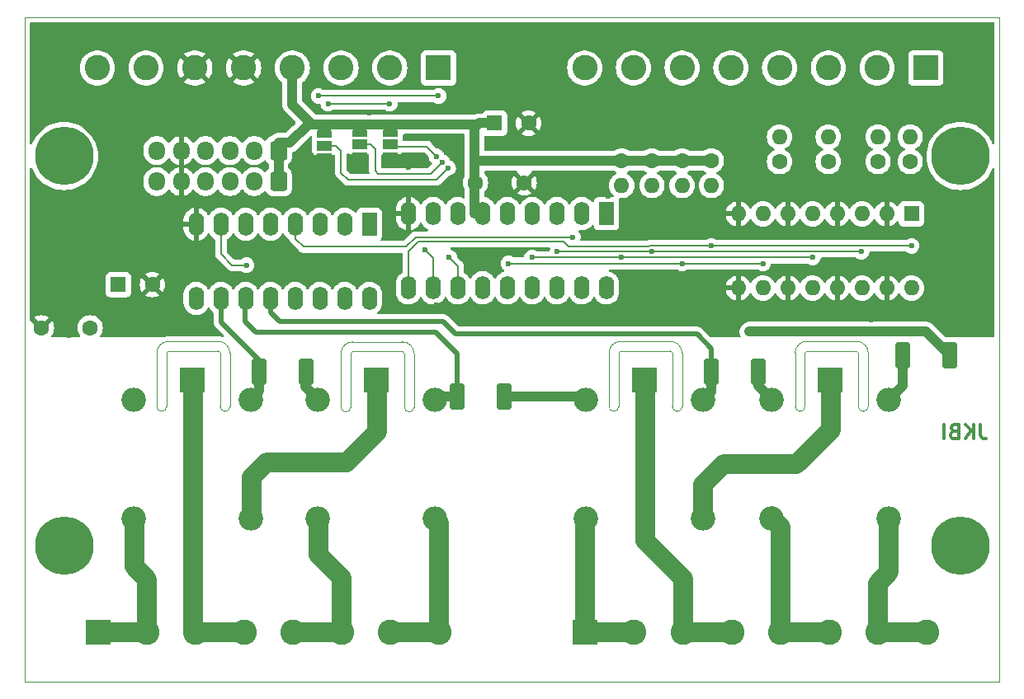
<source format=gbr>
%TF.GenerationSoftware,KiCad,Pcbnew,8.0.5*%
%TF.CreationDate,2025-03-13T20:37:10+01:00*%
%TF.ProjectId,esp32_blinds_controller,65737033-325f-4626-9c69-6e64735f636f,V0.2*%
%TF.SameCoordinates,Original*%
%TF.FileFunction,Copper,L2,Bot*%
%TF.FilePolarity,Positive*%
%FSLAX46Y46*%
G04 Gerber Fmt 4.6, Leading zero omitted, Abs format (unit mm)*
G04 Created by KiCad (PCBNEW 8.0.5) date 2025-03-13 20:37:10*
%MOMM*%
%LPD*%
G01*
G04 APERTURE LIST*
G04 Aperture macros list*
%AMRoundRect*
0 Rectangle with rounded corners*
0 $1 Rounding radius*
0 $2 $3 $4 $5 $6 $7 $8 $9 X,Y pos of 4 corners*
0 Add a 4 corners polygon primitive as box body*
4,1,4,$2,$3,$4,$5,$6,$7,$8,$9,$2,$3,0*
0 Add four circle primitives for the rounded corners*
1,1,$1+$1,$2,$3*
1,1,$1+$1,$4,$5*
1,1,$1+$1,$6,$7*
1,1,$1+$1,$8,$9*
0 Add four rect primitives between the rounded corners*
20,1,$1+$1,$2,$3,$4,$5,0*
20,1,$1+$1,$4,$5,$6,$7,0*
20,1,$1+$1,$6,$7,$8,$9,0*
20,1,$1+$1,$8,$9,$2,$3,0*%
%AMFreePoly0*
4,1,19,0.550000,-0.750000,0.000000,-0.750000,0.000000,-0.744911,-0.071157,-0.744911,-0.207708,-0.704816,-0.327430,-0.627875,-0.420627,-0.520320,-0.479746,-0.390866,-0.500000,-0.250000,-0.500000,0.250000,-0.479746,0.390866,-0.420627,0.520320,-0.327430,0.627875,-0.207708,0.704816,-0.071157,0.744911,0.000000,0.744911,0.000000,0.750000,0.550000,0.750000,0.550000,-0.750000,0.550000,-0.750000,
$1*%
%AMFreePoly1*
4,1,19,0.000000,0.744911,0.071157,0.744911,0.207708,0.704816,0.327430,0.627875,0.420627,0.520320,0.479746,0.390866,0.500000,0.250000,0.500000,-0.250000,0.479746,-0.390866,0.420627,-0.520320,0.327430,-0.627875,0.207708,-0.704816,0.071157,-0.744911,0.000000,-0.744911,0.000000,-0.750000,-0.550000,-0.750000,-0.550000,0.750000,0.000000,0.750000,0.000000,0.744911,0.000000,0.744911,
$1*%
G04 Aperture macros list end*
%ADD10C,0.300000*%
%TA.AperFunction,NonConductor*%
%ADD11C,0.300000*%
%TD*%
%TA.AperFunction,ComponentPad*%
%ADD12C,1.600000*%
%TD*%
%TA.AperFunction,ComponentPad*%
%ADD13O,1.600000X1.600000*%
%TD*%
%TA.AperFunction,ComponentPad*%
%ADD14R,2.500000X2.500000*%
%TD*%
%TA.AperFunction,ComponentPad*%
%ADD15O,2.500000X2.500000*%
%TD*%
%TA.AperFunction,ComponentPad*%
%ADD16R,1.600000X2.400000*%
%TD*%
%TA.AperFunction,ComponentPad*%
%ADD17O,1.600000X2.400000*%
%TD*%
%TA.AperFunction,ComponentPad*%
%ADD18R,1.600000X1.600000*%
%TD*%
%TA.AperFunction,ComponentPad*%
%ADD19R,2.600000X2.600000*%
%TD*%
%TA.AperFunction,ComponentPad*%
%ADD20C,2.600000*%
%TD*%
%TA.AperFunction,ComponentPad*%
%ADD21C,6.000000*%
%TD*%
%TA.AperFunction,ComponentPad*%
%ADD22RoundRect,0.250000X0.600000X0.725000X-0.600000X0.725000X-0.600000X-0.725000X0.600000X-0.725000X0*%
%TD*%
%TA.AperFunction,ComponentPad*%
%ADD23O,1.700000X1.950000*%
%TD*%
%TA.AperFunction,SMDPad,CuDef*%
%ADD24FreePoly0,90.000000*%
%TD*%
%TA.AperFunction,SMDPad,CuDef*%
%ADD25R,1.500000X1.000000*%
%TD*%
%TA.AperFunction,SMDPad,CuDef*%
%ADD26FreePoly1,90.000000*%
%TD*%
%TA.AperFunction,SMDPad,CuDef*%
%ADD27RoundRect,0.250000X0.500000X1.100000X-0.500000X1.100000X-0.500000X-1.100000X0.500000X-1.100000X0*%
%TD*%
%TA.AperFunction,ViaPad*%
%ADD28C,0.600000*%
%TD*%
%TA.AperFunction,Conductor*%
%ADD29C,0.200000*%
%TD*%
%TA.AperFunction,Conductor*%
%ADD30C,2.000000*%
%TD*%
%TA.AperFunction,Conductor*%
%ADD31C,1.000000*%
%TD*%
%TA.AperFunction,Conductor*%
%ADD32C,0.500000*%
%TD*%
%TA.AperFunction,Profile*%
%ADD33C,0.050000*%
%TD*%
%TA.AperFunction,Profile*%
%ADD34C,0.120000*%
%TD*%
G04 APERTURE END LIST*
D10*
D11*
X199216917Y-104920828D02*
X199216917Y-105992257D01*
X199216917Y-105992257D02*
X199288346Y-106206542D01*
X199288346Y-106206542D02*
X199431203Y-106349400D01*
X199431203Y-106349400D02*
X199645489Y-106420828D01*
X199645489Y-106420828D02*
X199788346Y-106420828D01*
X198502632Y-106420828D02*
X198502632Y-104920828D01*
X197645489Y-106420828D02*
X198288346Y-105563685D01*
X197645489Y-104920828D02*
X198502632Y-105777971D01*
X196502632Y-105635114D02*
X196288346Y-105706542D01*
X196288346Y-105706542D02*
X196216917Y-105777971D01*
X196216917Y-105777971D02*
X196145489Y-105920828D01*
X196145489Y-105920828D02*
X196145489Y-106135114D01*
X196145489Y-106135114D02*
X196216917Y-106277971D01*
X196216917Y-106277971D02*
X196288346Y-106349400D01*
X196288346Y-106349400D02*
X196431203Y-106420828D01*
X196431203Y-106420828D02*
X197002632Y-106420828D01*
X197002632Y-106420828D02*
X197002632Y-104920828D01*
X197002632Y-104920828D02*
X196502632Y-104920828D01*
X196502632Y-104920828D02*
X196359775Y-104992257D01*
X196359775Y-104992257D02*
X196288346Y-105063685D01*
X196288346Y-105063685D02*
X196216917Y-105206542D01*
X196216917Y-105206542D02*
X196216917Y-105349400D01*
X196216917Y-105349400D02*
X196288346Y-105492257D01*
X196288346Y-105492257D02*
X196359775Y-105563685D01*
X196359775Y-105563685D02*
X196502632Y-105635114D01*
X196502632Y-105635114D02*
X197002632Y-105635114D01*
X195502632Y-106420828D02*
X195502632Y-104920828D01*
D12*
%TO.P,R5,1*%
%TO.N,+3V3*%
X165500000Y-77855000D03*
D13*
%TO.P,R5,2*%
%TO.N,/IN3_L*%
X165500000Y-80395000D03*
%TD*%
D12*
%TO.P,R9,1*%
%TO.N,Net-(R9-Pad1)*%
X188700000Y-77940000D03*
D13*
%TO.P,R9,2*%
%TO.N,/IN3_H*%
X188700000Y-75400000D03*
%TD*%
D12*
%TO.P,R4,1*%
%TO.N,+3V3*%
X168600000Y-77855000D03*
D13*
%TO.P,R4,2*%
%TO.N,/IN1_L*%
X168600000Y-80395000D03*
%TD*%
D14*
%TO.P,K2,1*%
%TO.N,Net-(K1-Pad4)*%
X137250000Y-100400000D03*
D15*
%TO.P,K2,2*%
%TO.N,VBUS*%
X131250000Y-102400000D03*
%TO.P,K2,3*%
%TO.N,/L1-UP*%
X131250000Y-114600000D03*
%TO.P,K2,4*%
%TO.N,/L1-SW*%
X143250000Y-114600000D03*
%TO.P,K2,5*%
%TO.N,/nUP1*%
X143250000Y-102400000D03*
%TD*%
D16*
%TO.P,U2,1,I1*%
%TO.N,unconnected-(U2-I1-Pad1)*%
X136525000Y-84375000D03*
D17*
%TO.P,U2,2,I2*%
%TO.N,unconnected-(U2-I2-Pad2)*%
X133985000Y-84375000D03*
%TO.P,U2,3,I3*%
%TO.N,unconnected-(U2-I3-Pad3)*%
X131445000Y-84375000D03*
%TO.P,U2,4,I4*%
%TO.N,/UP2*%
X128905000Y-84375000D03*
%TO.P,U2,5,I5*%
%TO.N,/DN2*%
X126365000Y-84375000D03*
%TO.P,U2,6,I6*%
%TO.N,/UP1*%
X123825000Y-84375000D03*
%TO.P,U2,7,I7*%
%TO.N,/DN1*%
X121285000Y-84375000D03*
%TO.P,U2,8,GND*%
%TO.N,GND*%
X118745000Y-84375000D03*
%TO.P,U2,9,COM*%
%TO.N,VBUS*%
X118745000Y-91995000D03*
%TO.P,U2,10,O7*%
%TO.N,/nDOWN1*%
X121285000Y-91995000D03*
%TO.P,U2,11,O6*%
%TO.N,/nUP1*%
X123825000Y-91995000D03*
%TO.P,U2,12,O5*%
%TO.N,/nDOWN2*%
X126365000Y-91995000D03*
%TO.P,U2,13,O4*%
%TO.N,/nUP2*%
X128905000Y-91995000D03*
%TO.P,U2,14,O3*%
%TO.N,unconnected-(U2-O3-Pad14)*%
X131445000Y-91995000D03*
%TO.P,U2,15,O2*%
%TO.N,unconnected-(U2-O2-Pad15)*%
X133985000Y-91995000D03*
%TO.P,U2,16,O1*%
%TO.N,unconnected-(U2-O1-Pad16)*%
X136525000Y-91995000D03*
%TD*%
D14*
%TO.P,K4,1*%
%TO.N,Net-(K3-Pad4)*%
X183800000Y-100400000D03*
D15*
%TO.P,K4,2*%
%TO.N,VBUS*%
X177800000Y-102400000D03*
%TO.P,K4,3*%
%TO.N,/L2-UP*%
X177800000Y-114600000D03*
%TO.P,K4,4*%
%TO.N,/L2-SW*%
X189800000Y-114600000D03*
%TO.P,K4,5*%
%TO.N,/nUP2*%
X189800000Y-102400000D03*
%TD*%
D12*
%TO.P,R10,1*%
%TO.N,Net-(R10-Pad1)*%
X178600000Y-77945000D03*
D13*
%TO.P,R10,2*%
%TO.N,/IN1_H*%
X178600000Y-75405000D03*
%TD*%
D14*
%TO.P,K1,1*%
%TO.N,/L1*%
X118350000Y-100400000D03*
D15*
%TO.P,K1,2*%
%TO.N,VBUS*%
X112350000Y-102400000D03*
%TO.P,K1,3*%
%TO.N,/L1-DOWN*%
X112350000Y-114600000D03*
%TO.P,K1,4*%
%TO.N,Net-(K1-Pad4)*%
X124350000Y-114600000D03*
%TO.P,K1,5*%
%TO.N,/nDOWN1*%
X124350000Y-102400000D03*
%TD*%
D18*
%TO.P,C4,1*%
%TO.N,+3V3*%
X149347349Y-74000000D03*
D12*
%TO.P,C4,2*%
%TO.N,GND*%
X152847349Y-74000000D03*
%TD*%
%TO.P,R11,1*%
%TO.N,Net-(R11-Pad1)*%
X192000000Y-77940000D03*
D13*
%TO.P,R11,2*%
%TO.N,/IN4_H*%
X192000000Y-75400000D03*
%TD*%
D19*
%TO.P,MOD1,A1,A1*%
%TO.N,/L1-DOWN*%
X108675000Y-126270000D03*
D20*
%TO.P,MOD1,A2,A2*%
X113675000Y-126270000D03*
%TO.P,MOD1,A3,A3*%
%TO.N,/L1*%
X118675000Y-126270000D03*
%TO.P,MOD1,A4,A4*%
X123675000Y-126270000D03*
%TO.P,MOD1,A5,A5*%
%TO.N,/L1-UP*%
X128675000Y-126270000D03*
%TO.P,MOD1,A6,A6*%
X133675000Y-126270000D03*
%TO.P,MOD1,A7,A7*%
%TO.N,/L1-SW*%
X138675000Y-126270000D03*
%TO.P,MOD1,A8,A8*%
X143675000Y-126270000D03*
D19*
%TO.P,MOD1,B1,B1*%
%TO.N,/L2-DOWN*%
X158675000Y-126270000D03*
D20*
%TO.P,MOD1,B2,B2*%
X163675000Y-126270000D03*
%TO.P,MOD1,B3,B3*%
%TO.N,/L2*%
X168675000Y-126270000D03*
%TO.P,MOD1,B4,B4*%
X173675000Y-126270000D03*
%TO.P,MOD1,B5,B5*%
%TO.N,/L2-UP*%
X178675000Y-126270000D03*
%TO.P,MOD1,B6,B6*%
X183675000Y-126270000D03*
%TO.P,MOD1,B7,B7*%
%TO.N,/L2-SW*%
X188675000Y-126270000D03*
%TO.P,MOD1,B8,B8*%
X193675000Y-126270000D03*
D19*
%TO.P,MOD1,C1,C1*%
%TO.N,/IN4_H*%
X193606000Y-68325000D03*
D20*
%TO.P,MOD1,C2,C2*%
%TO.N,/IN3_H*%
X188606000Y-68325000D03*
%TO.P,MOD1,C3,C3*%
%TO.N,/IN2_H*%
X183606000Y-68325000D03*
%TO.P,MOD1,C4,C4*%
%TO.N,/IN1_H*%
X178606000Y-68325000D03*
%TO.P,MOD1,C5,C5*%
%TO.N,VBUS*%
X173606000Y-68325000D03*
%TO.P,MOD1,C6,C6*%
X168606000Y-68325000D03*
%TO.P,MOD1,C7,C7*%
X163606000Y-68325000D03*
%TO.P,MOD1,C8,C8*%
X158606000Y-68325000D03*
D19*
%TO.P,MOD1,D1,D1*%
%TO.N,/SCL*%
X143606000Y-68325000D03*
D20*
%TO.P,MOD1,D2,D2*%
%TO.N,/SDA*%
X138606000Y-68325000D03*
%TO.P,MOD1,D3,D3*%
%TO.N,/INT*%
X133606000Y-68325000D03*
%TO.P,MOD1,D4,D4*%
%TO.N,+3V3*%
X128606000Y-68325000D03*
%TO.P,MOD1,D5,D5*%
%TO.N,GND*%
X123606000Y-68325000D03*
%TO.P,MOD1,D6,D6*%
X118606000Y-68325000D03*
%TO.P,MOD1,D7,D7*%
%TO.N,VBUS*%
X113606000Y-68325000D03*
%TO.P,MOD1,D8,D8*%
X108606000Y-68325000D03*
D21*
%TO.P,MOD1,MH1*%
%TO.N,N/C*%
X105175000Y-77370000D03*
%TO.P,MOD1,MH2*%
X197175000Y-77370000D03*
%TO.P,MOD1,MH3*%
X105175000Y-117370000D03*
%TO.P,MOD1,MH4*%
X197175000Y-117370000D03*
%TD*%
D12*
%TO.P,R8,1*%
%TO.N,Net-(R8-Pad1)*%
X183600000Y-77940000D03*
D13*
%TO.P,R8,2*%
%TO.N,/IN2_H*%
X183600000Y-75400000D03*
%TD*%
D12*
%TO.P,R7,1*%
%TO.N,+3V3*%
X171600000Y-77855000D03*
D13*
%TO.P,R7,2*%
%TO.N,/IN4_L*%
X171600000Y-80395000D03*
%TD*%
D12*
%TO.P,C2,1*%
%TO.N,VBUS*%
X107860000Y-95015000D03*
%TO.P,C2,2*%
%TO.N,GND*%
X102860000Y-95015000D03*
%TD*%
D18*
%TO.P,C5,1*%
%TO.N,VBUS*%
X110750000Y-90570000D03*
D12*
%TO.P,C5,2*%
%TO.N,GND*%
X114250000Y-90570000D03*
%TD*%
%TO.P,C3,1*%
%TO.N,+3V3*%
X147400000Y-80100000D03*
%TO.P,C3,2*%
%TO.N,GND*%
X152400000Y-80100000D03*
%TD*%
D16*
%TO.P,U1,1,SCL*%
%TO.N,/SCL*%
X160840000Y-83285000D03*
D17*
%TO.P,U1,2,SDA*%
%TO.N,/SDA*%
X158300000Y-83285000D03*
%TO.P,U1,3,A2*%
%TO.N,/A2*%
X155760000Y-83285000D03*
%TO.P,U1,4,A1*%
%TO.N,/A1*%
X153220000Y-83285000D03*
%TO.P,U1,5,A0*%
%TO.N,/A0*%
X150680000Y-83285000D03*
%TO.P,U1,6,~{RESET}*%
%TO.N,+3V3*%
X148140000Y-83285000D03*
%TO.P,U1,7,NC*%
%TO.N,unconnected-(U1-NC-Pad7)*%
X145600000Y-83285000D03*
%TO.P,U1,8,INT*%
%TO.N,/INT*%
X143060000Y-83285000D03*
%TO.P,U1,9,VSS*%
%TO.N,GND*%
X140520000Y-83285000D03*
%TO.P,U1,10,GP0*%
%TO.N,/IN4_L*%
X140520000Y-90905000D03*
%TO.P,U1,11,GP1*%
%TO.N,/DN2*%
X143060000Y-90905000D03*
%TO.P,U1,12,GP2*%
%TO.N,/UP1*%
X145600000Y-90905000D03*
%TO.P,U1,13,GP3*%
%TO.N,/DN1*%
X148140000Y-90905000D03*
%TO.P,U1,14,GP4*%
%TO.N,/IN1_L*%
X150680000Y-90905000D03*
%TO.P,U1,15,GP5*%
%TO.N,/IN2_L*%
X153220000Y-90905000D03*
%TO.P,U1,16,GP6*%
%TO.N,/IN3_L*%
X155760000Y-90905000D03*
%TO.P,U1,17,GP7*%
%TO.N,/UP2*%
X158300000Y-90905000D03*
%TO.P,U1,18,VDD*%
%TO.N,+3V3*%
X160840000Y-90905000D03*
%TD*%
D14*
%TO.P,K3,1*%
%TO.N,/L2*%
X164750000Y-100400000D03*
D15*
%TO.P,K3,2*%
%TO.N,VBUS*%
X158750000Y-102400000D03*
%TO.P,K3,3*%
%TO.N,/L2-DOWN*%
X158750000Y-114600000D03*
%TO.P,K3,4*%
%TO.N,Net-(K3-Pad4)*%
X170750000Y-114600000D03*
%TO.P,K3,5*%
%TO.N,/nDOWN2*%
X170750000Y-102400000D03*
%TD*%
D18*
%TO.P,U3,1*%
%TO.N,Net-(R11-Pad1)*%
X192140000Y-83300000D03*
D13*
%TO.P,U3,2*%
%TO.N,GND*%
X189600000Y-83300000D03*
%TO.P,U3,3*%
%TO.N,Net-(R9-Pad1)*%
X187060000Y-83300000D03*
%TO.P,U3,4*%
%TO.N,GND*%
X184520000Y-83300000D03*
%TO.P,U3,5*%
%TO.N,Net-(R8-Pad1)*%
X181980000Y-83300000D03*
%TO.P,U3,6*%
%TO.N,GND*%
X179440000Y-83300000D03*
%TO.P,U3,7*%
%TO.N,Net-(R10-Pad1)*%
X176900000Y-83300000D03*
%TO.P,U3,8*%
%TO.N,GND*%
X174360000Y-83300000D03*
%TO.P,U3,9*%
X174360000Y-90920000D03*
%TO.P,U3,10*%
%TO.N,/IN1_L*%
X176900000Y-90920000D03*
%TO.P,U3,11*%
%TO.N,GND*%
X179440000Y-90920000D03*
%TO.P,U3,12*%
%TO.N,/IN2_L*%
X181980000Y-90920000D03*
%TO.P,U3,13*%
%TO.N,GND*%
X184520000Y-90920000D03*
%TO.P,U3,14*%
%TO.N,/IN3_L*%
X187060000Y-90920000D03*
%TO.P,U3,15*%
%TO.N,GND*%
X189600000Y-90920000D03*
%TO.P,U3,16*%
%TO.N,/IN4_L*%
X192140000Y-90920000D03*
%TD*%
D12*
%TO.P,R6,1*%
%TO.N,+3V3*%
X162400000Y-77855000D03*
D13*
%TO.P,R6,2*%
%TO.N,/IN2_L*%
X162400000Y-80395000D03*
%TD*%
D22*
%TO.P,J2,1,Pin_1*%
%TO.N,+3V3*%
X127200000Y-76800000D03*
D23*
%TO.P,J2,2,Pin_2*%
%TO.N,/INT*%
X124700000Y-76800000D03*
%TO.P,J2,3,Pin_3*%
%TO.N,/SDA*%
X122200000Y-76800000D03*
%TO.P,J2,4,Pin_4*%
%TO.N,/SCL*%
X119700000Y-76800000D03*
%TO.P,J2,5,Pin_5*%
%TO.N,GND*%
X117200000Y-76800000D03*
%TO.P,J2,6,Pin_6*%
%TO.N,VBUS*%
X114700000Y-76800000D03*
%TD*%
D24*
%TO.P,A1,1,A*%
%TO.N,GND*%
X135500000Y-77500000D03*
D25*
%TO.P,A1,2,C*%
%TO.N,/A1*%
X135500000Y-76200000D03*
D26*
%TO.P,A1,3,B*%
%TO.N,+3V3*%
X135500000Y-74900000D03*
%TD*%
D27*
%TO.P,D1,1,K*%
%TO.N,VBUS*%
X130035000Y-99515000D03*
%TO.P,D1,2,A*%
%TO.N,/nDOWN1*%
X125235000Y-99515000D03*
%TD*%
D24*
%TO.P,A0,1,A*%
%TO.N,GND*%
X131900000Y-77600000D03*
D25*
%TO.P,A0,2,C*%
%TO.N,/A0*%
X131900000Y-76300000D03*
D26*
%TO.P,A0,3,B*%
%TO.N,+3V3*%
X131900000Y-75000000D03*
%TD*%
D27*
%TO.P,D3,1,K*%
%TO.N,VBUS*%
X196075000Y-97840000D03*
%TO.P,D3,2,A*%
%TO.N,/nUP2*%
X191275000Y-97840000D03*
%TD*%
%TO.P,D4,1,K*%
%TO.N,VBUS*%
X150355000Y-102055000D03*
%TO.P,D4,2,A*%
%TO.N,/nUP1*%
X145555000Y-102055000D03*
%TD*%
D22*
%TO.P,J1,1,Pin_1*%
%TO.N,+3V3*%
X127200000Y-80000000D03*
D23*
%TO.P,J1,2,Pin_2*%
%TO.N,/INT*%
X124700000Y-80000000D03*
%TO.P,J1,3,Pin_3*%
%TO.N,/SDA*%
X122200000Y-80000000D03*
%TO.P,J1,4,Pin_4*%
%TO.N,/SCL*%
X119700000Y-80000000D03*
%TO.P,J1,5,Pin_5*%
%TO.N,GND*%
X117200000Y-80000000D03*
%TO.P,J1,6,Pin_6*%
%TO.N,VBUS*%
X114700000Y-80000000D03*
%TD*%
D24*
%TO.P,A2,1,A*%
%TO.N,GND*%
X138700000Y-77500000D03*
D25*
%TO.P,A2,2,C*%
%TO.N,/A2*%
X138700000Y-76200000D03*
D26*
%TO.P,A2,3,B*%
%TO.N,+3V3*%
X138700000Y-74900000D03*
%TD*%
D27*
%TO.P,D2,1,K*%
%TO.N,VBUS*%
X176400000Y-99515000D03*
%TO.P,D2,2,A*%
%TO.N,/nDOWN2*%
X171600000Y-99515000D03*
%TD*%
D28*
%TO.N,/UP2*%
X157400000Y-85700000D03*
%TO.N,GND*%
X200200000Y-64000000D03*
X170200000Y-76200000D03*
X172500000Y-92800000D03*
X102100000Y-64000000D03*
X157200000Y-64100000D03*
X105700000Y-95800000D03*
X158700000Y-93000000D03*
X190400000Y-85600000D03*
X115300000Y-64000000D03*
X148600000Y-88000000D03*
X111800000Y-85000000D03*
X195800000Y-95700000D03*
X169900000Y-84200000D03*
X144500000Y-72200000D03*
X190000000Y-81200000D03*
X140500000Y-78500000D03*
X168500000Y-90000000D03*
X134500000Y-78500000D03*
X161000000Y-81500000D03*
X148900000Y-80800000D03*
X142100000Y-72700000D03*
X174100000Y-81500000D03*
X130400000Y-76100000D03*
X156100000Y-80700000D03*
X184600000Y-80900000D03*
X163700000Y-83900000D03*
X131000000Y-78500000D03*
X188000000Y-94200000D03*
X110100000Y-70300000D03*
X143400000Y-92700000D03*
X143900000Y-75900000D03*
X117300000Y-93900000D03*
X200200000Y-95500000D03*
X180100000Y-81200000D03*
X158500000Y-80200000D03*
X150600000Y-66900000D03*
X175400000Y-85400000D03*
X164000000Y-89500000D03*
X136500000Y-72900000D03*
%TO.N,VBUS*%
X175500000Y-95400000D03*
%TO.N,/DN1*%
X123900000Y-88575000D03*
%TO.N,/UP1*%
X144700000Y-87775000D03*
%TO.N,/DN2*%
X142200000Y-86975000D03*
%TO.N,/SCL*%
X143606000Y-71200000D03*
X131300000Y-71200000D03*
%TO.N,/SDA*%
X132300000Y-72000000D03*
X138606000Y-72000000D03*
%TO.N,+3V3*%
X167000000Y-77855000D03*
%TO.N,/A0*%
X144600000Y-78600000D03*
%TO.N,/A1*%
X144000000Y-78000000D03*
%TO.N,/A2*%
X143400000Y-77400000D03*
%TO.N,/IN1_L*%
X168600000Y-88400000D03*
X150800000Y-88400000D03*
X176900000Y-88400000D03*
%TO.N,/IN2_L*%
X162400000Y-87800000D03*
X153200000Y-87800000D03*
X182000000Y-87800000D03*
%TO.N,/IN3_L*%
X155800000Y-87200000D03*
X187000000Y-87200000D03*
X165500000Y-87200000D03*
%TO.N,/IN4_L*%
X171600000Y-86600000D03*
X192140000Y-86600000D03*
%TD*%
D29*
%TO.N,/UP2*%
X128905000Y-85855000D02*
X128905000Y-84375000D01*
X129750000Y-86700000D02*
X128905000Y-85855000D01*
X141250000Y-85700000D02*
X140250000Y-86700000D01*
X140250000Y-86700000D02*
X129750000Y-86700000D01*
X157400000Y-85700000D02*
X141250000Y-85700000D01*
%TO.N,/IN4_L*%
X165251471Y-86600000D02*
X171600000Y-86600000D01*
X165151471Y-86700000D02*
X165251471Y-86600000D01*
X156400000Y-86150000D02*
X156950000Y-86700000D01*
X156950000Y-86700000D02*
X165151471Y-86700000D01*
X140520000Y-87180000D02*
X141550000Y-86150000D01*
X140520000Y-90905000D02*
X140520000Y-87180000D01*
X141550000Y-86150000D02*
X156400000Y-86150000D01*
D30*
%TO.N,Net-(K1-Pad4)*%
X124400000Y-114550000D02*
X124400000Y-110400000D01*
X125965000Y-108835000D02*
X134190000Y-108835000D01*
X137300000Y-105725000D02*
X137300000Y-100450000D01*
X124350000Y-114600000D02*
X124400000Y-114550000D01*
X124400000Y-110400000D02*
X125965000Y-108835000D01*
X134190000Y-108835000D02*
X137300000Y-105725000D01*
D31*
%TO.N,/nDOWN2*%
X171600000Y-101550000D02*
X170750000Y-102400000D01*
D32*
X126365000Y-93465000D02*
X127280000Y-94380000D01*
D31*
X171600000Y-99515000D02*
X171600000Y-101550000D01*
D32*
X145365000Y-95650000D02*
X170130000Y-95650000D01*
X127280000Y-94380000D02*
X144095000Y-94380000D01*
X171600000Y-97120000D02*
X171600000Y-99515000D01*
X144095000Y-94380000D02*
X145365000Y-95650000D01*
X170130000Y-95650000D02*
X171600000Y-97120000D01*
X126365000Y-91400000D02*
X126365000Y-93465000D01*
D30*
%TO.N,/L2*%
X164800000Y-100450000D02*
X164800000Y-116900000D01*
X173675000Y-126270000D02*
X168675000Y-126270000D01*
X164750000Y-100400000D02*
X164800000Y-100450000D01*
X164800000Y-116900000D02*
X168675000Y-120775000D01*
X168675000Y-120775000D02*
X168675000Y-126270000D01*
%TO.N,Net-(K3-Pad4)*%
X170750000Y-114600000D02*
X170750000Y-111150000D01*
X183850000Y-105530000D02*
X183850000Y-100450000D01*
X170750000Y-111150000D02*
X172865000Y-109035000D01*
X180345000Y-109035000D02*
X183850000Y-105530000D01*
X172865000Y-109035000D02*
X180345000Y-109035000D01*
%TO.N,/L1*%
X118675000Y-126270000D02*
X118400000Y-125995000D01*
X118400000Y-100450000D02*
X118350000Y-100400000D01*
X118400000Y-125995000D02*
X118400000Y-100450000D01*
X118675000Y-126270000D02*
X123675000Y-126270000D01*
D31*
%TO.N,/nDOWN1*%
X125235000Y-99515000D02*
X125235000Y-101515000D01*
D32*
X121285000Y-94430000D02*
X125185000Y-98330000D01*
D31*
X125235000Y-101515000D02*
X124350000Y-102400000D01*
D32*
X125235000Y-98385000D02*
X125235000Y-99515000D01*
X121285000Y-91400000D02*
X121285000Y-94430000D01*
D31*
%TO.N,/nUP2*%
X191275000Y-97840000D02*
X191275000Y-100925000D01*
X191275000Y-100925000D02*
X189800000Y-102400000D01*
D32*
%TO.N,/nUP1*%
X124895000Y-95500000D02*
X143310000Y-95500000D01*
D31*
X143595000Y-102055000D02*
X143250000Y-102400000D01*
D32*
X143310000Y-95500000D02*
X145505000Y-97695000D01*
X123775000Y-91840000D02*
X123775000Y-94380000D01*
X123775000Y-94380000D02*
X124895000Y-95500000D01*
X145555000Y-97750000D02*
X145555000Y-102055000D01*
D31*
X145555000Y-102055000D02*
X143595000Y-102055000D01*
%TO.N,VBUS*%
X175500000Y-95400000D02*
X193635000Y-95400000D01*
X158405000Y-102055000D02*
X158750000Y-102400000D01*
X193635000Y-95400000D02*
X196075000Y-97840000D01*
X176400000Y-101000000D02*
X177800000Y-102400000D01*
X129900000Y-101050000D02*
X131250000Y-102400000D01*
X150355000Y-102055000D02*
X158405000Y-102055000D01*
D30*
%TO.N,/L1-DOWN*%
X112350000Y-114600000D02*
X112400000Y-114650000D01*
X108675000Y-126270000D02*
X113675000Y-126270000D01*
X113700000Y-120835000D02*
X113700000Y-126245000D01*
X113700000Y-126245000D02*
X113675000Y-126270000D01*
X112400000Y-119535000D02*
X113700000Y-120835000D01*
X112400000Y-114650000D02*
X112400000Y-119535000D01*
%TO.N,/L1-UP*%
X131250000Y-114600000D02*
X131300000Y-114650000D01*
X131300000Y-114650000D02*
X131300000Y-118335000D01*
X131300000Y-118335000D02*
X133675000Y-120710000D01*
X128675000Y-126270000D02*
X133675000Y-126270000D01*
X133675000Y-120710000D02*
X133675000Y-126270000D01*
%TO.N,/L1-SW*%
X143675000Y-115025000D02*
X143675000Y-126270000D01*
X138675000Y-126270000D02*
X143675000Y-126270000D01*
X143250000Y-114600000D02*
X143675000Y-115025000D01*
%TO.N,/L2-DOWN*%
X158675000Y-126270000D02*
X163675000Y-126270000D01*
X158750000Y-114600000D02*
X158675000Y-114675000D01*
X158675000Y-114675000D02*
X158675000Y-126270000D01*
%TO.N,/L2-SW*%
X188675000Y-121260000D02*
X188675000Y-126270000D01*
X189800000Y-114600000D02*
X189800000Y-120135000D01*
X189800000Y-120135000D02*
X188675000Y-121260000D01*
X188675000Y-126270000D02*
X193675000Y-126270000D01*
%TO.N,/L2-UP*%
X178675000Y-126270000D02*
X183675000Y-126270000D01*
X177800000Y-114600000D02*
X177800000Y-114370000D01*
X177800000Y-114370000D02*
X177850000Y-114320000D01*
X177800000Y-114600000D02*
X178675000Y-115475000D01*
X178675000Y-115475000D02*
X178675000Y-126270000D01*
D29*
%TO.N,/DN1*%
X122400000Y-88575000D02*
X123900000Y-88575000D01*
X121285000Y-87460000D02*
X122400000Y-88575000D01*
X121285000Y-83285000D02*
X121285000Y-87460000D01*
%TO.N,/UP1*%
X145600000Y-90905000D02*
X145600000Y-88675000D01*
X145600000Y-88675000D02*
X144700000Y-87775000D01*
%TO.N,/DN2*%
X143060000Y-87835000D02*
X142200000Y-86975000D01*
X143060000Y-90905000D02*
X143060000Y-87835000D01*
%TO.N,/SCL*%
X131300000Y-71200000D02*
X143606000Y-71200000D01*
%TO.N,/SDA*%
X132300000Y-72000000D02*
X138606000Y-72000000D01*
D31*
%TO.N,+3V3*%
X130600000Y-74100000D02*
X131100000Y-74100000D01*
X147820000Y-74000000D02*
X147320000Y-74500000D01*
X167000000Y-77855000D02*
X171600000Y-77855000D01*
X147320000Y-77855000D02*
X162400000Y-77855000D01*
X149100000Y-74000000D02*
X147820000Y-74000000D01*
X147320000Y-74500000D02*
X147320000Y-76700000D01*
X128606000Y-72106000D02*
X130600000Y-74100000D01*
X131100000Y-74100000D02*
X130240000Y-74100000D01*
X130240000Y-74100000D02*
X128340000Y-76000000D01*
X147320000Y-76700000D02*
X147320000Y-83285000D01*
X147320000Y-76700000D02*
X147320000Y-77855000D01*
X162400000Y-77855000D02*
X167000000Y-77855000D01*
X131100000Y-74100000D02*
X147320000Y-74100000D01*
X128340000Y-76000000D02*
X127200000Y-76000000D01*
X127200000Y-76000000D02*
X127200000Y-79000000D01*
X128606000Y-68325000D02*
X128606000Y-72106000D01*
X147320000Y-74100000D02*
X147320000Y-74500000D01*
D29*
%TO.N,/A0*%
X144600000Y-78600000D02*
X143400000Y-79800000D01*
X143400000Y-79800000D02*
X134300000Y-79800000D01*
X133600000Y-79100000D02*
X133600000Y-76800000D01*
X133100000Y-76300000D02*
X131900000Y-76300000D01*
X133600000Y-76800000D02*
X133100000Y-76300000D01*
X134300000Y-79800000D02*
X133600000Y-79100000D01*
%TO.N,/A1*%
X136600000Y-76200000D02*
X135500000Y-76200000D01*
X137100000Y-78900000D02*
X137100000Y-76700000D01*
X137400000Y-79200000D02*
X137100000Y-78900000D01*
X144000000Y-78000000D02*
X142800000Y-79200000D01*
X142800000Y-79200000D02*
X137400000Y-79200000D01*
X137100000Y-76700000D02*
X136600000Y-76200000D01*
%TO.N,/A2*%
X143400000Y-77400000D02*
X142400000Y-76400000D01*
X142400000Y-76400000D02*
X138700000Y-76400000D01*
%TO.N,/IN1_L*%
X150800000Y-88400000D02*
X168600000Y-88400000D01*
X168600000Y-88400000D02*
X176900000Y-88400000D01*
%TO.N,/IN2_L*%
X162400000Y-87800000D02*
X182000000Y-87800000D01*
X153200000Y-87800000D02*
X162400000Y-87800000D01*
%TO.N,/IN3_L*%
X165500000Y-87200000D02*
X187000000Y-87200000D01*
X155800000Y-87200000D02*
X165500000Y-87200000D01*
%TO.N,/IN4_L*%
X192140000Y-86600000D02*
X171600000Y-86600000D01*
%TD*%
%TA.AperFunction,Conductor*%
%TO.N,GND*%
G36*
X153199898Y-86763109D02*
G01*
X153221649Y-86752360D01*
X153243043Y-86750500D01*
X154934433Y-86750500D01*
X155001472Y-86770185D01*
X155047227Y-86822989D01*
X155057171Y-86892147D01*
X155051475Y-86915454D01*
X155014630Y-87020750D01*
X155006898Y-87089383D01*
X154979832Y-87153797D01*
X154922237Y-87193352D01*
X154883678Y-87199500D01*
X153782412Y-87199500D01*
X153715373Y-87179815D01*
X153705097Y-87172445D01*
X153702263Y-87170185D01*
X153702262Y-87170184D01*
X153594165Y-87102262D01*
X153549523Y-87074211D01*
X153379254Y-87014631D01*
X153379249Y-87014630D01*
X153229160Y-86997720D01*
X153202633Y-86986573D01*
X153191892Y-86993477D01*
X153170840Y-86997720D01*
X153020750Y-87014630D01*
X153020745Y-87014631D01*
X152850476Y-87074211D01*
X152697737Y-87170184D01*
X152570184Y-87297737D01*
X152474210Y-87450478D01*
X152414630Y-87620750D01*
X152406898Y-87689383D01*
X152379832Y-87753797D01*
X152322237Y-87793352D01*
X152283678Y-87799500D01*
X151382412Y-87799500D01*
X151315373Y-87779815D01*
X151305097Y-87772445D01*
X151302263Y-87770185D01*
X151302262Y-87770184D01*
X151191821Y-87700789D01*
X151149523Y-87674211D01*
X150979254Y-87614631D01*
X150979249Y-87614630D01*
X150800004Y-87594435D01*
X150799996Y-87594435D01*
X150620750Y-87614630D01*
X150620745Y-87614631D01*
X150450476Y-87674211D01*
X150297737Y-87770184D01*
X150170184Y-87897737D01*
X150074211Y-88050476D01*
X150014631Y-88220745D01*
X150014630Y-88220750D01*
X149994435Y-88399996D01*
X149994435Y-88400003D01*
X150014630Y-88579249D01*
X150014631Y-88579254D01*
X150074211Y-88749523D01*
X150160856Y-88887416D01*
X150170184Y-88902262D01*
X150297738Y-89029816D01*
X150316644Y-89041695D01*
X150362935Y-89094029D01*
X150373584Y-89163083D01*
X150345209Y-89226931D01*
X150288991Y-89264620D01*
X150180776Y-89299781D01*
X149998386Y-89392715D01*
X149832786Y-89513028D01*
X149688028Y-89657786D01*
X149567715Y-89823386D01*
X149520485Y-89916080D01*
X149472510Y-89966876D01*
X149404689Y-89983671D01*
X149338554Y-89961134D01*
X149299515Y-89916080D01*
X149263056Y-89844526D01*
X149252287Y-89823390D01*
X149178722Y-89722135D01*
X149131971Y-89657786D01*
X148987213Y-89513028D01*
X148821613Y-89392715D01*
X148821612Y-89392714D01*
X148821610Y-89392713D01*
X148764653Y-89363691D01*
X148639223Y-89299781D01*
X148444534Y-89236522D01*
X148249947Y-89205703D01*
X148242352Y-89204500D01*
X148037648Y-89204500D01*
X148030053Y-89205703D01*
X147835465Y-89236522D01*
X147640776Y-89299781D01*
X147458386Y-89392715D01*
X147292786Y-89513028D01*
X147148028Y-89657786D01*
X147027715Y-89823386D01*
X146980485Y-89916080D01*
X146932510Y-89966876D01*
X146864689Y-89983671D01*
X146798554Y-89961134D01*
X146759515Y-89916080D01*
X146723056Y-89844526D01*
X146712287Y-89823390D01*
X146638722Y-89722135D01*
X146591971Y-89657786D01*
X146447213Y-89513028D01*
X146281610Y-89392712D01*
X146268200Y-89385879D01*
X146217406Y-89337903D01*
X146200500Y-89275397D01*
X146200500Y-88595940D01*
X146197668Y-88585370D01*
X146197668Y-88585371D01*
X146190968Y-88560367D01*
X146159577Y-88443215D01*
X146111288Y-88359577D01*
X146080520Y-88306284D01*
X145968716Y-88194480D01*
X145968715Y-88194479D01*
X145964385Y-88190149D01*
X145964374Y-88190139D01*
X145530700Y-87756465D01*
X145497215Y-87695142D01*
X145495163Y-87682686D01*
X145485368Y-87595745D01*
X145425789Y-87425478D01*
X145329816Y-87272738D01*
X145202262Y-87145184D01*
X145188590Y-87136593D01*
X145049523Y-87049211D01*
X144884713Y-86991542D01*
X144827937Y-86950820D01*
X144802190Y-86885867D01*
X144815646Y-86817306D01*
X144864033Y-86766903D01*
X144925668Y-86750500D01*
X153156957Y-86750500D01*
X153199898Y-86763109D01*
G37*
%TD.AperFunction*%
%TA.AperFunction,Conductor*%
G36*
X151620720Y-78875185D02*
G01*
X151666475Y-78927989D01*
X151677209Y-78990307D01*
X151674526Y-79020974D01*
X152353553Y-79700000D01*
X152347339Y-79700000D01*
X152245606Y-79727259D01*
X152154394Y-79779920D01*
X152079920Y-79854394D01*
X152027259Y-79945606D01*
X152000000Y-80047339D01*
X152000000Y-80053552D01*
X151320974Y-79374526D01*
X151320973Y-79374526D01*
X151269868Y-79447512D01*
X151269866Y-79447516D01*
X151173734Y-79653673D01*
X151173730Y-79653682D01*
X151114860Y-79873389D01*
X151114858Y-79873400D01*
X151095034Y-80099997D01*
X151095034Y-80100002D01*
X151114858Y-80326599D01*
X151114860Y-80326610D01*
X151173730Y-80546317D01*
X151173735Y-80546331D01*
X151269863Y-80752478D01*
X151320974Y-80825472D01*
X152000000Y-80146446D01*
X152000000Y-80152661D01*
X152027259Y-80254394D01*
X152079920Y-80345606D01*
X152154394Y-80420080D01*
X152245606Y-80472741D01*
X152347339Y-80500000D01*
X152353553Y-80500000D01*
X151674526Y-81179025D01*
X151747513Y-81230132D01*
X151747521Y-81230136D01*
X151953668Y-81326264D01*
X151953682Y-81326269D01*
X152173389Y-81385139D01*
X152173400Y-81385141D01*
X152399998Y-81404966D01*
X152400002Y-81404966D01*
X152626599Y-81385141D01*
X152626610Y-81385139D01*
X152846317Y-81326269D01*
X152846331Y-81326264D01*
X153052478Y-81230136D01*
X153125471Y-81179024D01*
X152446447Y-80500000D01*
X152452661Y-80500000D01*
X152554394Y-80472741D01*
X152645606Y-80420080D01*
X152720080Y-80345606D01*
X152772741Y-80254394D01*
X152800000Y-80152661D01*
X152800000Y-80146447D01*
X153479024Y-80825471D01*
X153530136Y-80752478D01*
X153626264Y-80546331D01*
X153626269Y-80546317D01*
X153685139Y-80326610D01*
X153685141Y-80326599D01*
X153704966Y-80100002D01*
X153704966Y-80099997D01*
X153685141Y-79873400D01*
X153685139Y-79873389D01*
X153626269Y-79653682D01*
X153626264Y-79653668D01*
X153530136Y-79447521D01*
X153530132Y-79447513D01*
X153479025Y-79374526D01*
X152800000Y-80053551D01*
X152800000Y-80047339D01*
X152772741Y-79945606D01*
X152720080Y-79854394D01*
X152645606Y-79779920D01*
X152554394Y-79727259D01*
X152452661Y-79700000D01*
X152446448Y-79700000D01*
X153125472Y-79020974D01*
X153122789Y-78990308D01*
X153136555Y-78921808D01*
X153185170Y-78871625D01*
X153246317Y-78855500D01*
X161522412Y-78855500D01*
X161589451Y-78875185D01*
X161593523Y-78877917D01*
X161747266Y-78985568D01*
X161795039Y-79007845D01*
X161805275Y-79012618D01*
X161857714Y-79058791D01*
X161876866Y-79125984D01*
X161856650Y-79192865D01*
X161805275Y-79237382D01*
X161747267Y-79264431D01*
X161747265Y-79264432D01*
X161560858Y-79394954D01*
X161399954Y-79555858D01*
X161269432Y-79742265D01*
X161269431Y-79742267D01*
X161173261Y-79948502D01*
X161173258Y-79948511D01*
X161114366Y-80168302D01*
X161114364Y-80168313D01*
X161094532Y-80394998D01*
X161094532Y-80395001D01*
X161114364Y-80621686D01*
X161114366Y-80621697D01*
X161173258Y-80841488D01*
X161173261Y-80841497D01*
X161269431Y-81047732D01*
X161269432Y-81047734D01*
X161399954Y-81234141D01*
X161538632Y-81372819D01*
X161572117Y-81434142D01*
X161567133Y-81503834D01*
X161525261Y-81559767D01*
X161459797Y-81584184D01*
X161450951Y-81584500D01*
X159992129Y-81584500D01*
X159992123Y-81584501D01*
X159932516Y-81590908D01*
X159797671Y-81641202D01*
X159797664Y-81641206D01*
X159682455Y-81727452D01*
X159682452Y-81727455D01*
X159596206Y-81842664D01*
X159596202Y-81842671D01*
X159545908Y-81977516D01*
X159541939Y-82014440D01*
X159515201Y-82078991D01*
X159457809Y-82118839D01*
X159387983Y-82121332D01*
X159327895Y-82085679D01*
X159318332Y-82074070D01*
X159291967Y-82037782D01*
X159147213Y-81893028D01*
X158981613Y-81772715D01*
X158981612Y-81772714D01*
X158981610Y-81772713D01*
X158924653Y-81743691D01*
X158799223Y-81679781D01*
X158604534Y-81616522D01*
X158429995Y-81588878D01*
X158402352Y-81584500D01*
X158197648Y-81584500D01*
X158173329Y-81588351D01*
X157995465Y-81616522D01*
X157800776Y-81679781D01*
X157618386Y-81772715D01*
X157452786Y-81893028D01*
X157308028Y-82037786D01*
X157187715Y-82203386D01*
X157140485Y-82296080D01*
X157092510Y-82346876D01*
X157024689Y-82363671D01*
X156958554Y-82341134D01*
X156919515Y-82296080D01*
X156918883Y-82294840D01*
X156872287Y-82203390D01*
X156847615Y-82169431D01*
X156751971Y-82037786D01*
X156607213Y-81893028D01*
X156441613Y-81772715D01*
X156441612Y-81772714D01*
X156441610Y-81772713D01*
X156384653Y-81743691D01*
X156259223Y-81679781D01*
X156064534Y-81616522D01*
X155889995Y-81588878D01*
X155862352Y-81584500D01*
X155657648Y-81584500D01*
X155633329Y-81588351D01*
X155455465Y-81616522D01*
X155260776Y-81679781D01*
X155078386Y-81772715D01*
X154912786Y-81893028D01*
X154768028Y-82037786D01*
X154647715Y-82203386D01*
X154600485Y-82296080D01*
X154552510Y-82346876D01*
X154484689Y-82363671D01*
X154418554Y-82341134D01*
X154379515Y-82296080D01*
X154378883Y-82294840D01*
X154332287Y-82203390D01*
X154307615Y-82169431D01*
X154211971Y-82037786D01*
X154067213Y-81893028D01*
X153901613Y-81772715D01*
X153901612Y-81772714D01*
X153901610Y-81772713D01*
X153844653Y-81743691D01*
X153719223Y-81679781D01*
X153524534Y-81616522D01*
X153349995Y-81588878D01*
X153322352Y-81584500D01*
X153117648Y-81584500D01*
X153093329Y-81588351D01*
X152915465Y-81616522D01*
X152720776Y-81679781D01*
X152538386Y-81772715D01*
X152372786Y-81893028D01*
X152228028Y-82037786D01*
X152107715Y-82203386D01*
X152060485Y-82296080D01*
X152012510Y-82346876D01*
X151944689Y-82363671D01*
X151878554Y-82341134D01*
X151839515Y-82296080D01*
X151838883Y-82294840D01*
X151792287Y-82203390D01*
X151767615Y-82169431D01*
X151671971Y-82037786D01*
X151527213Y-81893028D01*
X151361613Y-81772715D01*
X151361612Y-81772714D01*
X151361610Y-81772713D01*
X151304653Y-81743691D01*
X151179223Y-81679781D01*
X150984534Y-81616522D01*
X150809995Y-81588878D01*
X150782352Y-81584500D01*
X150577648Y-81584500D01*
X150553329Y-81588351D01*
X150375465Y-81616522D01*
X150180776Y-81679781D01*
X149998386Y-81772715D01*
X149832786Y-81893028D01*
X149688028Y-82037786D01*
X149567715Y-82203386D01*
X149520485Y-82296080D01*
X149472510Y-82346876D01*
X149404689Y-82363671D01*
X149338554Y-82341134D01*
X149299515Y-82296080D01*
X149298883Y-82294840D01*
X149252287Y-82203390D01*
X149227615Y-82169431D01*
X149131971Y-82037786D01*
X148987213Y-81893028D01*
X148821613Y-81772715D01*
X148821612Y-81772714D01*
X148821610Y-81772713D01*
X148639219Y-81679780D01*
X148444534Y-81616523D01*
X148438276Y-81615531D01*
X148425097Y-81613444D01*
X148361964Y-81583512D01*
X148325035Y-81524199D01*
X148320500Y-81490971D01*
X148320500Y-81070048D01*
X148340185Y-81003009D01*
X148356820Y-80982366D01*
X148400046Y-80939140D01*
X148400047Y-80939139D01*
X148530568Y-80752734D01*
X148626739Y-80546496D01*
X148685635Y-80326692D01*
X148705468Y-80100000D01*
X148685635Y-79873308D01*
X148626739Y-79653504D01*
X148530568Y-79447266D01*
X148432839Y-79307693D01*
X148400045Y-79260858D01*
X148356819Y-79217632D01*
X148323334Y-79156309D01*
X148320500Y-79129951D01*
X148320500Y-78979500D01*
X148340185Y-78912461D01*
X148392989Y-78866706D01*
X148444500Y-78855500D01*
X151553681Y-78855500D01*
X151620720Y-78875185D01*
G37*
%TD.AperFunction*%
%TA.AperFunction,Conductor*%
G36*
X134398811Y-77062305D02*
G01*
X134507664Y-77143793D01*
X134507671Y-77143797D01*
X134642517Y-77194091D01*
X134642516Y-77194091D01*
X134649444Y-77194835D01*
X134702127Y-77200500D01*
X136297872Y-77200499D01*
X136351407Y-77194744D01*
X136362247Y-77193579D01*
X136431006Y-77205986D01*
X136482143Y-77253597D01*
X136499500Y-77316869D01*
X136499500Y-78813330D01*
X136499499Y-78813348D01*
X136499499Y-78979054D01*
X136499498Y-78979054D01*
X136499499Y-78979057D01*
X136510722Y-79020943D01*
X136516742Y-79043406D01*
X136515079Y-79113256D01*
X136475917Y-79171119D01*
X136411688Y-79198623D01*
X136396967Y-79199500D01*
X134600097Y-79199500D01*
X134533058Y-79179815D01*
X134512416Y-79163181D01*
X134236819Y-78887584D01*
X134203334Y-78826261D01*
X134200500Y-78799903D01*
X134200500Y-77161571D01*
X134220185Y-77094532D01*
X134272989Y-77048777D01*
X134342147Y-77038833D01*
X134398811Y-77062305D01*
G37*
%TD.AperFunction*%
%TA.AperFunction,Conductor*%
G36*
X142166942Y-77020185D02*
G01*
X142187584Y-77036819D01*
X142569298Y-77418533D01*
X142602783Y-77479856D01*
X142604837Y-77492330D01*
X142614630Y-77579249D01*
X142614631Y-77579254D01*
X142614632Y-77579255D01*
X142621030Y-77597540D01*
X142674210Y-77749521D01*
X142733785Y-77844334D01*
X142770184Y-77902262D01*
X142897738Y-78029816D01*
X142903156Y-78033220D01*
X142949448Y-78085554D01*
X142960098Y-78154607D01*
X142931724Y-78218456D01*
X142924868Y-78225896D01*
X142587582Y-78563182D01*
X142526261Y-78596666D01*
X142499903Y-78599500D01*
X137824500Y-78599500D01*
X137757461Y-78579815D01*
X137711706Y-78527011D01*
X137700500Y-78475500D01*
X137700500Y-77316868D01*
X137720185Y-77249829D01*
X137772989Y-77204074D01*
X137837756Y-77193579D01*
X137842516Y-77194090D01*
X137842517Y-77194091D01*
X137902127Y-77200500D01*
X139497872Y-77200499D01*
X139557483Y-77194091D01*
X139692331Y-77143796D01*
X139807546Y-77057546D01*
X139813052Y-77050191D01*
X139868985Y-77008319D01*
X139912320Y-77000500D01*
X142099903Y-77000500D01*
X142166942Y-77020185D01*
G37*
%TD.AperFunction*%
%TA.AperFunction,Conductor*%
G36*
X200617539Y-63640185D02*
G01*
X200663294Y-63692989D01*
X200674500Y-63744500D01*
X200674500Y-76049570D01*
X200654815Y-76116609D01*
X200602011Y-76162364D01*
X200532853Y-76172308D01*
X200469297Y-76143283D01*
X200434736Y-76094008D01*
X200420811Y-76057732D01*
X200377255Y-75944264D01*
X200210682Y-75617348D01*
X200210679Y-75617343D01*
X200010852Y-75309635D01*
X199851918Y-75113368D01*
X199779949Y-75024494D01*
X199520506Y-74765051D01*
X199274527Y-74565861D01*
X199235364Y-74534147D01*
X198927656Y-74334320D01*
X198600739Y-74167746D01*
X198258206Y-74036260D01*
X198258199Y-74036258D01*
X197903794Y-73941295D01*
X197903790Y-73941294D01*
X197903789Y-73941294D01*
X197541405Y-73883898D01*
X197175001Y-73864696D01*
X197174999Y-73864696D01*
X196808594Y-73883898D01*
X196446211Y-73941294D01*
X196446209Y-73941294D01*
X196091793Y-74036260D01*
X195749260Y-74167746D01*
X195422343Y-74334320D01*
X195114635Y-74534147D01*
X194829498Y-74765047D01*
X194829490Y-74765054D01*
X194570054Y-75024490D01*
X194570047Y-75024498D01*
X194339147Y-75309635D01*
X194139320Y-75617343D01*
X193972746Y-75944260D01*
X193841260Y-76286793D01*
X193746294Y-76641209D01*
X193746294Y-76641211D01*
X193688898Y-77003594D01*
X193669696Y-77369999D01*
X193669696Y-77370000D01*
X193688898Y-77736405D01*
X193723538Y-77955110D01*
X193746295Y-78098794D01*
X193793643Y-78275500D01*
X193841260Y-78453206D01*
X193972746Y-78795739D01*
X194139320Y-79122656D01*
X194339147Y-79430364D01*
X194519980Y-79653673D01*
X194570051Y-79715506D01*
X194829494Y-79974949D01*
X194829498Y-79974952D01*
X195114635Y-80205852D01*
X195414368Y-80400500D01*
X195422348Y-80405682D01*
X195749264Y-80572255D01*
X196091801Y-80703742D01*
X196446206Y-80798705D01*
X196808596Y-80856102D01*
X197154734Y-80874241D01*
X197174999Y-80875304D01*
X197175000Y-80875304D01*
X197175001Y-80875304D01*
X197194203Y-80874297D01*
X197541404Y-80856102D01*
X197903794Y-80798705D01*
X198258199Y-80703742D01*
X198600736Y-80572255D01*
X198927652Y-80405682D01*
X199235366Y-80205851D01*
X199520506Y-79974949D01*
X199779949Y-79715506D01*
X200010851Y-79430366D01*
X200210682Y-79122652D01*
X200377255Y-78795736D01*
X200434736Y-78645991D01*
X200477138Y-78590459D01*
X200542832Y-78566666D01*
X200610960Y-78582167D01*
X200659893Y-78632041D01*
X200674500Y-78690429D01*
X200674500Y-95876000D01*
X200654815Y-95943039D01*
X200602011Y-95988794D01*
X200550500Y-96000000D01*
X196734105Y-96000000D01*
X196721504Y-95999358D01*
X196708832Y-95998063D01*
X196625016Y-95989500D01*
X196625009Y-95989500D01*
X195690782Y-95989500D01*
X195623743Y-95969815D01*
X195603101Y-95953181D01*
X194416479Y-94766559D01*
X194416459Y-94766537D01*
X194272785Y-94622863D01*
X194272781Y-94622860D01*
X194108920Y-94513371D01*
X194108907Y-94513364D01*
X193965388Y-94453918D01*
X193926834Y-94437948D01*
X193926829Y-94437946D01*
X193830188Y-94418724D01*
X193733544Y-94399500D01*
X193733541Y-94399500D01*
X175401459Y-94399500D01*
X175401457Y-94399500D01*
X175208170Y-94437947D01*
X175208160Y-94437950D01*
X175026092Y-94513364D01*
X175026079Y-94513371D01*
X174862218Y-94622860D01*
X174862214Y-94622863D01*
X174722863Y-94762214D01*
X174722860Y-94762218D01*
X174613371Y-94926079D01*
X174613364Y-94926092D01*
X174537950Y-95108160D01*
X174537947Y-95108170D01*
X174499500Y-95301456D01*
X174499500Y-95301459D01*
X174499500Y-95498541D01*
X174499500Y-95498543D01*
X174499499Y-95498543D01*
X174537947Y-95691829D01*
X174537950Y-95691839D01*
X174594576Y-95828548D01*
X174602045Y-95898017D01*
X174570769Y-95960496D01*
X174510680Y-95996148D01*
X174480015Y-96000000D01*
X171592730Y-96000000D01*
X171525691Y-95980315D01*
X171505049Y-95963681D01*
X170608413Y-95067045D01*
X170559837Y-95034589D01*
X170527452Y-95012951D01*
X170485495Y-94984916D01*
X170485494Y-94984915D01*
X170485492Y-94984914D01*
X170485490Y-94984913D01*
X170348917Y-94928343D01*
X170348907Y-94928340D01*
X170203920Y-94899500D01*
X170203918Y-94899500D01*
X145727229Y-94899500D01*
X145660190Y-94879815D01*
X145639548Y-94863181D01*
X144573421Y-93797052D01*
X144573414Y-93797046D01*
X144499729Y-93747812D01*
X144499729Y-93747813D01*
X144450491Y-93714913D01*
X144313917Y-93658343D01*
X144313907Y-93658340D01*
X144168920Y-93629500D01*
X144168918Y-93629500D01*
X137420033Y-93629500D01*
X137352994Y-93609815D01*
X137307239Y-93557011D01*
X137297295Y-93487853D01*
X137326320Y-93424297D01*
X137347148Y-93405182D01*
X137372212Y-93386971D01*
X137372210Y-93386971D01*
X137372219Y-93386966D01*
X137516966Y-93242219D01*
X137516968Y-93242215D01*
X137516971Y-93242213D01*
X137569732Y-93169590D01*
X137637287Y-93076610D01*
X137730220Y-92894219D01*
X137793477Y-92699534D01*
X137825500Y-92497352D01*
X137825500Y-91492648D01*
X137813657Y-91417873D01*
X137793477Y-91290465D01*
X137754335Y-91170000D01*
X137730220Y-91095781D01*
X137730218Y-91095778D01*
X137730218Y-91095776D01*
X137666131Y-90970000D01*
X137637287Y-90913390D01*
X137629556Y-90902749D01*
X137516971Y-90747786D01*
X137372213Y-90603028D01*
X137206613Y-90482715D01*
X137206612Y-90482714D01*
X137206610Y-90482713D01*
X137149653Y-90453691D01*
X137024223Y-90389781D01*
X136829534Y-90326522D01*
X136654995Y-90298878D01*
X136627352Y-90294500D01*
X136422648Y-90294500D01*
X136398329Y-90298351D01*
X136220465Y-90326522D01*
X136025776Y-90389781D01*
X135843386Y-90482715D01*
X135677786Y-90603028D01*
X135533028Y-90747786D01*
X135412715Y-90913386D01*
X135365485Y-91006080D01*
X135317510Y-91056876D01*
X135249689Y-91073671D01*
X135183554Y-91051134D01*
X135144515Y-91006080D01*
X135126131Y-90970000D01*
X135097287Y-90913390D01*
X135089556Y-90902749D01*
X134976971Y-90747786D01*
X134832213Y-90603028D01*
X134666613Y-90482715D01*
X134666612Y-90482714D01*
X134666610Y-90482713D01*
X134609653Y-90453691D01*
X134484223Y-90389781D01*
X134289534Y-90326522D01*
X134114995Y-90298878D01*
X134087352Y-90294500D01*
X133882648Y-90294500D01*
X133858329Y-90298351D01*
X133680465Y-90326522D01*
X133485776Y-90389781D01*
X133303386Y-90482715D01*
X133137786Y-90603028D01*
X132993028Y-90747786D01*
X132872715Y-90913386D01*
X132825485Y-91006080D01*
X132777510Y-91056876D01*
X132709689Y-91073671D01*
X132643554Y-91051134D01*
X132604515Y-91006080D01*
X132586131Y-90970000D01*
X132557287Y-90913390D01*
X132549556Y-90902749D01*
X132436971Y-90747786D01*
X132292213Y-90603028D01*
X132126613Y-90482715D01*
X132126612Y-90482714D01*
X132126610Y-90482713D01*
X132069653Y-90453691D01*
X131944223Y-90389781D01*
X131749534Y-90326522D01*
X131574995Y-90298878D01*
X131547352Y-90294500D01*
X131342648Y-90294500D01*
X131318329Y-90298351D01*
X131140465Y-90326522D01*
X130945776Y-90389781D01*
X130763386Y-90482715D01*
X130597786Y-90603028D01*
X130453028Y-90747786D01*
X130332715Y-90913386D01*
X130285485Y-91006080D01*
X130237510Y-91056876D01*
X130169689Y-91073671D01*
X130103554Y-91051134D01*
X130064515Y-91006080D01*
X130046131Y-90970000D01*
X130017287Y-90913390D01*
X130009556Y-90902749D01*
X129896971Y-90747786D01*
X129752213Y-90603028D01*
X129586613Y-90482715D01*
X129586612Y-90482714D01*
X129586610Y-90482713D01*
X129529653Y-90453691D01*
X129404223Y-90389781D01*
X129209534Y-90326522D01*
X129034995Y-90298878D01*
X129007352Y-90294500D01*
X128802648Y-90294500D01*
X128778329Y-90298351D01*
X128600465Y-90326522D01*
X128405776Y-90389781D01*
X128223386Y-90482715D01*
X128057786Y-90603028D01*
X127913028Y-90747786D01*
X127792715Y-90913386D01*
X127745485Y-91006080D01*
X127697510Y-91056876D01*
X127629689Y-91073671D01*
X127563554Y-91051134D01*
X127524515Y-91006080D01*
X127506131Y-90970000D01*
X127477287Y-90913390D01*
X127469556Y-90902749D01*
X127356971Y-90747786D01*
X127212213Y-90603028D01*
X127046613Y-90482715D01*
X127046612Y-90482714D01*
X127046610Y-90482713D01*
X126989653Y-90453691D01*
X126864223Y-90389781D01*
X126669534Y-90326522D01*
X126494995Y-90298878D01*
X126467352Y-90294500D01*
X126262648Y-90294500D01*
X126238329Y-90298351D01*
X126060465Y-90326522D01*
X125865776Y-90389781D01*
X125683386Y-90482715D01*
X125517786Y-90603028D01*
X125373028Y-90747786D01*
X125252715Y-90913386D01*
X125205485Y-91006080D01*
X125157510Y-91056876D01*
X125089689Y-91073671D01*
X125023554Y-91051134D01*
X124984515Y-91006080D01*
X124966131Y-90970000D01*
X124937287Y-90913390D01*
X124929556Y-90902749D01*
X124816971Y-90747786D01*
X124672213Y-90603028D01*
X124506613Y-90482715D01*
X124506612Y-90482714D01*
X124506610Y-90482713D01*
X124449653Y-90453691D01*
X124324223Y-90389781D01*
X124129534Y-90326522D01*
X123954995Y-90298878D01*
X123927352Y-90294500D01*
X123722648Y-90294500D01*
X123698329Y-90298351D01*
X123520465Y-90326522D01*
X123325776Y-90389781D01*
X123143386Y-90482715D01*
X122977786Y-90603028D01*
X122833028Y-90747786D01*
X122712715Y-90913386D01*
X122665485Y-91006080D01*
X122617510Y-91056876D01*
X122549689Y-91073671D01*
X122483554Y-91051134D01*
X122444515Y-91006080D01*
X122426131Y-90970000D01*
X122397287Y-90913390D01*
X122389556Y-90902749D01*
X122276971Y-90747786D01*
X122132213Y-90603028D01*
X121966613Y-90482715D01*
X121966612Y-90482714D01*
X121966610Y-90482713D01*
X121909653Y-90453691D01*
X121784223Y-90389781D01*
X121589534Y-90326522D01*
X121414995Y-90298878D01*
X121387352Y-90294500D01*
X121182648Y-90294500D01*
X121158329Y-90298351D01*
X120980465Y-90326522D01*
X120785776Y-90389781D01*
X120603386Y-90482715D01*
X120437786Y-90603028D01*
X120293028Y-90747786D01*
X120172715Y-90913386D01*
X120125485Y-91006080D01*
X120077510Y-91056876D01*
X120009689Y-91073671D01*
X119943554Y-91051134D01*
X119904515Y-91006080D01*
X119886131Y-90970000D01*
X119857287Y-90913390D01*
X119849556Y-90902749D01*
X119736971Y-90747786D01*
X119592213Y-90603028D01*
X119426613Y-90482715D01*
X119426612Y-90482714D01*
X119426610Y-90482713D01*
X119369653Y-90453691D01*
X119244223Y-90389781D01*
X119049534Y-90326522D01*
X118874995Y-90298878D01*
X118847352Y-90294500D01*
X118642648Y-90294500D01*
X118618329Y-90298351D01*
X118440465Y-90326522D01*
X118245776Y-90389781D01*
X118063386Y-90482715D01*
X117897786Y-90603028D01*
X117753028Y-90747786D01*
X117632715Y-90913386D01*
X117539781Y-91095776D01*
X117476522Y-91290465D01*
X117444500Y-91492648D01*
X117444500Y-92497351D01*
X117476522Y-92699534D01*
X117539781Y-92894223D01*
X117632715Y-93076613D01*
X117753028Y-93242213D01*
X117897786Y-93386971D01*
X118019535Y-93475425D01*
X118063390Y-93507287D01*
X118160455Y-93556744D01*
X118245776Y-93600218D01*
X118245778Y-93600218D01*
X118245781Y-93600220D01*
X118325976Y-93626277D01*
X118440465Y-93663477D01*
X118541557Y-93679488D01*
X118642648Y-93695500D01*
X118642649Y-93695500D01*
X118847351Y-93695500D01*
X118847352Y-93695500D01*
X119049534Y-93663477D01*
X119244219Y-93600220D01*
X119426610Y-93507287D01*
X119567147Y-93405182D01*
X119592213Y-93386971D01*
X119592215Y-93386968D01*
X119592219Y-93386966D01*
X119736966Y-93242219D01*
X119736968Y-93242215D01*
X119736971Y-93242213D01*
X119857284Y-93076614D01*
X119857285Y-93076613D01*
X119857287Y-93076610D01*
X119904516Y-92983917D01*
X119952489Y-92933123D01*
X120020310Y-92916328D01*
X120086445Y-92938865D01*
X120125485Y-92983919D01*
X120172715Y-93076614D01*
X120293028Y-93242213D01*
X120293034Y-93242219D01*
X120437781Y-93386966D01*
X120483384Y-93420098D01*
X120526050Y-93475425D01*
X120534500Y-93520416D01*
X120534500Y-94503918D01*
X120534500Y-94503920D01*
X120534499Y-94503920D01*
X120563340Y-94648907D01*
X120563343Y-94648917D01*
X120619912Y-94785489D01*
X120619915Y-94785494D01*
X120619916Y-94785495D01*
X120621113Y-94787286D01*
X120621119Y-94787307D01*
X120621125Y-94787304D01*
X120671823Y-94863181D01*
X120702051Y-94908420D01*
X121536089Y-95742458D01*
X121569574Y-95803781D01*
X121564590Y-95873473D01*
X121522718Y-95929406D01*
X121457254Y-95953823D01*
X121413473Y-95949116D01*
X121391756Y-95942739D01*
X121362392Y-95934117D01*
X121362386Y-95934116D01*
X121243365Y-95917003D01*
X121121622Y-95899500D01*
X121065892Y-95899500D01*
X115965892Y-95899500D01*
X115900000Y-95899500D01*
X115778378Y-95899500D01*
X115717506Y-95908251D01*
X115537613Y-95934116D01*
X115537603Y-95934118D01*
X115361694Y-95985770D01*
X115348993Y-95989500D01*
X115330340Y-95994977D01*
X115295405Y-96000000D01*
X108996115Y-96000000D01*
X108929076Y-95980315D01*
X108883321Y-95927511D01*
X108873377Y-95858353D01*
X108894540Y-95804877D01*
X108894541Y-95804876D01*
X108990568Y-95667734D01*
X109086739Y-95461496D01*
X109145635Y-95241692D01*
X109165468Y-95015000D01*
X109145635Y-94788308D01*
X109086739Y-94568504D01*
X108990568Y-94362266D01*
X108860047Y-94175861D01*
X108860045Y-94175858D01*
X108699141Y-94014954D01*
X108512734Y-93884432D01*
X108512732Y-93884431D01*
X108306497Y-93788261D01*
X108306488Y-93788258D01*
X108086697Y-93729366D01*
X108086693Y-93729365D01*
X108086692Y-93729365D01*
X108086691Y-93729364D01*
X108086686Y-93729364D01*
X107860002Y-93709532D01*
X107859998Y-93709532D01*
X107633313Y-93729364D01*
X107633302Y-93729366D01*
X107413511Y-93788258D01*
X107413502Y-93788261D01*
X107207267Y-93884431D01*
X107207265Y-93884432D01*
X107020858Y-94014954D01*
X106859954Y-94175858D01*
X106729432Y-94362265D01*
X106729431Y-94362267D01*
X106633261Y-94568502D01*
X106633258Y-94568511D01*
X106574366Y-94788302D01*
X106574364Y-94788313D01*
X106554532Y-95014998D01*
X106554532Y-95015001D01*
X106574364Y-95241686D01*
X106574366Y-95241697D01*
X106633258Y-95461488D01*
X106633261Y-95461496D01*
X106729432Y-95667734D01*
X106824692Y-95803781D01*
X106825460Y-95804877D01*
X106847787Y-95871083D01*
X106830777Y-95938850D01*
X106779828Y-95986663D01*
X106723885Y-96000000D01*
X103995504Y-96000000D01*
X103928465Y-95980315D01*
X103882710Y-95927511D01*
X103872766Y-95858353D01*
X103893929Y-95804876D01*
X103990134Y-95667482D01*
X104086265Y-95461326D01*
X104086269Y-95461317D01*
X104145139Y-95241610D01*
X104145141Y-95241599D01*
X104164966Y-95015002D01*
X104164966Y-95014997D01*
X104145141Y-94788400D01*
X104145139Y-94788389D01*
X104086269Y-94568682D01*
X104086264Y-94568668D01*
X103990136Y-94362521D01*
X103990132Y-94362513D01*
X103939025Y-94289526D01*
X103260000Y-94968551D01*
X103260000Y-94962339D01*
X103232741Y-94860606D01*
X103180080Y-94769394D01*
X103105606Y-94694920D01*
X103014394Y-94642259D01*
X102912661Y-94615000D01*
X102906448Y-94615000D01*
X103585472Y-93935974D01*
X103512478Y-93884863D01*
X103306331Y-93788735D01*
X103306317Y-93788730D01*
X103086610Y-93729860D01*
X103086599Y-93729858D01*
X102860002Y-93710034D01*
X102859998Y-93710034D01*
X102633400Y-93729858D01*
X102633389Y-93729860D01*
X102413682Y-93788730D01*
X102413673Y-93788734D01*
X102207516Y-93884866D01*
X102207512Y-93884868D01*
X102134526Y-93935973D01*
X102134526Y-93935974D01*
X102813553Y-94615000D01*
X102807339Y-94615000D01*
X102705606Y-94642259D01*
X102614394Y-94694920D01*
X102539920Y-94769394D01*
X102487259Y-94860606D01*
X102460000Y-94962339D01*
X102460000Y-94968552D01*
X101770384Y-94278936D01*
X101741806Y-94273193D01*
X101691624Y-94224577D01*
X101675500Y-94163432D01*
X101675500Y-89722135D01*
X109449500Y-89722135D01*
X109449500Y-91417870D01*
X109449501Y-91417876D01*
X109455908Y-91477483D01*
X109506202Y-91612328D01*
X109506206Y-91612335D01*
X109592452Y-91727544D01*
X109592455Y-91727547D01*
X109707664Y-91813793D01*
X109707671Y-91813797D01*
X109842517Y-91864091D01*
X109842516Y-91864091D01*
X109849444Y-91864835D01*
X109902127Y-91870500D01*
X111597872Y-91870499D01*
X111657483Y-91864091D01*
X111792331Y-91813796D01*
X111907546Y-91727546D01*
X111993796Y-91612331D01*
X112044091Y-91477483D01*
X112050500Y-91417873D01*
X112050499Y-90569997D01*
X112945034Y-90569997D01*
X112945034Y-90570002D01*
X112964858Y-90796599D01*
X112964860Y-90796610D01*
X113023730Y-91016317D01*
X113023735Y-91016331D01*
X113119863Y-91222478D01*
X113170974Y-91295472D01*
X113850000Y-90616446D01*
X113850000Y-90622661D01*
X113877259Y-90724394D01*
X113929920Y-90815606D01*
X114004394Y-90890080D01*
X114095606Y-90942741D01*
X114197339Y-90970000D01*
X114203553Y-90970000D01*
X113524526Y-91649025D01*
X113597513Y-91700132D01*
X113597521Y-91700136D01*
X113803668Y-91796264D01*
X113803682Y-91796269D01*
X114023389Y-91855139D01*
X114023400Y-91855141D01*
X114249998Y-91874966D01*
X114250002Y-91874966D01*
X114476599Y-91855141D01*
X114476610Y-91855139D01*
X114696317Y-91796269D01*
X114696331Y-91796264D01*
X114902478Y-91700136D01*
X114975471Y-91649024D01*
X114296447Y-90970000D01*
X114302661Y-90970000D01*
X114404394Y-90942741D01*
X114495606Y-90890080D01*
X114570080Y-90815606D01*
X114622741Y-90724394D01*
X114650000Y-90622661D01*
X114650000Y-90616447D01*
X115329024Y-91295471D01*
X115380136Y-91222478D01*
X115476264Y-91016331D01*
X115476269Y-91016317D01*
X115535139Y-90796610D01*
X115535141Y-90796599D01*
X115554966Y-90570002D01*
X115554966Y-90569997D01*
X115535141Y-90343400D01*
X115535139Y-90343389D01*
X115476269Y-90123682D01*
X115476264Y-90123668D01*
X115380136Y-89917521D01*
X115380132Y-89917513D01*
X115329025Y-89844526D01*
X114650000Y-90523551D01*
X114650000Y-90517339D01*
X114622741Y-90415606D01*
X114570080Y-90324394D01*
X114495606Y-90249920D01*
X114404394Y-90197259D01*
X114302661Y-90170000D01*
X114296448Y-90170000D01*
X114975472Y-89490974D01*
X114902478Y-89439863D01*
X114696331Y-89343735D01*
X114696317Y-89343730D01*
X114476610Y-89284860D01*
X114476599Y-89284858D01*
X114250002Y-89265034D01*
X114249998Y-89265034D01*
X114023400Y-89284858D01*
X114023389Y-89284860D01*
X113803682Y-89343730D01*
X113803673Y-89343734D01*
X113597516Y-89439866D01*
X113597512Y-89439868D01*
X113524526Y-89490973D01*
X113524526Y-89490974D01*
X114203553Y-90170000D01*
X114197339Y-90170000D01*
X114095606Y-90197259D01*
X114004394Y-90249920D01*
X113929920Y-90324394D01*
X113877259Y-90415606D01*
X113850000Y-90517339D01*
X113850000Y-90523552D01*
X113170974Y-89844526D01*
X113170973Y-89844526D01*
X113119868Y-89917512D01*
X113119866Y-89917516D01*
X113023734Y-90123673D01*
X113023730Y-90123682D01*
X112964860Y-90343389D01*
X112964858Y-90343400D01*
X112945034Y-90569997D01*
X112050499Y-90569997D01*
X112050499Y-89722128D01*
X112044091Y-89662517D01*
X112042326Y-89657786D01*
X111993797Y-89527671D01*
X111993793Y-89527664D01*
X111907547Y-89412455D01*
X111907544Y-89412452D01*
X111792335Y-89326206D01*
X111792328Y-89326202D01*
X111657482Y-89275908D01*
X111657483Y-89275908D01*
X111597883Y-89269501D01*
X111597881Y-89269500D01*
X111597873Y-89269500D01*
X111597864Y-89269500D01*
X109902129Y-89269500D01*
X109902123Y-89269501D01*
X109842516Y-89275908D01*
X109707671Y-89326202D01*
X109707664Y-89326206D01*
X109592455Y-89412452D01*
X109592452Y-89412455D01*
X109506206Y-89527664D01*
X109506202Y-89527671D01*
X109455908Y-89662517D01*
X109449501Y-89722116D01*
X109449501Y-89722123D01*
X109449500Y-89722135D01*
X101675500Y-89722135D01*
X101675500Y-78690429D01*
X101695185Y-78623390D01*
X101747989Y-78577635D01*
X101817147Y-78567691D01*
X101880703Y-78596716D01*
X101915264Y-78645992D01*
X101972745Y-78795736D01*
X102139320Y-79122656D01*
X102339147Y-79430364D01*
X102519980Y-79653673D01*
X102570051Y-79715506D01*
X102829494Y-79974949D01*
X102829498Y-79974952D01*
X103114635Y-80205852D01*
X103414368Y-80400500D01*
X103422348Y-80405682D01*
X103749264Y-80572255D01*
X104091801Y-80703742D01*
X104446206Y-80798705D01*
X104808596Y-80856102D01*
X105154734Y-80874241D01*
X105174999Y-80875304D01*
X105175000Y-80875304D01*
X105175001Y-80875304D01*
X105194203Y-80874297D01*
X105541404Y-80856102D01*
X105903794Y-80798705D01*
X106258199Y-80703742D01*
X106600736Y-80572255D01*
X106927652Y-80405682D01*
X107235366Y-80205851D01*
X107520506Y-79974949D01*
X107779949Y-79715506D01*
X108010851Y-79430366D01*
X108210682Y-79122652D01*
X108377255Y-78795736D01*
X108508742Y-78453199D01*
X108603705Y-78098794D01*
X108661102Y-77736404D01*
X108680304Y-77370000D01*
X108661102Y-77003596D01*
X108603705Y-76641206D01*
X108584280Y-76568713D01*
X113349500Y-76568713D01*
X113349500Y-77031287D01*
X113353659Y-77057546D01*
X113381913Y-77235938D01*
X113382754Y-77241243D01*
X113440359Y-77418533D01*
X113448444Y-77443414D01*
X113544951Y-77632820D01*
X113669890Y-77804786D01*
X113820213Y-77955109D01*
X113992179Y-78080048D01*
X113992181Y-78080049D01*
X113992184Y-78080051D01*
X114181588Y-78176557D01*
X114383757Y-78242246D01*
X114593713Y-78275500D01*
X114593714Y-78275500D01*
X114806286Y-78275500D01*
X114806287Y-78275500D01*
X115016243Y-78242246D01*
X115218412Y-78176557D01*
X115407816Y-78080051D01*
X115476959Y-78029816D01*
X115579786Y-77955109D01*
X115579788Y-77955106D01*
X115579792Y-77955104D01*
X115730104Y-77804792D01*
X115849991Y-77639779D01*
X115905320Y-77597115D01*
X115974933Y-77591136D01*
X116036729Y-77623741D01*
X116050627Y-77639781D01*
X116170272Y-77804459D01*
X116170276Y-77804464D01*
X116320535Y-77954723D01*
X116320540Y-77954727D01*
X116492442Y-78079620D01*
X116681782Y-78176095D01*
X116883871Y-78241757D01*
X116950000Y-78252231D01*
X116950000Y-77204145D01*
X117016657Y-77242630D01*
X117137465Y-77275000D01*
X117262535Y-77275000D01*
X117383343Y-77242630D01*
X117450000Y-77204145D01*
X117450000Y-78252230D01*
X117516126Y-78241757D01*
X117516129Y-78241757D01*
X117718217Y-78176095D01*
X117907557Y-78079620D01*
X118079459Y-77954727D01*
X118079464Y-77954723D01*
X118229721Y-77804466D01*
X118349371Y-77639781D01*
X118404701Y-77597115D01*
X118474314Y-77591136D01*
X118536110Y-77623741D01*
X118550008Y-77639781D01*
X118669890Y-77804785D01*
X118669894Y-77804790D01*
X118820213Y-77955109D01*
X118992179Y-78080048D01*
X118992181Y-78080049D01*
X118992184Y-78080051D01*
X119181588Y-78176557D01*
X119383757Y-78242246D01*
X119593713Y-78275500D01*
X119593714Y-78275500D01*
X119806286Y-78275500D01*
X119806287Y-78275500D01*
X120016243Y-78242246D01*
X120218412Y-78176557D01*
X120407816Y-78080051D01*
X120476959Y-78029816D01*
X120579786Y-77955109D01*
X120579788Y-77955106D01*
X120579792Y-77955104D01*
X120730104Y-77804792D01*
X120849683Y-77640204D01*
X120905011Y-77597540D01*
X120974624Y-77591561D01*
X121036420Y-77624166D01*
X121050313Y-77640199D01*
X121137245Y-77759851D01*
X121169896Y-77804792D01*
X121320213Y-77955109D01*
X121492179Y-78080048D01*
X121492181Y-78080049D01*
X121492184Y-78080051D01*
X121681588Y-78176557D01*
X121883757Y-78242246D01*
X122093713Y-78275500D01*
X122093714Y-78275500D01*
X122306286Y-78275500D01*
X122306287Y-78275500D01*
X122516243Y-78242246D01*
X122718412Y-78176557D01*
X122907816Y-78080051D01*
X122976959Y-78029816D01*
X123079786Y-77955109D01*
X123079788Y-77955106D01*
X123079792Y-77955104D01*
X123230104Y-77804792D01*
X123349683Y-77640204D01*
X123405011Y-77597540D01*
X123474624Y-77591561D01*
X123536420Y-77624166D01*
X123550313Y-77640199D01*
X123637245Y-77759851D01*
X123669896Y-77804792D01*
X123820213Y-77955109D01*
X123992179Y-78080048D01*
X123992181Y-78080049D01*
X123992184Y-78080051D01*
X124181588Y-78176557D01*
X124383757Y-78242246D01*
X124593713Y-78275500D01*
X124593714Y-78275500D01*
X124806286Y-78275500D01*
X124806287Y-78275500D01*
X125016243Y-78242246D01*
X125218412Y-78176557D01*
X125407816Y-78080051D01*
X125579792Y-77955104D01*
X125718604Y-77816291D01*
X125779923Y-77782809D01*
X125849615Y-77787793D01*
X125905549Y-77829664D01*
X125911821Y-77838878D01*
X125915185Y-77844333D01*
X125915186Y-77844334D01*
X126007288Y-77993656D01*
X126131344Y-78117712D01*
X126140591Y-78123416D01*
X126187318Y-78175360D01*
X126199500Y-78228957D01*
X126199500Y-78571042D01*
X126179815Y-78638081D01*
X126140598Y-78676580D01*
X126131344Y-78682287D01*
X126007289Y-78806342D01*
X125911821Y-78961121D01*
X125859873Y-79007845D01*
X125790910Y-79019068D01*
X125726828Y-78991224D01*
X125718601Y-78983705D01*
X125579786Y-78844890D01*
X125407820Y-78719951D01*
X125218414Y-78623444D01*
X125218413Y-78623443D01*
X125218412Y-78623443D01*
X125016243Y-78557754D01*
X125016241Y-78557753D01*
X125016240Y-78557753D01*
X124854957Y-78532208D01*
X124806287Y-78524500D01*
X124593713Y-78524500D01*
X124545042Y-78532208D01*
X124383760Y-78557753D01*
X124181585Y-78623444D01*
X123992179Y-78719951D01*
X123820213Y-78844890D01*
X123669894Y-78995209D01*
X123669890Y-78995214D01*
X123550318Y-79159793D01*
X123494989Y-79202459D01*
X123425375Y-79208438D01*
X123363580Y-79175833D01*
X123349682Y-79159793D01*
X123230109Y-78995214D01*
X123230105Y-78995209D01*
X123079786Y-78844890D01*
X122907820Y-78719951D01*
X122718414Y-78623444D01*
X122718413Y-78623443D01*
X122718412Y-78623443D01*
X122516243Y-78557754D01*
X122516241Y-78557753D01*
X122516240Y-78557753D01*
X122354957Y-78532208D01*
X122306287Y-78524500D01*
X122093713Y-78524500D01*
X122045042Y-78532208D01*
X121883760Y-78557753D01*
X121681585Y-78623444D01*
X121492179Y-78719951D01*
X121320213Y-78844890D01*
X121169894Y-78995209D01*
X121169890Y-78995214D01*
X121050318Y-79159793D01*
X120994989Y-79202459D01*
X120925375Y-79208438D01*
X120863580Y-79175833D01*
X120849682Y-79159793D01*
X120730109Y-78995214D01*
X120730105Y-78995209D01*
X120579786Y-78844890D01*
X120407820Y-78719951D01*
X120218414Y-78623444D01*
X120218413Y-78623443D01*
X120218412Y-78623443D01*
X120016243Y-78557754D01*
X120016241Y-78557753D01*
X120016240Y-78557753D01*
X119854957Y-78532208D01*
X119806287Y-78524500D01*
X119593713Y-78524500D01*
X119545042Y-78532208D01*
X119383760Y-78557753D01*
X119181585Y-78623444D01*
X118992179Y-78719951D01*
X118820213Y-78844890D01*
X118669894Y-78995209D01*
X118669890Y-78995214D01*
X118550008Y-79160218D01*
X118494678Y-79202884D01*
X118425065Y-79208863D01*
X118363270Y-79176257D01*
X118349372Y-79160218D01*
X118229727Y-78995540D01*
X118229723Y-78995535D01*
X118079464Y-78845276D01*
X118079459Y-78845272D01*
X117907557Y-78720379D01*
X117718215Y-78623903D01*
X117516124Y-78558241D01*
X117450000Y-78547768D01*
X117450000Y-79595854D01*
X117383343Y-79557370D01*
X117262535Y-79525000D01*
X117137465Y-79525000D01*
X117016657Y-79557370D01*
X116950000Y-79595854D01*
X116950000Y-78547768D01*
X116949999Y-78547768D01*
X116883875Y-78558241D01*
X116681784Y-78623903D01*
X116492442Y-78720379D01*
X116320540Y-78845272D01*
X116320535Y-78845276D01*
X116170276Y-78995535D01*
X116170272Y-78995540D01*
X116050627Y-79160218D01*
X115995297Y-79202884D01*
X115925684Y-79208863D01*
X115863889Y-79176257D01*
X115849991Y-79160218D01*
X115730109Y-78995214D01*
X115730105Y-78995209D01*
X115579786Y-78844890D01*
X115407820Y-78719951D01*
X115218414Y-78623444D01*
X115218413Y-78623443D01*
X115218412Y-78623443D01*
X115016243Y-78557754D01*
X115016241Y-78557753D01*
X115016240Y-78557753D01*
X114854957Y-78532208D01*
X114806287Y-78524500D01*
X114593713Y-78524500D01*
X114545042Y-78532208D01*
X114383760Y-78557753D01*
X114181585Y-78623444D01*
X113992179Y-78719951D01*
X113820213Y-78844890D01*
X113669890Y-78995213D01*
X113544951Y-79167179D01*
X113448444Y-79356585D01*
X113382753Y-79558760D01*
X113367719Y-79653682D01*
X113349500Y-79768713D01*
X113349500Y-80231287D01*
X113357298Y-80280520D01*
X113377121Y-80405682D01*
X113382754Y-80441243D01*
X113441387Y-80621697D01*
X113448444Y-80643414D01*
X113544951Y-80832820D01*
X113669890Y-81004786D01*
X113820213Y-81155109D01*
X113992179Y-81280048D01*
X113992181Y-81280049D01*
X113992184Y-81280051D01*
X114181588Y-81376557D01*
X114383757Y-81442246D01*
X114593713Y-81475500D01*
X114593714Y-81475500D01*
X114806286Y-81475500D01*
X114806287Y-81475500D01*
X115016243Y-81442246D01*
X115218412Y-81376557D01*
X115407816Y-81280051D01*
X115476524Y-81230132D01*
X115579786Y-81155109D01*
X115579788Y-81155106D01*
X115579792Y-81155104D01*
X115730104Y-81004792D01*
X115849991Y-80839779D01*
X115905320Y-80797115D01*
X115974933Y-80791136D01*
X116036729Y-80823741D01*
X116050627Y-80839781D01*
X116170272Y-81004459D01*
X116170276Y-81004464D01*
X116320535Y-81154723D01*
X116320540Y-81154727D01*
X116492442Y-81279620D01*
X116681782Y-81376095D01*
X116883871Y-81441757D01*
X116950000Y-81452231D01*
X116950000Y-80404145D01*
X117016657Y-80442630D01*
X117137465Y-80475000D01*
X117262535Y-80475000D01*
X117383343Y-80442630D01*
X117450000Y-80404145D01*
X117450000Y-81452230D01*
X117516126Y-81441757D01*
X117516129Y-81441757D01*
X117718217Y-81376095D01*
X117907557Y-81279620D01*
X118079459Y-81154727D01*
X118079464Y-81154723D01*
X118229721Y-81004466D01*
X118349371Y-80839781D01*
X118404701Y-80797115D01*
X118474314Y-80791136D01*
X118536110Y-80823741D01*
X118550008Y-80839781D01*
X118669890Y-81004785D01*
X118669894Y-81004790D01*
X118820213Y-81155109D01*
X118992179Y-81280048D01*
X118992181Y-81280049D01*
X118992184Y-81280051D01*
X119181588Y-81376557D01*
X119383757Y-81442246D01*
X119593713Y-81475500D01*
X119593714Y-81475500D01*
X119806286Y-81475500D01*
X119806287Y-81475500D01*
X120016243Y-81442246D01*
X120218412Y-81376557D01*
X120407816Y-81280051D01*
X120476524Y-81230132D01*
X120579786Y-81155109D01*
X120579788Y-81155106D01*
X120579792Y-81155104D01*
X120730104Y-81004792D01*
X120849683Y-80840204D01*
X120905011Y-80797540D01*
X120974624Y-80791561D01*
X121036420Y-80824166D01*
X121050313Y-80840199D01*
X121153603Y-80982366D01*
X121169896Y-81004792D01*
X121320213Y-81155109D01*
X121492179Y-81280048D01*
X121492181Y-81280049D01*
X121492184Y-81280051D01*
X121681588Y-81376557D01*
X121883757Y-81442246D01*
X122093713Y-81475500D01*
X122093714Y-81475500D01*
X122306286Y-81475500D01*
X122306287Y-81475500D01*
X122516243Y-81442246D01*
X122718412Y-81376557D01*
X122907816Y-81280051D01*
X122976524Y-81230132D01*
X123079786Y-81155109D01*
X123079788Y-81155106D01*
X123079792Y-81155104D01*
X123230104Y-81004792D01*
X123349683Y-80840204D01*
X123405011Y-80797540D01*
X123474624Y-80791561D01*
X123536420Y-80824166D01*
X123550313Y-80840199D01*
X123653603Y-80982366D01*
X123669896Y-81004792D01*
X123820213Y-81155109D01*
X123992179Y-81280048D01*
X123992181Y-81280049D01*
X123992184Y-81280051D01*
X124181588Y-81376557D01*
X124383757Y-81442246D01*
X124593713Y-81475500D01*
X124593714Y-81475500D01*
X124806286Y-81475500D01*
X124806287Y-81475500D01*
X125016243Y-81442246D01*
X125218412Y-81376557D01*
X125407816Y-81280051D01*
X125526729Y-81193656D01*
X125579784Y-81155110D01*
X125579784Y-81155109D01*
X125579792Y-81155104D01*
X125718604Y-81016291D01*
X125779923Y-80982809D01*
X125849615Y-80987793D01*
X125905549Y-81029664D01*
X125911821Y-81038878D01*
X125915185Y-81044333D01*
X125915186Y-81044334D01*
X126007288Y-81193656D01*
X126131344Y-81317712D01*
X126280666Y-81409814D01*
X126447203Y-81464999D01*
X126549991Y-81475500D01*
X127850008Y-81475499D01*
X127952797Y-81464999D01*
X128119334Y-81409814D01*
X128268656Y-81317712D01*
X128392712Y-81193656D01*
X128484814Y-81044334D01*
X128539999Y-80877797D01*
X128550500Y-80775009D01*
X128550499Y-79224992D01*
X128548851Y-79208863D01*
X128539999Y-79122203D01*
X128539998Y-79122200D01*
X128533391Y-79102262D01*
X128484814Y-78955666D01*
X128392712Y-78806344D01*
X128268656Y-78682288D01*
X128268655Y-78682287D01*
X128259402Y-78676580D01*
X128212678Y-78624632D01*
X128200500Y-78571042D01*
X128200500Y-78228957D01*
X128220185Y-78161918D01*
X128259407Y-78123416D01*
X128268656Y-78117712D01*
X128392712Y-77993656D01*
X128484814Y-77844334D01*
X128539999Y-77677797D01*
X128550500Y-77575009D01*
X128550499Y-77078594D01*
X128570183Y-77011556D01*
X128622987Y-76965801D01*
X128627047Y-76964034D01*
X128631833Y-76962051D01*
X128631836Y-76962051D01*
X128704904Y-76931785D01*
X128813914Y-76886632D01*
X128977782Y-76777139D01*
X129117139Y-76637782D01*
X129117139Y-76637780D01*
X129127347Y-76627573D01*
X129127348Y-76627570D01*
X130432820Y-75322098D01*
X130494142Y-75288615D01*
X130563834Y-75293599D01*
X130619767Y-75335471D01*
X130644184Y-75400935D01*
X130644500Y-75409781D01*
X130644500Y-75550002D01*
X130649645Y-75621941D01*
X130653107Y-75633732D01*
X130654470Y-75684561D01*
X130656738Y-75684805D01*
X130649501Y-75752116D01*
X130649500Y-75752127D01*
X130649500Y-76847870D01*
X130649501Y-76847876D01*
X130655908Y-76907483D01*
X130706202Y-77042328D01*
X130706206Y-77042335D01*
X130792452Y-77157544D01*
X130792455Y-77157547D01*
X130907664Y-77243793D01*
X130907671Y-77243797D01*
X131042517Y-77294091D01*
X131042516Y-77294091D01*
X131048525Y-77294737D01*
X131102127Y-77300500D01*
X132697872Y-77300499D01*
X132757483Y-77294091D01*
X132775782Y-77287266D01*
X132832167Y-77266236D01*
X132901859Y-77261252D01*
X132963182Y-77294737D01*
X132996666Y-77356061D01*
X132999500Y-77382418D01*
X132999500Y-79013330D01*
X132999499Y-79013348D01*
X132999499Y-79179054D01*
X132999498Y-79179054D01*
X133040424Y-79331789D01*
X133040425Y-79331790D01*
X133054742Y-79356587D01*
X133054743Y-79356588D01*
X133119477Y-79468712D01*
X133119481Y-79468717D01*
X133238349Y-79587585D01*
X133238355Y-79587590D01*
X133815139Y-80164374D01*
X133815149Y-80164385D01*
X133819479Y-80168715D01*
X133819480Y-80168716D01*
X133931284Y-80280520D01*
X133931286Y-80280521D01*
X133931290Y-80280524D01*
X134044017Y-80345606D01*
X134068216Y-80359577D01*
X134180019Y-80389534D01*
X134220942Y-80400500D01*
X134220943Y-80400500D01*
X143313331Y-80400500D01*
X143313347Y-80400501D01*
X143320943Y-80400501D01*
X143479054Y-80400501D01*
X143479057Y-80400501D01*
X143631785Y-80359577D01*
X143688743Y-80326692D01*
X143768716Y-80280520D01*
X143880520Y-80168716D01*
X143880520Y-80168714D01*
X143890724Y-80158511D01*
X143890728Y-80158506D01*
X144618535Y-79430698D01*
X144679856Y-79397215D01*
X144692311Y-79395163D01*
X144779255Y-79385368D01*
X144949522Y-79325789D01*
X145102262Y-79229816D01*
X145229816Y-79102262D01*
X145325789Y-78949522D01*
X145385368Y-78779255D01*
X145394958Y-78694141D01*
X145405565Y-78600003D01*
X145405565Y-78599996D01*
X145385369Y-78420750D01*
X145385368Y-78420745D01*
X145375133Y-78391496D01*
X145325789Y-78250478D01*
X145320616Y-78242246D01*
X145278589Y-78175360D01*
X145229816Y-78097738D01*
X145102262Y-77970184D01*
X145054226Y-77940001D01*
X144949524Y-77874212D01*
X144949523Y-77874211D01*
X144840146Y-77835938D01*
X144783371Y-77795216D01*
X144764060Y-77759851D01*
X144760446Y-77749522D01*
X144725789Y-77650478D01*
X144629816Y-77497738D01*
X144502262Y-77370184D01*
X144391359Y-77300499D01*
X144349524Y-77274212D01*
X144349523Y-77274211D01*
X144240146Y-77235938D01*
X144183371Y-77195216D01*
X144164060Y-77159851D01*
X144163254Y-77157547D01*
X144125789Y-77050478D01*
X144120672Y-77042335D01*
X144072583Y-76965801D01*
X144029816Y-76897738D01*
X143902262Y-76770184D01*
X143848193Y-76736210D01*
X143749521Y-76674210D01*
X143579249Y-76614630D01*
X143492330Y-76604837D01*
X143427916Y-76577770D01*
X143418533Y-76569298D01*
X142887590Y-76038355D01*
X142887588Y-76038352D01*
X142768717Y-75919481D01*
X142768716Y-75919480D01*
X142669136Y-75861988D01*
X142669135Y-75861987D01*
X142631783Y-75840422D01*
X142575881Y-75825443D01*
X142479057Y-75799499D01*
X142320943Y-75799499D01*
X142313347Y-75799499D01*
X142313331Y-75799500D01*
X140074499Y-75799500D01*
X140007460Y-75779815D01*
X139961705Y-75727011D01*
X139950499Y-75675500D01*
X139950499Y-75652129D01*
X139950498Y-75652123D01*
X139950497Y-75652116D01*
X139944091Y-75592517D01*
X139944089Y-75592513D01*
X139943853Y-75591511D01*
X139943760Y-75589442D01*
X139943262Y-75584804D01*
X139943552Y-75584772D01*
X139941791Y-75545346D01*
X139955500Y-75450000D01*
X139955500Y-75224500D01*
X139975185Y-75157461D01*
X140027989Y-75111706D01*
X140079500Y-75100500D01*
X146195500Y-75100500D01*
X146262539Y-75120185D01*
X146308294Y-75172989D01*
X146319500Y-75224500D01*
X146319500Y-79336663D01*
X146299815Y-79403702D01*
X146297084Y-79407773D01*
X146269433Y-79447265D01*
X146269432Y-79447266D01*
X146173261Y-79653502D01*
X146173258Y-79653511D01*
X146114366Y-79873302D01*
X146114364Y-79873313D01*
X146094532Y-80099998D01*
X146094532Y-80100001D01*
X146114364Y-80326686D01*
X146114366Y-80326697D01*
X146173258Y-80546488D01*
X146173261Y-80546497D01*
X146269313Y-80752478D01*
X146269432Y-80752734D01*
X146296321Y-80791136D01*
X146297075Y-80792212D01*
X146319402Y-80858418D01*
X146319500Y-80863335D01*
X146319500Y-81589668D01*
X146299815Y-81656707D01*
X146247011Y-81702462D01*
X146177853Y-81712406D01*
X146139207Y-81700154D01*
X146099223Y-81679782D01*
X146099222Y-81679781D01*
X146099219Y-81679780D01*
X146019035Y-81653726D01*
X145904534Y-81616522D01*
X145729995Y-81588878D01*
X145702352Y-81584500D01*
X145497648Y-81584500D01*
X145473329Y-81588351D01*
X145295465Y-81616522D01*
X145100776Y-81679781D01*
X144918386Y-81772715D01*
X144752786Y-81893028D01*
X144608028Y-82037786D01*
X144487715Y-82203386D01*
X144440485Y-82296080D01*
X144392510Y-82346876D01*
X144324689Y-82363671D01*
X144258554Y-82341134D01*
X144219515Y-82296080D01*
X144218883Y-82294840D01*
X144172287Y-82203390D01*
X144147615Y-82169431D01*
X144051971Y-82037786D01*
X143907213Y-81893028D01*
X143741613Y-81772715D01*
X143741612Y-81772714D01*
X143741610Y-81772713D01*
X143684653Y-81743691D01*
X143559223Y-81679781D01*
X143364534Y-81616522D01*
X143189995Y-81588878D01*
X143162352Y-81584500D01*
X142957648Y-81584500D01*
X142933329Y-81588351D01*
X142755465Y-81616522D01*
X142560776Y-81679781D01*
X142378386Y-81772715D01*
X142212786Y-81893028D01*
X142068028Y-82037786D01*
X141947713Y-82203388D01*
X141900203Y-82296630D01*
X141852228Y-82347426D01*
X141784407Y-82364220D01*
X141718272Y-82341682D01*
X141679234Y-82296628D01*
X141631861Y-82203652D01*
X141511582Y-82038105D01*
X141511582Y-82038104D01*
X141366895Y-81893417D01*
X141201349Y-81773140D01*
X141019029Y-81680244D01*
X140824413Y-81617009D01*
X140770000Y-81608390D01*
X140770000Y-82969314D01*
X140765606Y-82964920D01*
X140674394Y-82912259D01*
X140572661Y-82885000D01*
X140467339Y-82885000D01*
X140365606Y-82912259D01*
X140274394Y-82964920D01*
X140270000Y-82969314D01*
X140270000Y-81608390D01*
X140215586Y-81617009D01*
X140020970Y-81680244D01*
X139838650Y-81773140D01*
X139673105Y-81893417D01*
X139673104Y-81893417D01*
X139528417Y-82038104D01*
X139528417Y-82038105D01*
X139408140Y-82203650D01*
X139315244Y-82385968D01*
X139252011Y-82580578D01*
X139220000Y-82782682D01*
X139220000Y-83035000D01*
X140204314Y-83035000D01*
X140199920Y-83039394D01*
X140147259Y-83130606D01*
X140120000Y-83232339D01*
X140120000Y-83337661D01*
X140147259Y-83439394D01*
X140199920Y-83530606D01*
X140204314Y-83535000D01*
X139220000Y-83535000D01*
X139220000Y-83787317D01*
X139252009Y-83989417D01*
X139315244Y-84184031D01*
X139408140Y-84366349D01*
X139528417Y-84531894D01*
X139528417Y-84531895D01*
X139673104Y-84676582D01*
X139838650Y-84796859D01*
X140020968Y-84889754D01*
X140215578Y-84952988D01*
X140270000Y-84961607D01*
X140270000Y-83600686D01*
X140274394Y-83605080D01*
X140365606Y-83657741D01*
X140467339Y-83685000D01*
X140572661Y-83685000D01*
X140674394Y-83657741D01*
X140765606Y-83605080D01*
X140770000Y-83600686D01*
X140770000Y-84961606D01*
X140824425Y-84952987D01*
X140888139Y-84932285D01*
X140957980Y-84930288D01*
X140977670Y-84942161D01*
X140978255Y-84938687D01*
X141025254Y-84886987D01*
X141033497Y-84882384D01*
X141201347Y-84796861D01*
X141366894Y-84676582D01*
X141366895Y-84676582D01*
X141511582Y-84531895D01*
X141511582Y-84531894D01*
X141631861Y-84366347D01*
X141679234Y-84273371D01*
X141727208Y-84222575D01*
X141795028Y-84205779D01*
X141861164Y-84228316D01*
X141900203Y-84273369D01*
X141947713Y-84366611D01*
X142068028Y-84532213D01*
X142212786Y-84676971D01*
X142310195Y-84747741D01*
X142378390Y-84797287D01*
X142467212Y-84842544D01*
X142511313Y-84865015D01*
X142562109Y-84912990D01*
X142578904Y-84980811D01*
X142556366Y-85046946D01*
X142501651Y-85090397D01*
X142455018Y-85099500D01*
X141336670Y-85099500D01*
X141336654Y-85099499D01*
X141329058Y-85099499D01*
X141170943Y-85099499D01*
X141170942Y-85099499D01*
X141121884Y-85112644D01*
X141052034Y-85110981D01*
X141038145Y-85101581D01*
X140996452Y-85152572D01*
X140988459Y-85157602D01*
X140881287Y-85219477D01*
X140881282Y-85219481D01*
X140037584Y-86063181D01*
X139976261Y-86096666D01*
X139949903Y-86099500D01*
X137805286Y-86099500D01*
X137738247Y-86079815D01*
X137692492Y-86027011D01*
X137682548Y-85957853D01*
X137706019Y-85901189D01*
X137768796Y-85817331D01*
X137819091Y-85682483D01*
X137825500Y-85622873D01*
X137825499Y-83127128D01*
X137819091Y-83067517D01*
X137814196Y-83054394D01*
X137768797Y-82932671D01*
X137768793Y-82932664D01*
X137682547Y-82817455D01*
X137682544Y-82817452D01*
X137567335Y-82731206D01*
X137567328Y-82731202D01*
X137432482Y-82680908D01*
X137432483Y-82680908D01*
X137372883Y-82674501D01*
X137372881Y-82674500D01*
X137372873Y-82674500D01*
X137372864Y-82674500D01*
X135677129Y-82674500D01*
X135677123Y-82674501D01*
X135617516Y-82680908D01*
X135482671Y-82731202D01*
X135482664Y-82731206D01*
X135367455Y-82817452D01*
X135367452Y-82817455D01*
X135281206Y-82932664D01*
X135281202Y-82932671D01*
X135230908Y-83067516D01*
X135226939Y-83104440D01*
X135200201Y-83168991D01*
X135142809Y-83208839D01*
X135072983Y-83211332D01*
X135012895Y-83175679D01*
X135003332Y-83164070D01*
X134976967Y-83127782D01*
X134832213Y-82983028D01*
X134666613Y-82862715D01*
X134666612Y-82862714D01*
X134666610Y-82862713D01*
X134609653Y-82833691D01*
X134484223Y-82769781D01*
X134289534Y-82706522D01*
X134114995Y-82678878D01*
X134087352Y-82674500D01*
X133882648Y-82674500D01*
X133858329Y-82678351D01*
X133680465Y-82706522D01*
X133485776Y-82769781D01*
X133303386Y-82862715D01*
X133137786Y-82983028D01*
X132993028Y-83127786D01*
X132872715Y-83293386D01*
X132825485Y-83386080D01*
X132777510Y-83436876D01*
X132709689Y-83453671D01*
X132643554Y-83431134D01*
X132604515Y-83386080D01*
X132579844Y-83337661D01*
X132557287Y-83293390D01*
X132549556Y-83282749D01*
X132436971Y-83127786D01*
X132292213Y-82983028D01*
X132126613Y-82862715D01*
X132126612Y-82862714D01*
X132126610Y-82862713D01*
X132069653Y-82833691D01*
X131944223Y-82769781D01*
X131749534Y-82706522D01*
X131574995Y-82678878D01*
X131547352Y-82674500D01*
X131342648Y-82674500D01*
X131318329Y-82678351D01*
X131140465Y-82706522D01*
X130945776Y-82769781D01*
X130763386Y-82862715D01*
X130597786Y-82983028D01*
X130453028Y-83127786D01*
X130332715Y-83293386D01*
X130285485Y-83386080D01*
X130237510Y-83436876D01*
X130169689Y-83453671D01*
X130103554Y-83431134D01*
X130064515Y-83386080D01*
X130039844Y-83337661D01*
X130017287Y-83293390D01*
X130009556Y-83282749D01*
X129896971Y-83127786D01*
X129752213Y-82983028D01*
X129586613Y-82862715D01*
X129586612Y-82862714D01*
X129586610Y-82862713D01*
X129529653Y-82833691D01*
X129404223Y-82769781D01*
X129209534Y-82706522D01*
X129034995Y-82678878D01*
X129007352Y-82674500D01*
X128802648Y-82674500D01*
X128778329Y-82678351D01*
X128600465Y-82706522D01*
X128405776Y-82769781D01*
X128223386Y-82862715D01*
X128057786Y-82983028D01*
X127913028Y-83127786D01*
X127792715Y-83293386D01*
X127745485Y-83386080D01*
X127697510Y-83436876D01*
X127629689Y-83453671D01*
X127563554Y-83431134D01*
X127524515Y-83386080D01*
X127499844Y-83337661D01*
X127477287Y-83293390D01*
X127469556Y-83282749D01*
X127356971Y-83127786D01*
X127212213Y-82983028D01*
X127046613Y-82862715D01*
X127046612Y-82862714D01*
X127046610Y-82862713D01*
X126989653Y-82833691D01*
X126864223Y-82769781D01*
X126669534Y-82706522D01*
X126494995Y-82678878D01*
X126467352Y-82674500D01*
X126262648Y-82674500D01*
X126238329Y-82678351D01*
X126060465Y-82706522D01*
X125865776Y-82769781D01*
X125683386Y-82862715D01*
X125517786Y-82983028D01*
X125373028Y-83127786D01*
X125252715Y-83293386D01*
X125205485Y-83386080D01*
X125157510Y-83436876D01*
X125089689Y-83453671D01*
X125023554Y-83431134D01*
X124984515Y-83386080D01*
X124959844Y-83337661D01*
X124937287Y-83293390D01*
X124929556Y-83282749D01*
X124816971Y-83127786D01*
X124672213Y-82983028D01*
X124506613Y-82862715D01*
X124506612Y-82862714D01*
X124506610Y-82862713D01*
X124449653Y-82833691D01*
X124324223Y-82769781D01*
X124129534Y-82706522D01*
X123954995Y-82678878D01*
X123927352Y-82674500D01*
X123722648Y-82674500D01*
X123698329Y-82678351D01*
X123520465Y-82706522D01*
X123325776Y-82769781D01*
X123143386Y-82862715D01*
X122977786Y-82983028D01*
X122833028Y-83127786D01*
X122712715Y-83293386D01*
X122665485Y-83386080D01*
X122617510Y-83436876D01*
X122549689Y-83453671D01*
X122483554Y-83431134D01*
X122444515Y-83386080D01*
X122419844Y-83337661D01*
X122397287Y-83293390D01*
X122389556Y-83282749D01*
X122276971Y-83127786D01*
X122132213Y-82983028D01*
X121966613Y-82862715D01*
X121966612Y-82862714D01*
X121966610Y-82862713D01*
X121909653Y-82833691D01*
X121784223Y-82769781D01*
X121589534Y-82706522D01*
X121414995Y-82678878D01*
X121387352Y-82674500D01*
X121182648Y-82674500D01*
X121158329Y-82678351D01*
X120980465Y-82706522D01*
X120785776Y-82769781D01*
X120603386Y-82862715D01*
X120437786Y-82983028D01*
X120293028Y-83127786D01*
X120172713Y-83293388D01*
X120125203Y-83386630D01*
X120077228Y-83437426D01*
X120009407Y-83454220D01*
X119943272Y-83431682D01*
X119904234Y-83386628D01*
X119856861Y-83293652D01*
X119736582Y-83128105D01*
X119736582Y-83128104D01*
X119591895Y-82983417D01*
X119426349Y-82863140D01*
X119244029Y-82770244D01*
X119049413Y-82707009D01*
X118995000Y-82698390D01*
X118995000Y-84059314D01*
X118990606Y-84054920D01*
X118899394Y-84002259D01*
X118797661Y-83975000D01*
X118692339Y-83975000D01*
X118590606Y-84002259D01*
X118499394Y-84054920D01*
X118495000Y-84059314D01*
X118495000Y-82698390D01*
X118440586Y-82707009D01*
X118245970Y-82770244D01*
X118063650Y-82863140D01*
X117898105Y-82983417D01*
X117898104Y-82983417D01*
X117753417Y-83128104D01*
X117753417Y-83128105D01*
X117633140Y-83293650D01*
X117540244Y-83475968D01*
X117477009Y-83670582D01*
X117445000Y-83872682D01*
X117445000Y-84125000D01*
X118429314Y-84125000D01*
X118424920Y-84129394D01*
X118372259Y-84220606D01*
X118345000Y-84322339D01*
X118345000Y-84427661D01*
X118372259Y-84529394D01*
X118424920Y-84620606D01*
X118429314Y-84625000D01*
X117445000Y-84625000D01*
X117445000Y-84877317D01*
X117477009Y-85079417D01*
X117540244Y-85274031D01*
X117633140Y-85456349D01*
X117753417Y-85621894D01*
X117753417Y-85621895D01*
X117898104Y-85766582D01*
X118063650Y-85886859D01*
X118245968Y-85979754D01*
X118440578Y-86042988D01*
X118495000Y-86051607D01*
X118495000Y-84690686D01*
X118499394Y-84695080D01*
X118590606Y-84747741D01*
X118692339Y-84775000D01*
X118797661Y-84775000D01*
X118899394Y-84747741D01*
X118990606Y-84695080D01*
X118995000Y-84690686D01*
X118995000Y-86051606D01*
X119049421Y-86042988D01*
X119244031Y-85979754D01*
X119426349Y-85886859D01*
X119591894Y-85766582D01*
X119591895Y-85766582D01*
X119736582Y-85621895D01*
X119736582Y-85621894D01*
X119856861Y-85456347D01*
X119904234Y-85363371D01*
X119952208Y-85312575D01*
X120020028Y-85295779D01*
X120086164Y-85318316D01*
X120125203Y-85363369D01*
X120172713Y-85456611D01*
X120293028Y-85622213D01*
X120293034Y-85622219D01*
X120437781Y-85766966D01*
X120603390Y-85887287D01*
X120616793Y-85894116D01*
X120667589Y-85942088D01*
X120684500Y-86004601D01*
X120684500Y-87373330D01*
X120684499Y-87373348D01*
X120684499Y-87539054D01*
X120684498Y-87539054D01*
X120722979Y-87682666D01*
X120725423Y-87691785D01*
X120727361Y-87695142D01*
X120727825Y-87695944D01*
X120727828Y-87695951D01*
X120804475Y-87828709D01*
X120804481Y-87828717D01*
X120923349Y-87947585D01*
X120923355Y-87947590D01*
X121915139Y-88939374D01*
X121915149Y-88939385D01*
X121919479Y-88943715D01*
X121919480Y-88943716D01*
X122031284Y-89055520D01*
X122103556Y-89097245D01*
X122118095Y-89105639D01*
X122118097Y-89105641D01*
X122152993Y-89125788D01*
X122168215Y-89134577D01*
X122320943Y-89175500D01*
X122479057Y-89175500D01*
X123317588Y-89175500D01*
X123384627Y-89195185D01*
X123394903Y-89202555D01*
X123397736Y-89204814D01*
X123397738Y-89204816D01*
X123510067Y-89275397D01*
X123548873Y-89299781D01*
X123550478Y-89300789D01*
X123673208Y-89343734D01*
X123720745Y-89360368D01*
X123720750Y-89360369D01*
X123899996Y-89380565D01*
X123900000Y-89380565D01*
X123900004Y-89380565D01*
X124079249Y-89360369D01*
X124079252Y-89360368D01*
X124079255Y-89360368D01*
X124249522Y-89300789D01*
X124402262Y-89204816D01*
X124529816Y-89077262D01*
X124625789Y-88924522D01*
X124685368Y-88754255D01*
X124685901Y-88749523D01*
X124705565Y-88575003D01*
X124705565Y-88574996D01*
X124685369Y-88395750D01*
X124685368Y-88395745D01*
X124625788Y-88225476D01*
X124529815Y-88072737D01*
X124402262Y-87945184D01*
X124249523Y-87849211D01*
X124079254Y-87789631D01*
X124079249Y-87789630D01*
X123900004Y-87769435D01*
X123899996Y-87769435D01*
X123720750Y-87789630D01*
X123720745Y-87789631D01*
X123550476Y-87849211D01*
X123397736Y-87945185D01*
X123394903Y-87947445D01*
X123392724Y-87948334D01*
X123391842Y-87948889D01*
X123391744Y-87948734D01*
X123330217Y-87973855D01*
X123317588Y-87974500D01*
X122700097Y-87974500D01*
X122633058Y-87954815D01*
X122612416Y-87938181D01*
X121921819Y-87247584D01*
X121888334Y-87186261D01*
X121885500Y-87159903D01*
X121885500Y-86004601D01*
X121905185Y-85937562D01*
X121953206Y-85894116D01*
X121966610Y-85887287D01*
X122132219Y-85766966D01*
X122276966Y-85622219D01*
X122276968Y-85622215D01*
X122276971Y-85622213D01*
X122397284Y-85456614D01*
X122397286Y-85456611D01*
X122397287Y-85456610D01*
X122444516Y-85363917D01*
X122492489Y-85313123D01*
X122560310Y-85296328D01*
X122626445Y-85318865D01*
X122665485Y-85363919D01*
X122712715Y-85456614D01*
X122833028Y-85622213D01*
X122977786Y-85766971D01*
X123073257Y-85836333D01*
X123143390Y-85887287D01*
X123236139Y-85934545D01*
X123325776Y-85980218D01*
X123325778Y-85980218D01*
X123325781Y-85980220D01*
X123418866Y-86010465D01*
X123520465Y-86043477D01*
X123621557Y-86059488D01*
X123722648Y-86075500D01*
X123722649Y-86075500D01*
X123927351Y-86075500D01*
X123927352Y-86075500D01*
X124129534Y-86043477D01*
X124324219Y-85980220D01*
X124506610Y-85887287D01*
X124634411Y-85794435D01*
X124672213Y-85766971D01*
X124672215Y-85766968D01*
X124672219Y-85766966D01*
X124816966Y-85622219D01*
X124816968Y-85622215D01*
X124816971Y-85622213D01*
X124937284Y-85456614D01*
X124937286Y-85456611D01*
X124937287Y-85456610D01*
X124984516Y-85363917D01*
X125032489Y-85313123D01*
X125100310Y-85296328D01*
X125166445Y-85318865D01*
X125205485Y-85363919D01*
X125252715Y-85456614D01*
X125373028Y-85622213D01*
X125517786Y-85766971D01*
X125613257Y-85836333D01*
X125683390Y-85887287D01*
X125776139Y-85934545D01*
X125865776Y-85980218D01*
X125865778Y-85980218D01*
X125865781Y-85980220D01*
X125958866Y-86010465D01*
X126060465Y-86043477D01*
X126161557Y-86059488D01*
X126262648Y-86075500D01*
X126262649Y-86075500D01*
X126467351Y-86075500D01*
X126467352Y-86075500D01*
X126669534Y-86043477D01*
X126864219Y-85980220D01*
X127046610Y-85887287D01*
X127174411Y-85794435D01*
X127212213Y-85766971D01*
X127212215Y-85766968D01*
X127212219Y-85766966D01*
X127356966Y-85622219D01*
X127356968Y-85622215D01*
X127356971Y-85622213D01*
X127477284Y-85456614D01*
X127477286Y-85456611D01*
X127477287Y-85456610D01*
X127524516Y-85363917D01*
X127572489Y-85313123D01*
X127640310Y-85296328D01*
X127706445Y-85318865D01*
X127745485Y-85363919D01*
X127792715Y-85456614D01*
X127913028Y-85622213D01*
X128057786Y-85766971D01*
X128223388Y-85887286D01*
X128253618Y-85902689D01*
X128304414Y-85950663D01*
X128317098Y-85981079D01*
X128345423Y-86086785D01*
X128364300Y-86119480D01*
X128404420Y-86188970D01*
X128424479Y-86223715D01*
X128543349Y-86342585D01*
X128543355Y-86342590D01*
X129265139Y-87064374D01*
X129265149Y-87064385D01*
X129269479Y-87068715D01*
X129269480Y-87068716D01*
X129381284Y-87180520D01*
X129381286Y-87180521D01*
X129381290Y-87180524D01*
X129466664Y-87229814D01*
X129518216Y-87259577D01*
X129630019Y-87289534D01*
X129670942Y-87300500D01*
X129670943Y-87300500D01*
X139795500Y-87300500D01*
X139862539Y-87320185D01*
X139908294Y-87372989D01*
X139919500Y-87424500D01*
X139919500Y-89275397D01*
X139899815Y-89342436D01*
X139851800Y-89385879D01*
X139838389Y-89392712D01*
X139672786Y-89513028D01*
X139528028Y-89657786D01*
X139407715Y-89823386D01*
X139314781Y-90005776D01*
X139251522Y-90200465D01*
X139219500Y-90402648D01*
X139219500Y-91407351D01*
X139251522Y-91609534D01*
X139314781Y-91804223D01*
X139407715Y-91986613D01*
X139528028Y-92152213D01*
X139672786Y-92296971D01*
X139827749Y-92409556D01*
X139838390Y-92417287D01*
X139954607Y-92476503D01*
X140020776Y-92510218D01*
X140020778Y-92510218D01*
X140020781Y-92510220D01*
X140125137Y-92544127D01*
X140215465Y-92573477D01*
X140316557Y-92589488D01*
X140417648Y-92605500D01*
X140417649Y-92605500D01*
X140622351Y-92605500D01*
X140622352Y-92605500D01*
X140824534Y-92573477D01*
X141019219Y-92510220D01*
X141201610Y-92417287D01*
X141294590Y-92349732D01*
X141367213Y-92296971D01*
X141367215Y-92296968D01*
X141367219Y-92296966D01*
X141511966Y-92152219D01*
X141511968Y-92152215D01*
X141511971Y-92152213D01*
X141632284Y-91986614D01*
X141632285Y-91986613D01*
X141632287Y-91986610D01*
X141679516Y-91893917D01*
X141727489Y-91843123D01*
X141795310Y-91826328D01*
X141861445Y-91848865D01*
X141900483Y-91893917D01*
X141944348Y-91980006D01*
X141947715Y-91986614D01*
X142068028Y-92152213D01*
X142212786Y-92296971D01*
X142367749Y-92409556D01*
X142378390Y-92417287D01*
X142494607Y-92476503D01*
X142560776Y-92510218D01*
X142560778Y-92510218D01*
X142560781Y-92510220D01*
X142665137Y-92544127D01*
X142755465Y-92573477D01*
X142856557Y-92589488D01*
X142957648Y-92605500D01*
X142957649Y-92605500D01*
X143162351Y-92605500D01*
X143162352Y-92605500D01*
X143364534Y-92573477D01*
X143559219Y-92510220D01*
X143741610Y-92417287D01*
X143834590Y-92349732D01*
X143907213Y-92296971D01*
X143907215Y-92296968D01*
X143907219Y-92296966D01*
X144051966Y-92152219D01*
X144051968Y-92152215D01*
X144051971Y-92152213D01*
X144172284Y-91986614D01*
X144172285Y-91986613D01*
X144172287Y-91986610D01*
X144219516Y-91893917D01*
X144267489Y-91843123D01*
X144335310Y-91826328D01*
X144401445Y-91848865D01*
X144440483Y-91893917D01*
X144484348Y-91980006D01*
X144487715Y-91986614D01*
X144608028Y-92152213D01*
X144752786Y-92296971D01*
X144907749Y-92409556D01*
X144918390Y-92417287D01*
X145034607Y-92476503D01*
X145100776Y-92510218D01*
X145100778Y-92510218D01*
X145100781Y-92510220D01*
X145205137Y-92544127D01*
X145295465Y-92573477D01*
X145396557Y-92589488D01*
X145497648Y-92605500D01*
X145497649Y-92605500D01*
X145702351Y-92605500D01*
X145702352Y-92605500D01*
X145904534Y-92573477D01*
X146099219Y-92510220D01*
X146281610Y-92417287D01*
X146374590Y-92349732D01*
X146447213Y-92296971D01*
X146447215Y-92296968D01*
X146447219Y-92296966D01*
X146591966Y-92152219D01*
X146591968Y-92152215D01*
X146591971Y-92152213D01*
X146712284Y-91986614D01*
X146712285Y-91986613D01*
X146712287Y-91986610D01*
X146759516Y-91893917D01*
X146807489Y-91843123D01*
X146875310Y-91826328D01*
X146941445Y-91848865D01*
X146980483Y-91893917D01*
X147024348Y-91980006D01*
X147027715Y-91986614D01*
X147148028Y-92152213D01*
X147292786Y-92296971D01*
X147447749Y-92409556D01*
X147458390Y-92417287D01*
X147574607Y-92476503D01*
X147640776Y-92510218D01*
X147640778Y-92510218D01*
X147640781Y-92510220D01*
X147745137Y-92544127D01*
X147835465Y-92573477D01*
X147936557Y-92589488D01*
X148037648Y-92605500D01*
X148037649Y-92605500D01*
X148242351Y-92605500D01*
X148242352Y-92605500D01*
X148444534Y-92573477D01*
X148639219Y-92510220D01*
X148821610Y-92417287D01*
X148914590Y-92349732D01*
X148987213Y-92296971D01*
X148987215Y-92296968D01*
X148987219Y-92296966D01*
X149131966Y-92152219D01*
X149131968Y-92152215D01*
X149131971Y-92152213D01*
X149252284Y-91986614D01*
X149252285Y-91986613D01*
X149252287Y-91986610D01*
X149299516Y-91893917D01*
X149347489Y-91843123D01*
X149415310Y-91826328D01*
X149481445Y-91848865D01*
X149520483Y-91893917D01*
X149564348Y-91980006D01*
X149567715Y-91986614D01*
X149688028Y-92152213D01*
X149832786Y-92296971D01*
X149987749Y-92409556D01*
X149998390Y-92417287D01*
X150114607Y-92476503D01*
X150180776Y-92510218D01*
X150180778Y-92510218D01*
X150180781Y-92510220D01*
X150285137Y-92544127D01*
X150375465Y-92573477D01*
X150476557Y-92589488D01*
X150577648Y-92605500D01*
X150577649Y-92605500D01*
X150782351Y-92605500D01*
X150782352Y-92605500D01*
X150984534Y-92573477D01*
X151179219Y-92510220D01*
X151361610Y-92417287D01*
X151454590Y-92349732D01*
X151527213Y-92296971D01*
X151527215Y-92296968D01*
X151527219Y-92296966D01*
X151671966Y-92152219D01*
X151671968Y-92152215D01*
X151671971Y-92152213D01*
X151792284Y-91986614D01*
X151792285Y-91986613D01*
X151792287Y-91986610D01*
X151839516Y-91893917D01*
X151887489Y-91843123D01*
X151955310Y-91826328D01*
X152021445Y-91848865D01*
X152060483Y-91893917D01*
X152104348Y-91980006D01*
X152107715Y-91986614D01*
X152228028Y-92152213D01*
X152372786Y-92296971D01*
X152527749Y-92409556D01*
X152538390Y-92417287D01*
X152654607Y-92476503D01*
X152720776Y-92510218D01*
X152720778Y-92510218D01*
X152720781Y-92510220D01*
X152825137Y-92544127D01*
X152915465Y-92573477D01*
X153016557Y-92589488D01*
X153117648Y-92605500D01*
X153117649Y-92605500D01*
X153322351Y-92605500D01*
X153322352Y-92605500D01*
X153524534Y-92573477D01*
X153719219Y-92510220D01*
X153901610Y-92417287D01*
X153994590Y-92349732D01*
X154067213Y-92296971D01*
X154067215Y-92296968D01*
X154067219Y-92296966D01*
X154211966Y-92152219D01*
X154211968Y-92152215D01*
X154211971Y-92152213D01*
X154332284Y-91986614D01*
X154332285Y-91986613D01*
X154332287Y-91986610D01*
X154379516Y-91893917D01*
X154427489Y-91843123D01*
X154495310Y-91826328D01*
X154561445Y-91848865D01*
X154600483Y-91893917D01*
X154644348Y-91980006D01*
X154647715Y-91986614D01*
X154768028Y-92152213D01*
X154912786Y-92296971D01*
X155067749Y-92409556D01*
X155078390Y-92417287D01*
X155194607Y-92476503D01*
X155260776Y-92510218D01*
X155260778Y-92510218D01*
X155260781Y-92510220D01*
X155365137Y-92544127D01*
X155455465Y-92573477D01*
X155556557Y-92589488D01*
X155657648Y-92605500D01*
X155657649Y-92605500D01*
X155862351Y-92605500D01*
X155862352Y-92605500D01*
X156064534Y-92573477D01*
X156259219Y-92510220D01*
X156441610Y-92417287D01*
X156534590Y-92349732D01*
X156607213Y-92296971D01*
X156607215Y-92296968D01*
X156607219Y-92296966D01*
X156751966Y-92152219D01*
X156751968Y-92152215D01*
X156751971Y-92152213D01*
X156872284Y-91986614D01*
X156872285Y-91986613D01*
X156872287Y-91986610D01*
X156919516Y-91893917D01*
X156967489Y-91843123D01*
X157035310Y-91826328D01*
X157101445Y-91848865D01*
X157140483Y-91893917D01*
X157184348Y-91980006D01*
X157187715Y-91986614D01*
X157308028Y-92152213D01*
X157452786Y-92296971D01*
X157607749Y-92409556D01*
X157618390Y-92417287D01*
X157734607Y-92476503D01*
X157800776Y-92510218D01*
X157800778Y-92510218D01*
X157800781Y-92510220D01*
X157905137Y-92544127D01*
X157995465Y-92573477D01*
X158096557Y-92589488D01*
X158197648Y-92605500D01*
X158197649Y-92605500D01*
X158402351Y-92605500D01*
X158402352Y-92605500D01*
X158604534Y-92573477D01*
X158799219Y-92510220D01*
X158981610Y-92417287D01*
X159074590Y-92349732D01*
X159147213Y-92296971D01*
X159147215Y-92296968D01*
X159147219Y-92296966D01*
X159291966Y-92152219D01*
X159291968Y-92152215D01*
X159291971Y-92152213D01*
X159412284Y-91986614D01*
X159412285Y-91986613D01*
X159412287Y-91986610D01*
X159459516Y-91893917D01*
X159507489Y-91843123D01*
X159575310Y-91826328D01*
X159641445Y-91848865D01*
X159680483Y-91893917D01*
X159724348Y-91980006D01*
X159727715Y-91986614D01*
X159848028Y-92152213D01*
X159992786Y-92296971D01*
X160147749Y-92409556D01*
X160158390Y-92417287D01*
X160274607Y-92476503D01*
X160340776Y-92510218D01*
X160340778Y-92510218D01*
X160340781Y-92510220D01*
X160445137Y-92544127D01*
X160535465Y-92573477D01*
X160636557Y-92589488D01*
X160737648Y-92605500D01*
X160737649Y-92605500D01*
X160942351Y-92605500D01*
X160942352Y-92605500D01*
X161144534Y-92573477D01*
X161339219Y-92510220D01*
X161521610Y-92417287D01*
X161614590Y-92349732D01*
X161687213Y-92296971D01*
X161687215Y-92296968D01*
X161687219Y-92296966D01*
X161831966Y-92152219D01*
X161831968Y-92152215D01*
X161831971Y-92152213D01*
X161906134Y-92050134D01*
X161952287Y-91986610D01*
X162045220Y-91804219D01*
X162108477Y-91609534D01*
X162140500Y-91407352D01*
X162140500Y-90669999D01*
X173081127Y-90669999D01*
X173081128Y-90670000D01*
X174044314Y-90670000D01*
X174039920Y-90674394D01*
X173987259Y-90765606D01*
X173960000Y-90867339D01*
X173960000Y-90972661D01*
X173987259Y-91074394D01*
X174039920Y-91165606D01*
X174044314Y-91170000D01*
X173081128Y-91170000D01*
X173133730Y-91366317D01*
X173133734Y-91366326D01*
X173229865Y-91572482D01*
X173360342Y-91758820D01*
X173521179Y-91919657D01*
X173707517Y-92050134D01*
X173913673Y-92146265D01*
X173913682Y-92146269D01*
X174109999Y-92198872D01*
X174110000Y-92198871D01*
X174110000Y-91235686D01*
X174114394Y-91240080D01*
X174205606Y-91292741D01*
X174307339Y-91320000D01*
X174412661Y-91320000D01*
X174514394Y-91292741D01*
X174605606Y-91240080D01*
X174610000Y-91235686D01*
X174610000Y-92198872D01*
X174806317Y-92146269D01*
X174806326Y-92146265D01*
X175012482Y-92050134D01*
X175198820Y-91919657D01*
X175359657Y-91758820D01*
X175490132Y-91572484D01*
X175517341Y-91514134D01*
X175563513Y-91461695D01*
X175630707Y-91442542D01*
X175697588Y-91462757D01*
X175742106Y-91514133D01*
X175769431Y-91572732D01*
X175769432Y-91572734D01*
X175899954Y-91759141D01*
X176060858Y-91920045D01*
X176060861Y-91920047D01*
X176247266Y-92050568D01*
X176453504Y-92146739D01*
X176453509Y-92146740D01*
X176453511Y-92146741D01*
X176506415Y-92160916D01*
X176673308Y-92205635D01*
X176835230Y-92219801D01*
X176899998Y-92225468D01*
X176900000Y-92225468D01*
X176900002Y-92225468D01*
X176956673Y-92220509D01*
X177126692Y-92205635D01*
X177346496Y-92146739D01*
X177552734Y-92050568D01*
X177739139Y-91920047D01*
X177900047Y-91759139D01*
X178030568Y-91572734D01*
X178057895Y-91514129D01*
X178104064Y-91461695D01*
X178171257Y-91442542D01*
X178238139Y-91462757D01*
X178282657Y-91514133D01*
X178309865Y-91572482D01*
X178440342Y-91758820D01*
X178601179Y-91919657D01*
X178787517Y-92050134D01*
X178993673Y-92146265D01*
X178993682Y-92146269D01*
X179189999Y-92198872D01*
X179190000Y-92198871D01*
X179190000Y-91235686D01*
X179194394Y-91240080D01*
X179285606Y-91292741D01*
X179387339Y-91320000D01*
X179492661Y-91320000D01*
X179594394Y-91292741D01*
X179685606Y-91240080D01*
X179690000Y-91235686D01*
X179690000Y-92198872D01*
X179886317Y-92146269D01*
X179886326Y-92146265D01*
X180092482Y-92050134D01*
X180278820Y-91919657D01*
X180439657Y-91758820D01*
X180570132Y-91572484D01*
X180597341Y-91514134D01*
X180643513Y-91461695D01*
X180710707Y-91442542D01*
X180777588Y-91462757D01*
X180822106Y-91514133D01*
X180849431Y-91572732D01*
X180849432Y-91572734D01*
X180979954Y-91759141D01*
X181140858Y-91920045D01*
X181140861Y-91920047D01*
X181327266Y-92050568D01*
X181533504Y-92146739D01*
X181533509Y-92146740D01*
X181533511Y-92146741D01*
X181586415Y-92160916D01*
X181753308Y-92205635D01*
X181915230Y-92219801D01*
X181979998Y-92225468D01*
X181980000Y-92225468D01*
X181980002Y-92225468D01*
X182036673Y-92220509D01*
X182206692Y-92205635D01*
X182426496Y-92146739D01*
X182632734Y-92050568D01*
X182819139Y-91920047D01*
X182980047Y-91759139D01*
X183110568Y-91572734D01*
X183137895Y-91514129D01*
X183184064Y-91461695D01*
X183251257Y-91442542D01*
X183318139Y-91462757D01*
X183362657Y-91514133D01*
X183389865Y-91572482D01*
X183520342Y-91758820D01*
X183681179Y-91919657D01*
X183867517Y-92050134D01*
X184073673Y-92146265D01*
X184073682Y-92146269D01*
X184269999Y-92198872D01*
X184270000Y-92198871D01*
X184270000Y-91235686D01*
X184274394Y-91240080D01*
X184365606Y-91292741D01*
X184467339Y-91320000D01*
X184572661Y-91320000D01*
X184674394Y-91292741D01*
X184765606Y-91240080D01*
X184770000Y-91235686D01*
X184770000Y-92198872D01*
X184966317Y-92146269D01*
X184966326Y-92146265D01*
X185172482Y-92050134D01*
X185358820Y-91919657D01*
X185519657Y-91758820D01*
X185650132Y-91572484D01*
X185677341Y-91514134D01*
X185723513Y-91461695D01*
X185790707Y-91442542D01*
X185857588Y-91462757D01*
X185902106Y-91514133D01*
X185929431Y-91572732D01*
X185929432Y-91572734D01*
X186059954Y-91759141D01*
X186220858Y-91920045D01*
X186220861Y-91920047D01*
X186407266Y-92050568D01*
X186613504Y-92146739D01*
X186613509Y-92146740D01*
X186613511Y-92146741D01*
X186666415Y-92160916D01*
X186833308Y-92205635D01*
X186995230Y-92219801D01*
X187059998Y-92225468D01*
X187060000Y-92225468D01*
X187060002Y-92225468D01*
X187116673Y-92220509D01*
X187286692Y-92205635D01*
X187506496Y-92146739D01*
X187712734Y-92050568D01*
X187899139Y-91920047D01*
X188060047Y-91759139D01*
X188190568Y-91572734D01*
X188217895Y-91514129D01*
X188264064Y-91461695D01*
X188331257Y-91442542D01*
X188398139Y-91462757D01*
X188442657Y-91514133D01*
X188469865Y-91572482D01*
X188600342Y-91758820D01*
X188761179Y-91919657D01*
X188947517Y-92050134D01*
X189153673Y-92146265D01*
X189153682Y-92146269D01*
X189349999Y-92198872D01*
X189350000Y-92198871D01*
X189350000Y-91235686D01*
X189354394Y-91240080D01*
X189445606Y-91292741D01*
X189547339Y-91320000D01*
X189652661Y-91320000D01*
X189754394Y-91292741D01*
X189845606Y-91240080D01*
X189850000Y-91235686D01*
X189850000Y-92198872D01*
X190046317Y-92146269D01*
X190046326Y-92146265D01*
X190252482Y-92050134D01*
X190438820Y-91919657D01*
X190599657Y-91758820D01*
X190730132Y-91572484D01*
X190757341Y-91514134D01*
X190803513Y-91461695D01*
X190870707Y-91442542D01*
X190937588Y-91462757D01*
X190982106Y-91514133D01*
X191009431Y-91572732D01*
X191009432Y-91572734D01*
X191139954Y-91759141D01*
X191300858Y-91920045D01*
X191300861Y-91920047D01*
X191487266Y-92050568D01*
X191693504Y-92146739D01*
X191693509Y-92146740D01*
X191693511Y-92146741D01*
X191746415Y-92160916D01*
X191913308Y-92205635D01*
X192075230Y-92219801D01*
X192139998Y-92225468D01*
X192140000Y-92225468D01*
X192140002Y-92225468D01*
X192196673Y-92220509D01*
X192366692Y-92205635D01*
X192586496Y-92146739D01*
X192792734Y-92050568D01*
X192979139Y-91920047D01*
X193140047Y-91759139D01*
X193270568Y-91572734D01*
X193366739Y-91366496D01*
X193425635Y-91146692D01*
X193445468Y-90920000D01*
X193444889Y-90913386D01*
X193430401Y-90747786D01*
X193425635Y-90693308D01*
X193379198Y-90520000D01*
X193366741Y-90473511D01*
X193366738Y-90473502D01*
X193270568Y-90267266D01*
X193140047Y-90080861D01*
X193140045Y-90080858D01*
X192979141Y-89919954D01*
X192792734Y-89789432D01*
X192792732Y-89789431D01*
X192586497Y-89693261D01*
X192586488Y-89693258D01*
X192366697Y-89634366D01*
X192366693Y-89634365D01*
X192366692Y-89634365D01*
X192366691Y-89634364D01*
X192366686Y-89634364D01*
X192140002Y-89614532D01*
X192139998Y-89614532D01*
X191913313Y-89634364D01*
X191913302Y-89634366D01*
X191693511Y-89693258D01*
X191693502Y-89693261D01*
X191487267Y-89789431D01*
X191487265Y-89789432D01*
X191300858Y-89919954D01*
X191139954Y-90080858D01*
X191009433Y-90267264D01*
X191009432Y-90267266D01*
X190996733Y-90294500D01*
X190982106Y-90325867D01*
X190935933Y-90378306D01*
X190868739Y-90397457D01*
X190801858Y-90377241D01*
X190757342Y-90325865D01*
X190730135Y-90267520D01*
X190730134Y-90267518D01*
X190599657Y-90081179D01*
X190438820Y-89920342D01*
X190252482Y-89789865D01*
X190046328Y-89693734D01*
X189850000Y-89641127D01*
X189850000Y-90604314D01*
X189845606Y-90599920D01*
X189754394Y-90547259D01*
X189652661Y-90520000D01*
X189547339Y-90520000D01*
X189445606Y-90547259D01*
X189354394Y-90599920D01*
X189350000Y-90604314D01*
X189350000Y-89641127D01*
X189153671Y-89693734D01*
X188947517Y-89789865D01*
X188761179Y-89920342D01*
X188600342Y-90081179D01*
X188469867Y-90267515D01*
X188442657Y-90325867D01*
X188396484Y-90378306D01*
X188329290Y-90397457D01*
X188262409Y-90377241D01*
X188217893Y-90325865D01*
X188203267Y-90294500D01*
X188190568Y-90267266D01*
X188060047Y-90080861D01*
X188060045Y-90080858D01*
X187899141Y-89919954D01*
X187712734Y-89789432D01*
X187712732Y-89789431D01*
X187506497Y-89693261D01*
X187506488Y-89693258D01*
X187286697Y-89634366D01*
X187286693Y-89634365D01*
X187286692Y-89634365D01*
X187286691Y-89634364D01*
X187286686Y-89634364D01*
X187060002Y-89614532D01*
X187059998Y-89614532D01*
X186833313Y-89634364D01*
X186833302Y-89634366D01*
X186613511Y-89693258D01*
X186613502Y-89693261D01*
X186407267Y-89789431D01*
X186407265Y-89789432D01*
X186220858Y-89919954D01*
X186059954Y-90080858D01*
X185929433Y-90267264D01*
X185929432Y-90267266D01*
X185916733Y-90294500D01*
X185902106Y-90325867D01*
X185855933Y-90378306D01*
X185788739Y-90397457D01*
X185721858Y-90377241D01*
X185677342Y-90325865D01*
X185650135Y-90267520D01*
X185650134Y-90267518D01*
X185519657Y-90081179D01*
X185358820Y-89920342D01*
X185172482Y-89789865D01*
X184966328Y-89693734D01*
X184770000Y-89641127D01*
X184770000Y-90604314D01*
X184765606Y-90599920D01*
X184674394Y-90547259D01*
X184572661Y-90520000D01*
X184467339Y-90520000D01*
X184365606Y-90547259D01*
X184274394Y-90599920D01*
X184270000Y-90604314D01*
X184270000Y-89641127D01*
X184073671Y-89693734D01*
X183867517Y-89789865D01*
X183681179Y-89920342D01*
X183520342Y-90081179D01*
X183389867Y-90267515D01*
X183362657Y-90325867D01*
X183316484Y-90378306D01*
X183249290Y-90397457D01*
X183182409Y-90377241D01*
X183137893Y-90325865D01*
X183123267Y-90294500D01*
X183110568Y-90267266D01*
X182980047Y-90080861D01*
X182980045Y-90080858D01*
X182819141Y-89919954D01*
X182632734Y-89789432D01*
X182632732Y-89789431D01*
X182426497Y-89693261D01*
X182426488Y-89693258D01*
X182206697Y-89634366D01*
X182206693Y-89634365D01*
X182206692Y-89634365D01*
X182206691Y-89634364D01*
X182206686Y-89634364D01*
X181980002Y-89614532D01*
X181979998Y-89614532D01*
X181753313Y-89634364D01*
X181753302Y-89634366D01*
X181533511Y-89693258D01*
X181533502Y-89693261D01*
X181327267Y-89789431D01*
X181327265Y-89789432D01*
X181140858Y-89919954D01*
X180979954Y-90080858D01*
X180849433Y-90267264D01*
X180849432Y-90267266D01*
X180836733Y-90294500D01*
X180822106Y-90325867D01*
X180775933Y-90378306D01*
X180708739Y-90397457D01*
X180641858Y-90377241D01*
X180597342Y-90325865D01*
X180570135Y-90267520D01*
X180570134Y-90267518D01*
X180439657Y-90081179D01*
X180278820Y-89920342D01*
X180092482Y-89789865D01*
X179886328Y-89693734D01*
X179690000Y-89641127D01*
X179690000Y-90604314D01*
X179685606Y-90599920D01*
X179594394Y-90547259D01*
X179492661Y-90520000D01*
X179387339Y-90520000D01*
X179285606Y-90547259D01*
X179194394Y-90599920D01*
X179190000Y-90604314D01*
X179190000Y-89641127D01*
X178993671Y-89693734D01*
X178787517Y-89789865D01*
X178601179Y-89920342D01*
X178440342Y-90081179D01*
X178309867Y-90267515D01*
X178282657Y-90325867D01*
X178236484Y-90378306D01*
X178169290Y-90397457D01*
X178102409Y-90377241D01*
X178057893Y-90325865D01*
X178043267Y-90294500D01*
X178030568Y-90267266D01*
X177900047Y-90080861D01*
X177900045Y-90080858D01*
X177739141Y-89919954D01*
X177552734Y-89789432D01*
X177552732Y-89789431D01*
X177346497Y-89693261D01*
X177346488Y-89693258D01*
X177126697Y-89634366D01*
X177126693Y-89634365D01*
X177126692Y-89634365D01*
X177126691Y-89634364D01*
X177126686Y-89634364D01*
X176900002Y-89614532D01*
X176899998Y-89614532D01*
X176673313Y-89634364D01*
X176673302Y-89634366D01*
X176453511Y-89693258D01*
X176453502Y-89693261D01*
X176247267Y-89789431D01*
X176247265Y-89789432D01*
X176060858Y-89919954D01*
X175899954Y-90080858D01*
X175769433Y-90267264D01*
X175769432Y-90267266D01*
X175756733Y-90294500D01*
X175742106Y-90325867D01*
X175695933Y-90378306D01*
X175628739Y-90397457D01*
X175561858Y-90377241D01*
X175517342Y-90325865D01*
X175490135Y-90267520D01*
X175490134Y-90267518D01*
X175359657Y-90081179D01*
X175198820Y-89920342D01*
X175012482Y-89789865D01*
X174806328Y-89693734D01*
X174610000Y-89641127D01*
X174610000Y-90604314D01*
X174605606Y-90599920D01*
X174514394Y-90547259D01*
X174412661Y-90520000D01*
X174307339Y-90520000D01*
X174205606Y-90547259D01*
X174114394Y-90599920D01*
X174110000Y-90604314D01*
X174110000Y-89641127D01*
X173913671Y-89693734D01*
X173707517Y-89789865D01*
X173521179Y-89920342D01*
X173360342Y-90081179D01*
X173229865Y-90267517D01*
X173133734Y-90473673D01*
X173133730Y-90473682D01*
X173081127Y-90669999D01*
X162140500Y-90669999D01*
X162140500Y-90402648D01*
X162123371Y-90294500D01*
X162108477Y-90200465D01*
X162045218Y-90005776D01*
X162011503Y-89939607D01*
X161952287Y-89823390D01*
X161878722Y-89722135D01*
X161831971Y-89657786D01*
X161687213Y-89513028D01*
X161521613Y-89392715D01*
X161521612Y-89392714D01*
X161521610Y-89392713D01*
X161464653Y-89363691D01*
X161339223Y-89299781D01*
X161162718Y-89242431D01*
X161105043Y-89202993D01*
X161077845Y-89138634D01*
X161089760Y-89069788D01*
X161137004Y-89018312D01*
X161201037Y-89000500D01*
X168017588Y-89000500D01*
X168084627Y-89020185D01*
X168094903Y-89027555D01*
X168097736Y-89029814D01*
X168097738Y-89029816D01*
X168250478Y-89125789D01*
X168357058Y-89163083D01*
X168420745Y-89185368D01*
X168420750Y-89185369D01*
X168599996Y-89205565D01*
X168600000Y-89205565D01*
X168600004Y-89205565D01*
X168779249Y-89185369D01*
X168779252Y-89185368D01*
X168779255Y-89185368D01*
X168949522Y-89125789D01*
X169102262Y-89029816D01*
X169102267Y-89029810D01*
X169105097Y-89027555D01*
X169107275Y-89026665D01*
X169108158Y-89026111D01*
X169108255Y-89026265D01*
X169169783Y-89001145D01*
X169182412Y-89000500D01*
X176317588Y-89000500D01*
X176384627Y-89020185D01*
X176394903Y-89027555D01*
X176397736Y-89029814D01*
X176397738Y-89029816D01*
X176550478Y-89125789D01*
X176657058Y-89163083D01*
X176720745Y-89185368D01*
X176720750Y-89185369D01*
X176899996Y-89205565D01*
X176900000Y-89205565D01*
X176900004Y-89205565D01*
X177079249Y-89185369D01*
X177079252Y-89185368D01*
X177079255Y-89185368D01*
X177249522Y-89125789D01*
X177402262Y-89029816D01*
X177529816Y-88902262D01*
X177625789Y-88749522D01*
X177685368Y-88579255D01*
X177685846Y-88575019D01*
X177693102Y-88510617D01*
X177720168Y-88446203D01*
X177777763Y-88406648D01*
X177816322Y-88400500D01*
X181417588Y-88400500D01*
X181484627Y-88420185D01*
X181494903Y-88427555D01*
X181497736Y-88429814D01*
X181497738Y-88429816D01*
X181650478Y-88525789D01*
X181749299Y-88560368D01*
X181820745Y-88585368D01*
X181820750Y-88585369D01*
X181999996Y-88605565D01*
X182000000Y-88605565D01*
X182000004Y-88605565D01*
X182179249Y-88585369D01*
X182179252Y-88585368D01*
X182179255Y-88585368D01*
X182349522Y-88525789D01*
X182502262Y-88429816D01*
X182629816Y-88302262D01*
X182725789Y-88149522D01*
X182785368Y-87979255D01*
X182785977Y-87973855D01*
X182793102Y-87910617D01*
X182820168Y-87846203D01*
X182877763Y-87806648D01*
X182916322Y-87800500D01*
X186417588Y-87800500D01*
X186484627Y-87820185D01*
X186494903Y-87827555D01*
X186497736Y-87829814D01*
X186497738Y-87829816D01*
X186598171Y-87892922D01*
X186647705Y-87924047D01*
X186650478Y-87925789D01*
X186733430Y-87954815D01*
X186820745Y-87985368D01*
X186820750Y-87985369D01*
X186999996Y-88005565D01*
X187000000Y-88005565D01*
X187000004Y-88005565D01*
X187179249Y-87985369D01*
X187179252Y-87985368D01*
X187179255Y-87985368D01*
X187349522Y-87925789D01*
X187502262Y-87829816D01*
X187629816Y-87702262D01*
X187725789Y-87549522D01*
X187785368Y-87379255D01*
X187791393Y-87325789D01*
X187793102Y-87310617D01*
X187820168Y-87246203D01*
X187877763Y-87206648D01*
X187916322Y-87200500D01*
X191557588Y-87200500D01*
X191624627Y-87220185D01*
X191634903Y-87227555D01*
X191637736Y-87229814D01*
X191637738Y-87229816D01*
X191706048Y-87272738D01*
X191788461Y-87324522D01*
X191790478Y-87325789D01*
X191926394Y-87373348D01*
X191960745Y-87385368D01*
X191960750Y-87385369D01*
X192139996Y-87405565D01*
X192140000Y-87405565D01*
X192140004Y-87405565D01*
X192319249Y-87385369D01*
X192319252Y-87385368D01*
X192319255Y-87385368D01*
X192489522Y-87325789D01*
X192642262Y-87229816D01*
X192769816Y-87102262D01*
X192865789Y-86949522D01*
X192925368Y-86779255D01*
X192926760Y-86766903D01*
X192945565Y-86600003D01*
X192945565Y-86599996D01*
X192925369Y-86420750D01*
X192925368Y-86420745D01*
X192898020Y-86342590D01*
X192865789Y-86250478D01*
X192769816Y-86097738D01*
X192642262Y-85970184D01*
X192597548Y-85942088D01*
X192489523Y-85874211D01*
X192319254Y-85814631D01*
X192319249Y-85814630D01*
X192140004Y-85794435D01*
X192139996Y-85794435D01*
X191960750Y-85814630D01*
X191960745Y-85814631D01*
X191790476Y-85874211D01*
X191637736Y-85970185D01*
X191634903Y-85972445D01*
X191632724Y-85973334D01*
X191631842Y-85973889D01*
X191631744Y-85973734D01*
X191570217Y-85998855D01*
X191557588Y-85999500D01*
X172182412Y-85999500D01*
X172115373Y-85979815D01*
X172105097Y-85972445D01*
X172102263Y-85970185D01*
X172102262Y-85970184D01*
X172036104Y-85928614D01*
X171949523Y-85874211D01*
X171779254Y-85814631D01*
X171779249Y-85814630D01*
X171600004Y-85794435D01*
X171599996Y-85794435D01*
X171420750Y-85814630D01*
X171420745Y-85814631D01*
X171250476Y-85874211D01*
X171097736Y-85970185D01*
X171094903Y-85972445D01*
X171092724Y-85973334D01*
X171091842Y-85973889D01*
X171091744Y-85973734D01*
X171030217Y-85998855D01*
X171017588Y-85999500D01*
X165172411Y-85999500D01*
X165131490Y-86010464D01*
X165131490Y-86010465D01*
X165100399Y-86018796D01*
X165019685Y-86040423D01*
X165019684Y-86040424D01*
X164946137Y-86082887D01*
X164884137Y-86099500D01*
X158283063Y-86099500D01*
X158216024Y-86079815D01*
X158170269Y-86027011D01*
X158160325Y-85957853D01*
X158166022Y-85934545D01*
X158185366Y-85879262D01*
X158185369Y-85879249D01*
X158205565Y-85700003D01*
X158205565Y-85699996D01*
X158185369Y-85520750D01*
X158185368Y-85520745D01*
X158125789Y-85350478D01*
X158029816Y-85197738D01*
X158015906Y-85183828D01*
X157982421Y-85122505D01*
X157987405Y-85052813D01*
X158029277Y-84996880D01*
X158094741Y-84972463D01*
X158122981Y-84973673D01*
X158197648Y-84985500D01*
X158197649Y-84985500D01*
X158402351Y-84985500D01*
X158402352Y-84985500D01*
X158604534Y-84953477D01*
X158799219Y-84890220D01*
X158981610Y-84797287D01*
X159077901Y-84727328D01*
X159147213Y-84676971D01*
X159147215Y-84676968D01*
X159147219Y-84676966D01*
X159291966Y-84532219D01*
X159318330Y-84495930D01*
X159373658Y-84453265D01*
X159443271Y-84447284D01*
X159505067Y-84479889D01*
X159539426Y-84540726D01*
X159541938Y-84555559D01*
X159545907Y-84592480D01*
X159596202Y-84727328D01*
X159596206Y-84727335D01*
X159682452Y-84842544D01*
X159682455Y-84842547D01*
X159797664Y-84928793D01*
X159797671Y-84928797D01*
X159932517Y-84979091D01*
X159932516Y-84979091D01*
X159939444Y-84979835D01*
X159992127Y-84985500D01*
X161687872Y-84985499D01*
X161747483Y-84979091D01*
X161882331Y-84928796D01*
X161997546Y-84842546D01*
X162083796Y-84727331D01*
X162134091Y-84592483D01*
X162140500Y-84532873D01*
X162140499Y-83049999D01*
X173081127Y-83049999D01*
X173081128Y-83050000D01*
X174044314Y-83050000D01*
X174039920Y-83054394D01*
X173987259Y-83145606D01*
X173960000Y-83247339D01*
X173960000Y-83352661D01*
X173987259Y-83454394D01*
X174039920Y-83545606D01*
X174044314Y-83550000D01*
X173081128Y-83550000D01*
X173133730Y-83746317D01*
X173133734Y-83746326D01*
X173229865Y-83952482D01*
X173360342Y-84138820D01*
X173521179Y-84299657D01*
X173707517Y-84430134D01*
X173913673Y-84526265D01*
X173913682Y-84526269D01*
X174109999Y-84578872D01*
X174110000Y-84578871D01*
X174110000Y-83615686D01*
X174114394Y-83620080D01*
X174205606Y-83672741D01*
X174307339Y-83700000D01*
X174412661Y-83700000D01*
X174514394Y-83672741D01*
X174605606Y-83620080D01*
X174610000Y-83615686D01*
X174610000Y-84578872D01*
X174806317Y-84526269D01*
X174806326Y-84526265D01*
X175012482Y-84430134D01*
X175198820Y-84299657D01*
X175359657Y-84138820D01*
X175490132Y-83952484D01*
X175517341Y-83894134D01*
X175563513Y-83841695D01*
X175630707Y-83822542D01*
X175697588Y-83842757D01*
X175742106Y-83894133D01*
X175769431Y-83952732D01*
X175769432Y-83952734D01*
X175899954Y-84139141D01*
X176060858Y-84300045D01*
X176060861Y-84300047D01*
X176247266Y-84430568D01*
X176453504Y-84526739D01*
X176453509Y-84526740D01*
X176453511Y-84526741D01*
X176476434Y-84532883D01*
X176673308Y-84585635D01*
X176835230Y-84599801D01*
X176899998Y-84605468D01*
X176900000Y-84605468D01*
X176900002Y-84605468D01*
X176956807Y-84600498D01*
X177126692Y-84585635D01*
X177346496Y-84526739D01*
X177552734Y-84430568D01*
X177739139Y-84300047D01*
X177900047Y-84139139D01*
X178030568Y-83952734D01*
X178057895Y-83894129D01*
X178104064Y-83841695D01*
X178171257Y-83822542D01*
X178238139Y-83842757D01*
X178282657Y-83894133D01*
X178309865Y-83952482D01*
X178440342Y-84138820D01*
X178601179Y-84299657D01*
X178787517Y-84430134D01*
X178993673Y-84526265D01*
X178993682Y-84526269D01*
X179189999Y-84578872D01*
X179190000Y-84578871D01*
X179190000Y-83615686D01*
X179194394Y-83620080D01*
X179285606Y-83672741D01*
X179387339Y-83700000D01*
X179492661Y-83700000D01*
X179594394Y-83672741D01*
X179685606Y-83620080D01*
X179690000Y-83615686D01*
X179690000Y-84578872D01*
X179886317Y-84526269D01*
X179886326Y-84526265D01*
X180092482Y-84430134D01*
X180278820Y-84299657D01*
X180439657Y-84138820D01*
X180570132Y-83952484D01*
X180597341Y-83894134D01*
X180643513Y-83841695D01*
X180710707Y-83822542D01*
X180777588Y-83842757D01*
X180822106Y-83894133D01*
X180849431Y-83952732D01*
X180849432Y-83952734D01*
X180979954Y-84139141D01*
X181140858Y-84300045D01*
X181140861Y-84300047D01*
X181327266Y-84430568D01*
X181533504Y-84526739D01*
X181533509Y-84526740D01*
X181533511Y-84526741D01*
X181556434Y-84532883D01*
X181753308Y-84585635D01*
X181915230Y-84599801D01*
X181979998Y-84605468D01*
X181980000Y-84605468D01*
X181980002Y-84605468D01*
X182036807Y-84600498D01*
X182206692Y-84585635D01*
X182426496Y-84526739D01*
X182632734Y-84430568D01*
X182819139Y-84300047D01*
X182980047Y-84139139D01*
X183110568Y-83952734D01*
X183137895Y-83894129D01*
X183184064Y-83841695D01*
X183251257Y-83822542D01*
X183318139Y-83842757D01*
X183362657Y-83894133D01*
X183389865Y-83952482D01*
X183520342Y-84138820D01*
X183681179Y-84299657D01*
X183867517Y-84430134D01*
X184073673Y-84526265D01*
X184073682Y-84526269D01*
X184269999Y-84578872D01*
X184270000Y-84578871D01*
X184270000Y-83615686D01*
X184274394Y-83620080D01*
X184365606Y-83672741D01*
X184467339Y-83700000D01*
X184572661Y-83700000D01*
X184674394Y-83672741D01*
X184765606Y-83620080D01*
X184770000Y-83615686D01*
X184770000Y-84578872D01*
X184966317Y-84526269D01*
X184966326Y-84526265D01*
X185172482Y-84430134D01*
X185358820Y-84299657D01*
X185519657Y-84138820D01*
X185650132Y-83952484D01*
X185677341Y-83894134D01*
X185723513Y-83841695D01*
X185790707Y-83822542D01*
X185857588Y-83842757D01*
X185902106Y-83894133D01*
X185929431Y-83952732D01*
X185929432Y-83952734D01*
X186059954Y-84139141D01*
X186220858Y-84300045D01*
X186220861Y-84300047D01*
X186407266Y-84430568D01*
X186613504Y-84526739D01*
X186613509Y-84526740D01*
X186613511Y-84526741D01*
X186636434Y-84532883D01*
X186833308Y-84585635D01*
X186995230Y-84599801D01*
X187059998Y-84605468D01*
X187060000Y-84605468D01*
X187060002Y-84605468D01*
X187116807Y-84600498D01*
X187286692Y-84585635D01*
X187506496Y-84526739D01*
X187712734Y-84430568D01*
X187899139Y-84300047D01*
X188060047Y-84139139D01*
X188190568Y-83952734D01*
X188217895Y-83894129D01*
X188264064Y-83841695D01*
X188331257Y-83822542D01*
X188398139Y-83842757D01*
X188442657Y-83894133D01*
X188469865Y-83952482D01*
X188600342Y-84138820D01*
X188761179Y-84299657D01*
X188947517Y-84430134D01*
X189153673Y-84526265D01*
X189153682Y-84526269D01*
X189349999Y-84578872D01*
X189350000Y-84578871D01*
X189350000Y-83615686D01*
X189354394Y-83620080D01*
X189445606Y-83672741D01*
X189547339Y-83700000D01*
X189652661Y-83700000D01*
X189754394Y-83672741D01*
X189845606Y-83620080D01*
X189850000Y-83615686D01*
X189850000Y-84578872D01*
X190046317Y-84526269D01*
X190046326Y-84526265D01*
X190252482Y-84430134D01*
X190438820Y-84299657D01*
X190599658Y-84138819D01*
X190617190Y-84113781D01*
X190671766Y-84070155D01*
X190741264Y-84062961D01*
X190803619Y-84094482D01*
X190839034Y-84154712D01*
X190842055Y-84171647D01*
X190845907Y-84207480D01*
X190896202Y-84342328D01*
X190896206Y-84342335D01*
X190982452Y-84457544D01*
X190982455Y-84457547D01*
X191097664Y-84543793D01*
X191097671Y-84543797D01*
X191232517Y-84594091D01*
X191232516Y-84594091D01*
X191239444Y-84594835D01*
X191292127Y-84600500D01*
X192987872Y-84600499D01*
X193047483Y-84594091D01*
X193182331Y-84543796D01*
X193297546Y-84457546D01*
X193383796Y-84342331D01*
X193434091Y-84207483D01*
X193440500Y-84147873D01*
X193440499Y-82452128D01*
X193434091Y-82392517D01*
X193431648Y-82385968D01*
X193383797Y-82257671D01*
X193383793Y-82257664D01*
X193297547Y-82142455D01*
X193297544Y-82142452D01*
X193182335Y-82056206D01*
X193182328Y-82056202D01*
X193047482Y-82005908D01*
X193047483Y-82005908D01*
X192987883Y-81999501D01*
X192987881Y-81999500D01*
X192987873Y-81999500D01*
X192987864Y-81999500D01*
X191292129Y-81999500D01*
X191292123Y-81999501D01*
X191232516Y-82005908D01*
X191097671Y-82056202D01*
X191097664Y-82056206D01*
X190982455Y-82142452D01*
X190982452Y-82142455D01*
X190896206Y-82257664D01*
X190896202Y-82257671D01*
X190845908Y-82392517D01*
X190842056Y-82428352D01*
X190815318Y-82492903D01*
X190757926Y-82532752D01*
X190688101Y-82535245D01*
X190628012Y-82499593D01*
X190617192Y-82486221D01*
X190599657Y-82461179D01*
X190438820Y-82300342D01*
X190252482Y-82169865D01*
X190046328Y-82073734D01*
X189850000Y-82021127D01*
X189850000Y-82984314D01*
X189845606Y-82979920D01*
X189754394Y-82927259D01*
X189652661Y-82900000D01*
X189547339Y-82900000D01*
X189445606Y-82927259D01*
X189354394Y-82979920D01*
X189350000Y-82984314D01*
X189350000Y-82021127D01*
X189153671Y-82073734D01*
X188947517Y-82169865D01*
X188761179Y-82300342D01*
X188600342Y-82461179D01*
X188469867Y-82647515D01*
X188442657Y-82705867D01*
X188396484Y-82758306D01*
X188329290Y-82777457D01*
X188262409Y-82757241D01*
X188217893Y-82705865D01*
X188214407Y-82698390D01*
X188190568Y-82647266D01*
X188060047Y-82460861D01*
X188060045Y-82460858D01*
X187899141Y-82299954D01*
X187712734Y-82169432D01*
X187712732Y-82169431D01*
X187506497Y-82073261D01*
X187506488Y-82073258D01*
X187286697Y-82014366D01*
X187286693Y-82014365D01*
X187286692Y-82014365D01*
X187286691Y-82014364D01*
X187286686Y-82014364D01*
X187060002Y-81994532D01*
X187059998Y-81994532D01*
X186833313Y-82014364D01*
X186833302Y-82014366D01*
X186613511Y-82073258D01*
X186613502Y-82073261D01*
X186407267Y-82169431D01*
X186407265Y-82169432D01*
X186220858Y-82299954D01*
X186059954Y-82460858D01*
X185929433Y-82647264D01*
X185929432Y-82647266D01*
X185905593Y-82698390D01*
X185902106Y-82705867D01*
X185855933Y-82758306D01*
X185788739Y-82777457D01*
X185721858Y-82757241D01*
X185677342Y-82705865D01*
X185650135Y-82647520D01*
X185650134Y-82647518D01*
X185519657Y-82461179D01*
X185358820Y-82300342D01*
X185172482Y-82169865D01*
X184966328Y-82073734D01*
X184770000Y-82021127D01*
X184770000Y-82984314D01*
X184765606Y-82979920D01*
X184674394Y-82927259D01*
X184572661Y-82900000D01*
X184467339Y-82900000D01*
X184365606Y-82927259D01*
X184274394Y-82979920D01*
X184270000Y-82984314D01*
X184270000Y-82021127D01*
X184073671Y-82073734D01*
X183867517Y-82169865D01*
X183681179Y-82300342D01*
X183520342Y-82461179D01*
X183389867Y-82647515D01*
X183362657Y-82705867D01*
X183316484Y-82758306D01*
X183249290Y-82777457D01*
X183182409Y-82757241D01*
X183137893Y-82705865D01*
X183134407Y-82698390D01*
X183110568Y-82647266D01*
X182980047Y-82460861D01*
X182980045Y-82460858D01*
X182819141Y-82299954D01*
X182632734Y-82169432D01*
X182632732Y-82169431D01*
X182426497Y-82073261D01*
X182426488Y-82073258D01*
X182206697Y-82014366D01*
X182206693Y-82014365D01*
X182206692Y-82014365D01*
X182206691Y-82014364D01*
X182206686Y-82014364D01*
X181980002Y-81994532D01*
X181979998Y-81994532D01*
X181753313Y-82014364D01*
X181753302Y-82014366D01*
X181533511Y-82073258D01*
X181533502Y-82073261D01*
X181327267Y-82169431D01*
X181327265Y-82169432D01*
X181140858Y-82299954D01*
X180979954Y-82460858D01*
X180849433Y-82647264D01*
X180849432Y-82647266D01*
X180825593Y-82698390D01*
X180822106Y-82705867D01*
X180775933Y-82758306D01*
X180708739Y-82777457D01*
X180641858Y-82757241D01*
X180597342Y-82705865D01*
X180570135Y-82647520D01*
X180570134Y-82647518D01*
X180439657Y-82461179D01*
X180278820Y-82300342D01*
X180092482Y-82169865D01*
X179886328Y-82073734D01*
X179690000Y-82021127D01*
X179690000Y-82984314D01*
X179685606Y-82979920D01*
X179594394Y-82927259D01*
X179492661Y-82900000D01*
X179387339Y-82900000D01*
X179285606Y-82927259D01*
X179194394Y-82979920D01*
X179190000Y-82984314D01*
X179190000Y-82021127D01*
X178993671Y-82073734D01*
X178787517Y-82169865D01*
X178601179Y-82300342D01*
X178440342Y-82461179D01*
X178309867Y-82647515D01*
X178282657Y-82705867D01*
X178236484Y-82758306D01*
X178169290Y-82777457D01*
X178102409Y-82757241D01*
X178057893Y-82705865D01*
X178054407Y-82698390D01*
X178030568Y-82647266D01*
X177900047Y-82460861D01*
X177900045Y-82460858D01*
X177739141Y-82299954D01*
X177552734Y-82169432D01*
X177552732Y-82169431D01*
X177346497Y-82073261D01*
X177346488Y-82073258D01*
X177126697Y-82014366D01*
X177126693Y-82014365D01*
X177126692Y-82014365D01*
X177126691Y-82014364D01*
X177126686Y-82014364D01*
X176900002Y-81994532D01*
X176899998Y-81994532D01*
X176673313Y-82014364D01*
X176673302Y-82014366D01*
X176453511Y-82073258D01*
X176453502Y-82073261D01*
X176247267Y-82169431D01*
X176247265Y-82169432D01*
X176060858Y-82299954D01*
X175899954Y-82460858D01*
X175769433Y-82647264D01*
X175769432Y-82647266D01*
X175745593Y-82698390D01*
X175742106Y-82705867D01*
X175695933Y-82758306D01*
X175628739Y-82777457D01*
X175561858Y-82757241D01*
X175517342Y-82705865D01*
X175490135Y-82647520D01*
X175490134Y-82647518D01*
X175359657Y-82461179D01*
X175198820Y-82300342D01*
X175012482Y-82169865D01*
X174806328Y-82073734D01*
X174610000Y-82021127D01*
X174610000Y-82984314D01*
X174605606Y-82979920D01*
X174514394Y-82927259D01*
X174412661Y-82900000D01*
X174307339Y-82900000D01*
X174205606Y-82927259D01*
X174114394Y-82979920D01*
X174110000Y-82984314D01*
X174110000Y-82021127D01*
X173913671Y-82073734D01*
X173707517Y-82169865D01*
X173521179Y-82300342D01*
X173360342Y-82461179D01*
X173229865Y-82647517D01*
X173133734Y-82853673D01*
X173133730Y-82853682D01*
X173081127Y-83049999D01*
X162140499Y-83049999D01*
X162140499Y-82037128D01*
X162134091Y-81977517D01*
X162086920Y-81851047D01*
X162081937Y-81781357D01*
X162115422Y-81720034D01*
X162176745Y-81686549D01*
X162213908Y-81684187D01*
X162358599Y-81696845D01*
X162399999Y-81700468D01*
X162400000Y-81700468D01*
X162400002Y-81700468D01*
X162456673Y-81695509D01*
X162626692Y-81680635D01*
X162846496Y-81621739D01*
X163052734Y-81525568D01*
X163239139Y-81395047D01*
X163400047Y-81234139D01*
X163530568Y-81047734D01*
X163626739Y-80841496D01*
X163685635Y-80621692D01*
X163703274Y-80420080D01*
X163705468Y-80395001D01*
X163705468Y-80394998D01*
X163695452Y-80280518D01*
X163685635Y-80168308D01*
X163626739Y-79948504D01*
X163530568Y-79742266D01*
X163400047Y-79555861D01*
X163400045Y-79555858D01*
X163239141Y-79394954D01*
X163052734Y-79264432D01*
X163052728Y-79264429D01*
X162994725Y-79237382D01*
X162942285Y-79191210D01*
X162923133Y-79124017D01*
X162943348Y-79057135D01*
X162994725Y-79012618D01*
X163052734Y-78985568D01*
X163206465Y-78877924D01*
X163272671Y-78855598D01*
X163277588Y-78855500D01*
X164622412Y-78855500D01*
X164689451Y-78875185D01*
X164693523Y-78877917D01*
X164847266Y-78985568D01*
X164895039Y-79007845D01*
X164905275Y-79012618D01*
X164957714Y-79058791D01*
X164976866Y-79125984D01*
X164956650Y-79192865D01*
X164905275Y-79237382D01*
X164847267Y-79264431D01*
X164847265Y-79264432D01*
X164660858Y-79394954D01*
X164499954Y-79555858D01*
X164369432Y-79742265D01*
X164369431Y-79742267D01*
X164273261Y-79948502D01*
X164273258Y-79948511D01*
X164214366Y-80168302D01*
X164214364Y-80168313D01*
X164194532Y-80394998D01*
X164194532Y-80395001D01*
X164214364Y-80621686D01*
X164214366Y-80621697D01*
X164273258Y-80841488D01*
X164273261Y-80841497D01*
X164369431Y-81047732D01*
X164369432Y-81047734D01*
X164499954Y-81234141D01*
X164660858Y-81395045D01*
X164660861Y-81395047D01*
X164847266Y-81525568D01*
X165053504Y-81621739D01*
X165273308Y-81680635D01*
X165435230Y-81694801D01*
X165499998Y-81700468D01*
X165500000Y-81700468D01*
X165500002Y-81700468D01*
X165556673Y-81695509D01*
X165726692Y-81680635D01*
X165946496Y-81621739D01*
X166152734Y-81525568D01*
X166339139Y-81395047D01*
X166500047Y-81234139D01*
X166630568Y-81047734D01*
X166726739Y-80841496D01*
X166785635Y-80621692D01*
X166803274Y-80420080D01*
X166805468Y-80395001D01*
X166805468Y-80394998D01*
X166795452Y-80280518D01*
X166785635Y-80168308D01*
X166726739Y-79948504D01*
X166630568Y-79742266D01*
X166500047Y-79555861D01*
X166500045Y-79555858D01*
X166339141Y-79394954D01*
X166152734Y-79264432D01*
X166152728Y-79264429D01*
X166094725Y-79237382D01*
X166042285Y-79191210D01*
X166023133Y-79124017D01*
X166043348Y-79057135D01*
X166094725Y-79012618D01*
X166152734Y-78985568D01*
X166306465Y-78877924D01*
X166372671Y-78855598D01*
X166377588Y-78855500D01*
X166901459Y-78855500D01*
X167722412Y-78855500D01*
X167789451Y-78875185D01*
X167793523Y-78877917D01*
X167947266Y-78985568D01*
X167995039Y-79007845D01*
X168005275Y-79012618D01*
X168057714Y-79058791D01*
X168076866Y-79125984D01*
X168056650Y-79192865D01*
X168005275Y-79237382D01*
X167947267Y-79264431D01*
X167947265Y-79264432D01*
X167760858Y-79394954D01*
X167599954Y-79555858D01*
X167469432Y-79742265D01*
X167469431Y-79742267D01*
X167373261Y-79948502D01*
X167373258Y-79948511D01*
X167314366Y-80168302D01*
X167314364Y-80168313D01*
X167294532Y-80394998D01*
X167294532Y-80395001D01*
X167314364Y-80621686D01*
X167314366Y-80621697D01*
X167373258Y-80841488D01*
X167373261Y-80841497D01*
X167469431Y-81047732D01*
X167469432Y-81047734D01*
X167599954Y-81234141D01*
X167760858Y-81395045D01*
X167760861Y-81395047D01*
X167947266Y-81525568D01*
X168153504Y-81621739D01*
X168373308Y-81680635D01*
X168535230Y-81694801D01*
X168599998Y-81700468D01*
X168600000Y-81700468D01*
X168600002Y-81700468D01*
X168656673Y-81695509D01*
X168826692Y-81680635D01*
X169046496Y-81621739D01*
X169252734Y-81525568D01*
X169439139Y-81395047D01*
X169600047Y-81234139D01*
X169730568Y-81047734D01*
X169826739Y-80841496D01*
X169885635Y-80621692D01*
X169903274Y-80420080D01*
X169905468Y-80395001D01*
X169905468Y-80394998D01*
X169895452Y-80280518D01*
X169885635Y-80168308D01*
X169826739Y-79948504D01*
X169730568Y-79742266D01*
X169600047Y-79555861D01*
X169600045Y-79555858D01*
X169439141Y-79394954D01*
X169252734Y-79264432D01*
X169252728Y-79264429D01*
X169194725Y-79237382D01*
X169142285Y-79191210D01*
X169123133Y-79124017D01*
X169143348Y-79057135D01*
X169194725Y-79012618D01*
X169252734Y-78985568D01*
X169406465Y-78877924D01*
X169472671Y-78855598D01*
X169477588Y-78855500D01*
X170722412Y-78855500D01*
X170789451Y-78875185D01*
X170793523Y-78877917D01*
X170947266Y-78985568D01*
X170995039Y-79007845D01*
X171005275Y-79012618D01*
X171057714Y-79058791D01*
X171076866Y-79125984D01*
X171056650Y-79192865D01*
X171005275Y-79237382D01*
X170947267Y-79264431D01*
X170947265Y-79264432D01*
X170760858Y-79394954D01*
X170599954Y-79555858D01*
X170469432Y-79742265D01*
X170469431Y-79742267D01*
X170373261Y-79948502D01*
X170373258Y-79948511D01*
X170314366Y-80168302D01*
X170314364Y-80168313D01*
X170294532Y-80394998D01*
X170294532Y-80395001D01*
X170314364Y-80621686D01*
X170314366Y-80621697D01*
X170373258Y-80841488D01*
X170373261Y-80841497D01*
X170469431Y-81047732D01*
X170469432Y-81047734D01*
X170599954Y-81234141D01*
X170760858Y-81395045D01*
X170760861Y-81395047D01*
X170947266Y-81525568D01*
X171153504Y-81621739D01*
X171373308Y-81680635D01*
X171535230Y-81694801D01*
X171599998Y-81700468D01*
X171600000Y-81700468D01*
X171600002Y-81700468D01*
X171656673Y-81695509D01*
X171826692Y-81680635D01*
X172046496Y-81621739D01*
X172252734Y-81525568D01*
X172439139Y-81395047D01*
X172600047Y-81234139D01*
X172730568Y-81047734D01*
X172826739Y-80841496D01*
X172885635Y-80621692D01*
X172903274Y-80420080D01*
X172905468Y-80395001D01*
X172905468Y-80394998D01*
X172895452Y-80280518D01*
X172885635Y-80168308D01*
X172826739Y-79948504D01*
X172730568Y-79742266D01*
X172600047Y-79555861D01*
X172600045Y-79555858D01*
X172439141Y-79394954D01*
X172252734Y-79264432D01*
X172252728Y-79264429D01*
X172194725Y-79237382D01*
X172142285Y-79191210D01*
X172123133Y-79124017D01*
X172143348Y-79057135D01*
X172194725Y-79012618D01*
X172252734Y-78985568D01*
X172439139Y-78855047D01*
X172600047Y-78694139D01*
X172730568Y-78507734D01*
X172826739Y-78301496D01*
X172885635Y-78081692D01*
X172905468Y-77855000D01*
X172885635Y-77628308D01*
X172826739Y-77408504D01*
X172730568Y-77202266D01*
X172600047Y-77015861D01*
X172600045Y-77015858D01*
X172439141Y-76854954D01*
X172252734Y-76724432D01*
X172252732Y-76724431D01*
X172046497Y-76628261D01*
X172046488Y-76628258D01*
X171826697Y-76569366D01*
X171826693Y-76569365D01*
X171826692Y-76569365D01*
X171826691Y-76569364D01*
X171826686Y-76569364D01*
X171600002Y-76549532D01*
X171599998Y-76549532D01*
X171373313Y-76569364D01*
X171373302Y-76569366D01*
X171153511Y-76628258D01*
X171153502Y-76628261D01*
X170947267Y-76724431D01*
X170947265Y-76724432D01*
X170865034Y-76782011D01*
X170825873Y-76809432D01*
X170793535Y-76832075D01*
X170727329Y-76854402D01*
X170722412Y-76854500D01*
X169477588Y-76854500D01*
X169410549Y-76834815D01*
X169406465Y-76832075D01*
X169374127Y-76809432D01*
X169252734Y-76724432D01*
X169245252Y-76720943D01*
X169046497Y-76628261D01*
X169046488Y-76628258D01*
X168826697Y-76569366D01*
X168826693Y-76569365D01*
X168826692Y-76569365D01*
X168826691Y-76569364D01*
X168826686Y-76569364D01*
X168600002Y-76549532D01*
X168599998Y-76549532D01*
X168373313Y-76569364D01*
X168373302Y-76569366D01*
X168153511Y-76628258D01*
X168153502Y-76628261D01*
X167947267Y-76724431D01*
X167947265Y-76724432D01*
X167865034Y-76782011D01*
X167825873Y-76809432D01*
X167793535Y-76832075D01*
X167727329Y-76854402D01*
X167722412Y-76854500D01*
X166377588Y-76854500D01*
X166310549Y-76834815D01*
X166306465Y-76832075D01*
X166274127Y-76809432D01*
X166152734Y-76724432D01*
X166145252Y-76720943D01*
X165946497Y-76628261D01*
X165946488Y-76628258D01*
X165726697Y-76569366D01*
X165726693Y-76569365D01*
X165726692Y-76569365D01*
X165726691Y-76569364D01*
X165726686Y-76569364D01*
X165500002Y-76549532D01*
X165499998Y-76549532D01*
X165273313Y-76569364D01*
X165273302Y-76569366D01*
X165053511Y-76628258D01*
X165053502Y-76628261D01*
X164847267Y-76724431D01*
X164847265Y-76724432D01*
X164765034Y-76782011D01*
X164725873Y-76809432D01*
X164693535Y-76832075D01*
X164627329Y-76854402D01*
X164622412Y-76854500D01*
X163277588Y-76854500D01*
X163210549Y-76834815D01*
X163206465Y-76832075D01*
X163174127Y-76809432D01*
X163052734Y-76724432D01*
X163045252Y-76720943D01*
X162846497Y-76628261D01*
X162846488Y-76628258D01*
X162626697Y-76569366D01*
X162626693Y-76569365D01*
X162626692Y-76569365D01*
X162626691Y-76569364D01*
X162626686Y-76569364D01*
X162400002Y-76549532D01*
X162399998Y-76549532D01*
X162173313Y-76569364D01*
X162173302Y-76569366D01*
X161953511Y-76628258D01*
X161953502Y-76628261D01*
X161747267Y-76724431D01*
X161747265Y-76724432D01*
X161665034Y-76782011D01*
X161625873Y-76809432D01*
X161593535Y-76832075D01*
X161527329Y-76854402D01*
X161522412Y-76854500D01*
X148444500Y-76854500D01*
X148377461Y-76834815D01*
X148331706Y-76782011D01*
X148320500Y-76730500D01*
X148320500Y-75419303D01*
X148324700Y-75404998D01*
X177294532Y-75404998D01*
X177294532Y-75405001D01*
X177314364Y-75631686D01*
X177314366Y-75631697D01*
X177373258Y-75851488D01*
X177373261Y-75851497D01*
X177469431Y-76057732D01*
X177469432Y-76057734D01*
X177599954Y-76244141D01*
X177760858Y-76405045D01*
X177760861Y-76405047D01*
X177947266Y-76535568D01*
X178005275Y-76562618D01*
X178057714Y-76608791D01*
X178076866Y-76675984D01*
X178056650Y-76742865D01*
X178005275Y-76787382D01*
X177947267Y-76814431D01*
X177947265Y-76814432D01*
X177760858Y-76944954D01*
X177599954Y-77105858D01*
X177469432Y-77292265D01*
X177469431Y-77292267D01*
X177373261Y-77498502D01*
X177373258Y-77498511D01*
X177314366Y-77718302D01*
X177314364Y-77718313D01*
X177294532Y-77944998D01*
X177294532Y-77945001D01*
X177314364Y-78171686D01*
X177314366Y-78171697D01*
X177373258Y-78391488D01*
X177373261Y-78391497D01*
X177469431Y-78597732D01*
X177469432Y-78597734D01*
X177599954Y-78784141D01*
X177760858Y-78945045D01*
X177760861Y-78945047D01*
X177947266Y-79075568D01*
X178153504Y-79171739D01*
X178153509Y-79171740D01*
X178153511Y-79171741D01*
X178206415Y-79185916D01*
X178373308Y-79230635D01*
X178535230Y-79244801D01*
X178599998Y-79250468D01*
X178600000Y-79250468D01*
X178600002Y-79250468D01*
X178657150Y-79245468D01*
X178826692Y-79230635D01*
X179046496Y-79171739D01*
X179252734Y-79075568D01*
X179439139Y-78945047D01*
X179600047Y-78784139D01*
X179730568Y-78597734D01*
X179826739Y-78391496D01*
X179885635Y-78171692D01*
X179903265Y-77970184D01*
X179905468Y-77945001D01*
X179905468Y-77944998D01*
X179896661Y-77844334D01*
X179885635Y-77718308D01*
X179826739Y-77498504D01*
X179730568Y-77292266D01*
X179600047Y-77105861D01*
X179600045Y-77105858D01*
X179439141Y-76944954D01*
X179252734Y-76814432D01*
X179252728Y-76814429D01*
X179194725Y-76787382D01*
X179142285Y-76741210D01*
X179123133Y-76674017D01*
X179143348Y-76607135D01*
X179194725Y-76562618D01*
X179252734Y-76535568D01*
X179439139Y-76405047D01*
X179600047Y-76244139D01*
X179730568Y-76057734D01*
X179826739Y-75851496D01*
X179885635Y-75631692D01*
X179905468Y-75405000D01*
X179905112Y-75400935D01*
X179905030Y-75399998D01*
X182294532Y-75399998D01*
X182294532Y-75400001D01*
X182314364Y-75626686D01*
X182314366Y-75626697D01*
X182373258Y-75846488D01*
X182373261Y-75846497D01*
X182469431Y-76052732D01*
X182469432Y-76052734D01*
X182599954Y-76239141D01*
X182760858Y-76400045D01*
X182760861Y-76400047D01*
X182947266Y-76530568D01*
X183005275Y-76557618D01*
X183057714Y-76603791D01*
X183076866Y-76670984D01*
X183056650Y-76737865D01*
X183005275Y-76782382D01*
X182947267Y-76809431D01*
X182947265Y-76809432D01*
X182760858Y-76939954D01*
X182599954Y-77100858D01*
X182469432Y-77287265D01*
X182469431Y-77287267D01*
X182373261Y-77493502D01*
X182373258Y-77493511D01*
X182314366Y-77713302D01*
X182314364Y-77713313D01*
X182294532Y-77939998D01*
X182294532Y-77940001D01*
X182314364Y-78166686D01*
X182314366Y-78166697D01*
X182373258Y-78386488D01*
X182373261Y-78386497D01*
X182469431Y-78592732D01*
X182469432Y-78592734D01*
X182599954Y-78779141D01*
X182760858Y-78940045D01*
X182760861Y-78940047D01*
X182947266Y-79070568D01*
X183153504Y-79166739D01*
X183153509Y-79166740D01*
X183153511Y-79166741D01*
X183172164Y-79171739D01*
X183373308Y-79225635D01*
X183535230Y-79239801D01*
X183599998Y-79245468D01*
X183600000Y-79245468D01*
X183600002Y-79245468D01*
X183656673Y-79240509D01*
X183826692Y-79225635D01*
X184046496Y-79166739D01*
X184252734Y-79070568D01*
X184439139Y-78940047D01*
X184600047Y-78779139D01*
X184730568Y-78592734D01*
X184826739Y-78386496D01*
X184885635Y-78166692D01*
X184904180Y-77954723D01*
X184905468Y-77940001D01*
X184905468Y-77939998D01*
X184899712Y-77874211D01*
X184885635Y-77713308D01*
X184828078Y-77498502D01*
X184826741Y-77493511D01*
X184826738Y-77493502D01*
X184730568Y-77287266D01*
X184600047Y-77100861D01*
X184600045Y-77100858D01*
X184439141Y-76939954D01*
X184252734Y-76809432D01*
X184252728Y-76809429D01*
X184194725Y-76782382D01*
X184142285Y-76736210D01*
X184123133Y-76669017D01*
X184143348Y-76602135D01*
X184194725Y-76557618D01*
X184252734Y-76530568D01*
X184439139Y-76400047D01*
X184600047Y-76239139D01*
X184730568Y-76052734D01*
X184826739Y-75846496D01*
X184885635Y-75626692D01*
X184904612Y-75409781D01*
X184905468Y-75400001D01*
X184905468Y-75399998D01*
X187394532Y-75399998D01*
X187394532Y-75400001D01*
X187414364Y-75626686D01*
X187414366Y-75626697D01*
X187473258Y-75846488D01*
X187473261Y-75846497D01*
X187569431Y-76052732D01*
X187569432Y-76052734D01*
X187699954Y-76239141D01*
X187860858Y-76400045D01*
X187860861Y-76400047D01*
X188047266Y-76530568D01*
X188105275Y-76557618D01*
X188157714Y-76603791D01*
X188176866Y-76670984D01*
X188156650Y-76737865D01*
X188105275Y-76782382D01*
X188047267Y-76809431D01*
X188047265Y-76809432D01*
X187860858Y-76939954D01*
X187699954Y-77100858D01*
X187569432Y-77287265D01*
X187569431Y-77287267D01*
X187473261Y-77493502D01*
X187473258Y-77493511D01*
X187414366Y-77713302D01*
X187414364Y-77713313D01*
X187394532Y-77939998D01*
X187394532Y-77940001D01*
X187414364Y-78166686D01*
X187414366Y-78166697D01*
X187473258Y-78386488D01*
X187473261Y-78386497D01*
X187569431Y-78592732D01*
X187569432Y-78592734D01*
X187699954Y-78779141D01*
X187860858Y-78940045D01*
X187860861Y-78940047D01*
X188047266Y-79070568D01*
X188253504Y-79166739D01*
X188253509Y-79166740D01*
X188253511Y-79166741D01*
X188272164Y-79171739D01*
X188473308Y-79225635D01*
X188635230Y-79239801D01*
X188699998Y-79245468D01*
X188700000Y-79245468D01*
X188700002Y-79245468D01*
X188756673Y-79240509D01*
X188926692Y-79225635D01*
X189146496Y-79166739D01*
X189352734Y-79070568D01*
X189539139Y-78940047D01*
X189700047Y-78779139D01*
X189830568Y-78592734D01*
X189926739Y-78386496D01*
X189985635Y-78166692D01*
X190004180Y-77954723D01*
X190005468Y-77940001D01*
X190005468Y-77939998D01*
X189999712Y-77874211D01*
X189985635Y-77713308D01*
X189928078Y-77498502D01*
X189926741Y-77493511D01*
X189926738Y-77493502D01*
X189830568Y-77287266D01*
X189700047Y-77100861D01*
X189700045Y-77100858D01*
X189539141Y-76939954D01*
X189352734Y-76809432D01*
X189352728Y-76809429D01*
X189294725Y-76782382D01*
X189242285Y-76736210D01*
X189223133Y-76669017D01*
X189243348Y-76602135D01*
X189294725Y-76557618D01*
X189352734Y-76530568D01*
X189539139Y-76400047D01*
X189700047Y-76239139D01*
X189830568Y-76052734D01*
X189926739Y-75846496D01*
X189985635Y-75626692D01*
X190004612Y-75409781D01*
X190005468Y-75400001D01*
X190005468Y-75399998D01*
X190694532Y-75399998D01*
X190694532Y-75400001D01*
X190714364Y-75626686D01*
X190714366Y-75626697D01*
X190773258Y-75846488D01*
X190773261Y-75846497D01*
X190869431Y-76052732D01*
X190869432Y-76052734D01*
X190999954Y-76239141D01*
X191160858Y-76400045D01*
X191160861Y-76400047D01*
X191347266Y-76530568D01*
X191405275Y-76557618D01*
X191457714Y-76603791D01*
X191476866Y-76670984D01*
X191456650Y-76737865D01*
X191405275Y-76782382D01*
X191347267Y-76809431D01*
X191347265Y-76809432D01*
X191160858Y-76939954D01*
X190999954Y-77100858D01*
X190869432Y-77287265D01*
X190869431Y-77287267D01*
X190773261Y-77493502D01*
X190773258Y-77493511D01*
X190714366Y-77713302D01*
X190714364Y-77713313D01*
X190694532Y-77939998D01*
X190694532Y-77940001D01*
X190714364Y-78166686D01*
X190714366Y-78166697D01*
X190773258Y-78386488D01*
X190773261Y-78386497D01*
X190869431Y-78592732D01*
X190869432Y-78592734D01*
X190999954Y-78779141D01*
X191160858Y-78940045D01*
X191160861Y-78940047D01*
X191347266Y-79070568D01*
X191553504Y-79166739D01*
X191553509Y-79166740D01*
X191553511Y-79166741D01*
X191572164Y-79171739D01*
X191773308Y-79225635D01*
X191935230Y-79239801D01*
X191999998Y-79245468D01*
X192000000Y-79245468D01*
X192000002Y-79245468D01*
X192056673Y-79240509D01*
X192226692Y-79225635D01*
X192446496Y-79166739D01*
X192652734Y-79070568D01*
X192839139Y-78940047D01*
X193000047Y-78779139D01*
X193130568Y-78592734D01*
X193226739Y-78386496D01*
X193285635Y-78166692D01*
X193304180Y-77954723D01*
X193305468Y-77940001D01*
X193305468Y-77939998D01*
X193299712Y-77874211D01*
X193285635Y-77713308D01*
X193228078Y-77498502D01*
X193226741Y-77493511D01*
X193226738Y-77493502D01*
X193130568Y-77287266D01*
X193000047Y-77100861D01*
X193000045Y-77100858D01*
X192839141Y-76939954D01*
X192652734Y-76809432D01*
X192652728Y-76809429D01*
X192594725Y-76782382D01*
X192542285Y-76736210D01*
X192523133Y-76669017D01*
X192543348Y-76602135D01*
X192594725Y-76557618D01*
X192652734Y-76530568D01*
X192839139Y-76400047D01*
X193000047Y-76239139D01*
X193130568Y-76052734D01*
X193226739Y-75846496D01*
X193285635Y-75626692D01*
X193304612Y-75409781D01*
X193305468Y-75400001D01*
X193305468Y-75399998D01*
X193291802Y-75243796D01*
X193285635Y-75173308D01*
X193226739Y-74953504D01*
X193130568Y-74747266D01*
X193000047Y-74560861D01*
X193000045Y-74560858D01*
X192839141Y-74399954D01*
X192652734Y-74269432D01*
X192652732Y-74269431D01*
X192446497Y-74173261D01*
X192446488Y-74173258D01*
X192226697Y-74114366D01*
X192226693Y-74114365D01*
X192226692Y-74114365D01*
X192226691Y-74114364D01*
X192226686Y-74114364D01*
X192000002Y-74094532D01*
X191999998Y-74094532D01*
X191773313Y-74114364D01*
X191773302Y-74114366D01*
X191553511Y-74173258D01*
X191553502Y-74173261D01*
X191347267Y-74269431D01*
X191347265Y-74269432D01*
X191160858Y-74399954D01*
X190999954Y-74560858D01*
X190869432Y-74747265D01*
X190869431Y-74747267D01*
X190773261Y-74953502D01*
X190773258Y-74953511D01*
X190714366Y-75173302D01*
X190714364Y-75173313D01*
X190694532Y-75399998D01*
X190005468Y-75399998D01*
X189991802Y-75243796D01*
X189985635Y-75173308D01*
X189926739Y-74953504D01*
X189830568Y-74747266D01*
X189700047Y-74560861D01*
X189700045Y-74560858D01*
X189539141Y-74399954D01*
X189352734Y-74269432D01*
X189352732Y-74269431D01*
X189146497Y-74173261D01*
X189146488Y-74173258D01*
X188926697Y-74114366D01*
X188926693Y-74114365D01*
X188926692Y-74114365D01*
X188926691Y-74114364D01*
X188926686Y-74114364D01*
X188700002Y-74094532D01*
X188699998Y-74094532D01*
X188473313Y-74114364D01*
X188473302Y-74114366D01*
X188253511Y-74173258D01*
X188253502Y-74173261D01*
X188047267Y-74269431D01*
X188047265Y-74269432D01*
X187860858Y-74399954D01*
X187699954Y-74560858D01*
X187569432Y-74747265D01*
X187569431Y-74747267D01*
X187473261Y-74953502D01*
X187473258Y-74953511D01*
X187414366Y-75173302D01*
X187414364Y-75173313D01*
X187394532Y-75399998D01*
X184905468Y-75399998D01*
X184891802Y-75243796D01*
X184885635Y-75173308D01*
X184826739Y-74953504D01*
X184730568Y-74747266D01*
X184600047Y-74560861D01*
X184600045Y-74560858D01*
X184439141Y-74399954D01*
X184252734Y-74269432D01*
X184252732Y-74269431D01*
X184046497Y-74173261D01*
X184046488Y-74173258D01*
X183826697Y-74114366D01*
X183826693Y-74114365D01*
X183826692Y-74114365D01*
X183826691Y-74114364D01*
X183826686Y-74114364D01*
X183600002Y-74094532D01*
X183599998Y-74094532D01*
X183373313Y-74114364D01*
X183373302Y-74114366D01*
X183153511Y-74173258D01*
X183153502Y-74173261D01*
X182947267Y-74269431D01*
X182947265Y-74269432D01*
X182760858Y-74399954D01*
X182599954Y-74560858D01*
X182469432Y-74747265D01*
X182469431Y-74747267D01*
X182373261Y-74953502D01*
X182373258Y-74953511D01*
X182314366Y-75173302D01*
X182314364Y-75173313D01*
X182294532Y-75399998D01*
X179905030Y-75399998D01*
X179897125Y-75309635D01*
X179885635Y-75178308D01*
X179826739Y-74958504D01*
X179730568Y-74752266D01*
X179600047Y-74565861D01*
X179600045Y-74565858D01*
X179439141Y-74404954D01*
X179252734Y-74274432D01*
X179252732Y-74274431D01*
X179046497Y-74178261D01*
X179046488Y-74178258D01*
X178826697Y-74119366D01*
X178826693Y-74119365D01*
X178826692Y-74119365D01*
X178826691Y-74119364D01*
X178826686Y-74119364D01*
X178600002Y-74099532D01*
X178599998Y-74099532D01*
X178373313Y-74119364D01*
X178373302Y-74119366D01*
X178153511Y-74178258D01*
X178153502Y-74178261D01*
X177947267Y-74274431D01*
X177947265Y-74274432D01*
X177760858Y-74404954D01*
X177599954Y-74565858D01*
X177469432Y-74752265D01*
X177469431Y-74752267D01*
X177373261Y-74958502D01*
X177373258Y-74958511D01*
X177314366Y-75178302D01*
X177314364Y-75178313D01*
X177294532Y-75404998D01*
X148324700Y-75404998D01*
X148340185Y-75352264D01*
X148392989Y-75306509D01*
X148457754Y-75296014D01*
X148499476Y-75300500D01*
X150195221Y-75300499D01*
X150254832Y-75294091D01*
X150389680Y-75243796D01*
X150504895Y-75157546D01*
X150591145Y-75042331D01*
X150641440Y-74907483D01*
X150647849Y-74847873D01*
X150647848Y-73999997D01*
X151542383Y-73999997D01*
X151542383Y-74000002D01*
X151562207Y-74226599D01*
X151562209Y-74226610D01*
X151621079Y-74446317D01*
X151621084Y-74446331D01*
X151717212Y-74652478D01*
X151768323Y-74725472D01*
X152447349Y-74046446D01*
X152447349Y-74052661D01*
X152474608Y-74154394D01*
X152527269Y-74245606D01*
X152601743Y-74320080D01*
X152692955Y-74372741D01*
X152794688Y-74400000D01*
X152800902Y-74400000D01*
X152121875Y-75079025D01*
X152194862Y-75130132D01*
X152194870Y-75130136D01*
X152401017Y-75226264D01*
X152401031Y-75226269D01*
X152620738Y-75285139D01*
X152620749Y-75285141D01*
X152847347Y-75304966D01*
X152847351Y-75304966D01*
X153073948Y-75285141D01*
X153073959Y-75285139D01*
X153293666Y-75226269D01*
X153293680Y-75226264D01*
X153499827Y-75130136D01*
X153572820Y-75079024D01*
X152893796Y-74400000D01*
X152900010Y-74400000D01*
X153001743Y-74372741D01*
X153092955Y-74320080D01*
X153167429Y-74245606D01*
X153220090Y-74154394D01*
X153247349Y-74052661D01*
X153247349Y-74046447D01*
X153926373Y-74725471D01*
X153977485Y-74652478D01*
X154073613Y-74446331D01*
X154073618Y-74446317D01*
X154132488Y-74226610D01*
X154132490Y-74226599D01*
X154152315Y-74000002D01*
X154152315Y-73999997D01*
X154132490Y-73773400D01*
X154132488Y-73773389D01*
X154073618Y-73553682D01*
X154073613Y-73553668D01*
X153977485Y-73347521D01*
X153977481Y-73347513D01*
X153926374Y-73274526D01*
X153247349Y-73953551D01*
X153247349Y-73947339D01*
X153220090Y-73845606D01*
X153167429Y-73754394D01*
X153092955Y-73679920D01*
X153001743Y-73627259D01*
X152900010Y-73600000D01*
X152893797Y-73600000D01*
X153572821Y-72920974D01*
X153499827Y-72869863D01*
X153293680Y-72773735D01*
X153293666Y-72773730D01*
X153073959Y-72714860D01*
X153073948Y-72714858D01*
X152847351Y-72695034D01*
X152847347Y-72695034D01*
X152620749Y-72714858D01*
X152620738Y-72714860D01*
X152401031Y-72773730D01*
X152401022Y-72773734D01*
X152194865Y-72869866D01*
X152194861Y-72869868D01*
X152121875Y-72920973D01*
X152121875Y-72920974D01*
X152800902Y-73600000D01*
X152794688Y-73600000D01*
X152692955Y-73627259D01*
X152601743Y-73679920D01*
X152527269Y-73754394D01*
X152474608Y-73845606D01*
X152447349Y-73947339D01*
X152447349Y-73953552D01*
X151768323Y-73274526D01*
X151768322Y-73274526D01*
X151717217Y-73347512D01*
X151717215Y-73347516D01*
X151621083Y-73553673D01*
X151621079Y-73553682D01*
X151562209Y-73773389D01*
X151562207Y-73773400D01*
X151542383Y-73999997D01*
X150647848Y-73999997D01*
X150647848Y-73152128D01*
X150641440Y-73092517D01*
X150636702Y-73079815D01*
X150591146Y-72957671D01*
X150591142Y-72957664D01*
X150504896Y-72842455D01*
X150504893Y-72842452D01*
X150389684Y-72756206D01*
X150389677Y-72756202D01*
X150254831Y-72705908D01*
X150254832Y-72705908D01*
X150195232Y-72699501D01*
X150195230Y-72699500D01*
X150195222Y-72699500D01*
X150195213Y-72699500D01*
X148499478Y-72699500D01*
X148499472Y-72699501D01*
X148439865Y-72705908D01*
X148305020Y-72756202D01*
X148305013Y-72756206D01*
X148189805Y-72842452D01*
X148189804Y-72842453D01*
X148189803Y-72842454D01*
X148131024Y-72920973D01*
X148109436Y-72949811D01*
X148053502Y-72991682D01*
X148010169Y-72999500D01*
X147721455Y-72999500D01*
X147624812Y-73018724D01*
X147528167Y-73037947D01*
X147528161Y-73037949D01*
X147474834Y-73060037D01*
X147474834Y-73060038D01*
X147409948Y-73086915D01*
X147402354Y-73090061D01*
X147354901Y-73099500D01*
X131065782Y-73099500D01*
X130998743Y-73079815D01*
X130978101Y-73063181D01*
X129642819Y-71727899D01*
X129609334Y-71666576D01*
X129606500Y-71640218D01*
X129606500Y-71199996D01*
X130494435Y-71199996D01*
X130494435Y-71200003D01*
X130514630Y-71379249D01*
X130514631Y-71379254D01*
X130574211Y-71549523D01*
X130631199Y-71640218D01*
X130670184Y-71702262D01*
X130797738Y-71829816D01*
X130950478Y-71925789D01*
X130986470Y-71938383D01*
X131120745Y-71985368D01*
X131120750Y-71985369D01*
X131299996Y-72005565D01*
X131300000Y-72005565D01*
X131300002Y-72005565D01*
X131343511Y-72000662D01*
X131369395Y-71997746D01*
X131438217Y-72009800D01*
X131489596Y-72057149D01*
X131506499Y-72107082D01*
X131514630Y-72179250D01*
X131514631Y-72179254D01*
X131574211Y-72349523D01*
X131670184Y-72502262D01*
X131797738Y-72629816D01*
X131888080Y-72686582D01*
X131933084Y-72714860D01*
X131950478Y-72725789D01*
X132037399Y-72756204D01*
X132120745Y-72785368D01*
X132120750Y-72785369D01*
X132299996Y-72805565D01*
X132300000Y-72805565D01*
X132300004Y-72805565D01*
X132479249Y-72785369D01*
X132479252Y-72785368D01*
X132479255Y-72785368D01*
X132649522Y-72725789D01*
X132802262Y-72629816D01*
X132802267Y-72629810D01*
X132805097Y-72627555D01*
X132807275Y-72626665D01*
X132808158Y-72626111D01*
X132808255Y-72626265D01*
X132869783Y-72601145D01*
X132882412Y-72600500D01*
X138023588Y-72600500D01*
X138090627Y-72620185D01*
X138100903Y-72627555D01*
X138103736Y-72629814D01*
X138103738Y-72629816D01*
X138207532Y-72695034D01*
X138239084Y-72714860D01*
X138256478Y-72725789D01*
X138343399Y-72756204D01*
X138426745Y-72785368D01*
X138426750Y-72785369D01*
X138605996Y-72805565D01*
X138606000Y-72805565D01*
X138606004Y-72805565D01*
X138785249Y-72785369D01*
X138785252Y-72785368D01*
X138785255Y-72785368D01*
X138955522Y-72725789D01*
X139108262Y-72629816D01*
X139235816Y-72502262D01*
X139331789Y-72349522D01*
X139391368Y-72179255D01*
X139411565Y-72000000D01*
X139411311Y-71997746D01*
X139404623Y-71938383D01*
X139416678Y-71869561D01*
X139464027Y-71818182D01*
X139527843Y-71800500D01*
X143023588Y-71800500D01*
X143090627Y-71820185D01*
X143100903Y-71827555D01*
X143103736Y-71829814D01*
X143103738Y-71829816D01*
X143256478Y-71925789D01*
X143292470Y-71938383D01*
X143426745Y-71985368D01*
X143426750Y-71985369D01*
X143605996Y-72005565D01*
X143606000Y-72005565D01*
X143606004Y-72005565D01*
X143785249Y-71985369D01*
X143785252Y-71985368D01*
X143785255Y-71985368D01*
X143955522Y-71925789D01*
X144108262Y-71829816D01*
X144235816Y-71702262D01*
X144331789Y-71549522D01*
X144391368Y-71379255D01*
X144411565Y-71200000D01*
X144391368Y-71020745D01*
X144331789Y-70850478D01*
X144235816Y-70697738D01*
X144108262Y-70570184D01*
X143955523Y-70474211D01*
X143785254Y-70414631D01*
X143785249Y-70414630D01*
X143606004Y-70394435D01*
X143605996Y-70394435D01*
X143426750Y-70414630D01*
X143426745Y-70414631D01*
X143256476Y-70474211D01*
X143103736Y-70570185D01*
X143100903Y-70572445D01*
X143098724Y-70573334D01*
X143097842Y-70573889D01*
X143097744Y-70573734D01*
X143036217Y-70598855D01*
X143023588Y-70599500D01*
X131882412Y-70599500D01*
X131815373Y-70579815D01*
X131805097Y-70572445D01*
X131802263Y-70570185D01*
X131802262Y-70570184D01*
X131745496Y-70534515D01*
X131649523Y-70474211D01*
X131479254Y-70414631D01*
X131479249Y-70414630D01*
X131300004Y-70394435D01*
X131299996Y-70394435D01*
X131120750Y-70414630D01*
X131120745Y-70414631D01*
X130950476Y-70474211D01*
X130797737Y-70570184D01*
X130670184Y-70697737D01*
X130574211Y-70850476D01*
X130514631Y-71020745D01*
X130514630Y-71020750D01*
X130494435Y-71199996D01*
X129606500Y-71199996D01*
X129606500Y-69887559D01*
X129626185Y-69820520D01*
X129660648Y-69785106D01*
X129692041Y-69763702D01*
X129731741Y-69736635D01*
X129929561Y-69553085D01*
X130097815Y-69342102D01*
X130232743Y-69108398D01*
X130331334Y-68857195D01*
X130391383Y-68594103D01*
X130411549Y-68325000D01*
X130411549Y-68324995D01*
X131800451Y-68324995D01*
X131800451Y-68325004D01*
X131820616Y-68594101D01*
X131880664Y-68857188D01*
X131880666Y-68857195D01*
X131926901Y-68975000D01*
X131979257Y-69108398D01*
X132114185Y-69342102D01*
X132167655Y-69409151D01*
X132282442Y-69553089D01*
X132469183Y-69726358D01*
X132480259Y-69736635D01*
X132703226Y-69888651D01*
X132946359Y-70005738D01*
X133204228Y-70085280D01*
X133204229Y-70085280D01*
X133204232Y-70085281D01*
X133471063Y-70125499D01*
X133471068Y-70125499D01*
X133471071Y-70125500D01*
X133471072Y-70125500D01*
X133740928Y-70125500D01*
X133740929Y-70125500D01*
X133740936Y-70125499D01*
X134007767Y-70085281D01*
X134007768Y-70085280D01*
X134007772Y-70085280D01*
X134265641Y-70005738D01*
X134508775Y-69888651D01*
X134731741Y-69736635D01*
X134929561Y-69553085D01*
X135097815Y-69342102D01*
X135232743Y-69108398D01*
X135331334Y-68857195D01*
X135391383Y-68594103D01*
X135411549Y-68325000D01*
X135411549Y-68324995D01*
X136800451Y-68324995D01*
X136800451Y-68325004D01*
X136820616Y-68594101D01*
X136880664Y-68857188D01*
X136880666Y-68857195D01*
X136926901Y-68975000D01*
X136979257Y-69108398D01*
X137114185Y-69342102D01*
X137167655Y-69409151D01*
X137282442Y-69553089D01*
X137469183Y-69726358D01*
X137480259Y-69736635D01*
X137703226Y-69888651D01*
X137946359Y-70005738D01*
X138204228Y-70085280D01*
X138204229Y-70085280D01*
X138204232Y-70085281D01*
X138471063Y-70125499D01*
X138471068Y-70125499D01*
X138471071Y-70125500D01*
X138471072Y-70125500D01*
X138740928Y-70125500D01*
X138740929Y-70125500D01*
X138740936Y-70125499D01*
X139007767Y-70085281D01*
X139007768Y-70085280D01*
X139007772Y-70085280D01*
X139265641Y-70005738D01*
X139508775Y-69888651D01*
X139731741Y-69736635D01*
X139929561Y-69553085D01*
X140097815Y-69342102D01*
X140232743Y-69108398D01*
X140331334Y-68857195D01*
X140391383Y-68594103D01*
X140411549Y-68325000D01*
X140391383Y-68055897D01*
X140331334Y-67792805D01*
X140232743Y-67541602D01*
X140097815Y-67307898D01*
X139929561Y-67096915D01*
X139929560Y-67096914D01*
X139929557Y-67096910D01*
X139800469Y-66977135D01*
X141805500Y-66977135D01*
X141805500Y-69672870D01*
X141805501Y-69672876D01*
X141811908Y-69732483D01*
X141862202Y-69867328D01*
X141862206Y-69867335D01*
X141948452Y-69982544D01*
X141948455Y-69982547D01*
X142063664Y-70068793D01*
X142063671Y-70068797D01*
X142198517Y-70119091D01*
X142198516Y-70119091D01*
X142205444Y-70119835D01*
X142258127Y-70125500D01*
X144953872Y-70125499D01*
X145013483Y-70119091D01*
X145148331Y-70068796D01*
X145263546Y-69982546D01*
X145349796Y-69867331D01*
X145400091Y-69732483D01*
X145406500Y-69672873D01*
X145406499Y-68324995D01*
X156800451Y-68324995D01*
X156800451Y-68325004D01*
X156820616Y-68594101D01*
X156880664Y-68857188D01*
X156880666Y-68857195D01*
X156926901Y-68975000D01*
X156979257Y-69108398D01*
X157114185Y-69342102D01*
X157167655Y-69409151D01*
X157282442Y-69553089D01*
X157469183Y-69726358D01*
X157480259Y-69736635D01*
X157703226Y-69888651D01*
X157946359Y-70005738D01*
X158204228Y-70085280D01*
X158204229Y-70085280D01*
X158204232Y-70085281D01*
X158471063Y-70125499D01*
X158471068Y-70125499D01*
X158471071Y-70125500D01*
X158471072Y-70125500D01*
X158740928Y-70125500D01*
X158740929Y-70125500D01*
X158740936Y-70125499D01*
X159007767Y-70085281D01*
X159007768Y-70085280D01*
X159007772Y-70085280D01*
X159265641Y-70005738D01*
X159508775Y-69888651D01*
X159731741Y-69736635D01*
X159929561Y-69553085D01*
X160097815Y-69342102D01*
X160232743Y-69108398D01*
X160331334Y-68857195D01*
X160391383Y-68594103D01*
X160411549Y-68325000D01*
X160411549Y-68324995D01*
X161800451Y-68324995D01*
X161800451Y-68325004D01*
X161820616Y-68594101D01*
X161880664Y-68857188D01*
X161880666Y-68857195D01*
X161926901Y-68975000D01*
X161979257Y-69108398D01*
X162114185Y-69342102D01*
X162167655Y-69409151D01*
X162282442Y-69553089D01*
X162469183Y-69726358D01*
X162480259Y-69736635D01*
X162703226Y-69888651D01*
X162946359Y-70005738D01*
X163204228Y-70085280D01*
X163204229Y-70085280D01*
X163204232Y-70085281D01*
X163471063Y-70125499D01*
X163471068Y-70125499D01*
X163471071Y-70125500D01*
X163471072Y-70125500D01*
X163740928Y-70125500D01*
X163740929Y-70125500D01*
X163740936Y-70125499D01*
X164007767Y-70085281D01*
X164007768Y-70085280D01*
X164007772Y-70085280D01*
X164265641Y-70005738D01*
X164508775Y-69888651D01*
X164731741Y-69736635D01*
X164929561Y-69553085D01*
X165097815Y-69342102D01*
X165232743Y-69108398D01*
X165331334Y-68857195D01*
X165391383Y-68594103D01*
X165411549Y-68325000D01*
X165411549Y-68324995D01*
X166800451Y-68324995D01*
X166800451Y-68325004D01*
X166820616Y-68594101D01*
X166880664Y-68857188D01*
X166880666Y-68857195D01*
X166926901Y-68975000D01*
X166979257Y-69108398D01*
X167114185Y-69342102D01*
X167167655Y-69409151D01*
X167282442Y-69553089D01*
X167469183Y-69726358D01*
X167480259Y-69736635D01*
X167703226Y-69888651D01*
X167946359Y-70005738D01*
X168204228Y-70085280D01*
X168204229Y-70085280D01*
X168204232Y-70085281D01*
X168471063Y-70125499D01*
X168471068Y-70125499D01*
X168471071Y-70125500D01*
X168471072Y-70125500D01*
X168740928Y-70125500D01*
X168740929Y-70125500D01*
X168740936Y-70125499D01*
X169007767Y-70085281D01*
X169007768Y-70085280D01*
X169007772Y-70085280D01*
X169265641Y-70005738D01*
X169508775Y-69888651D01*
X169731741Y-69736635D01*
X169929561Y-69553085D01*
X170097815Y-69342102D01*
X170232743Y-69108398D01*
X170331334Y-68857195D01*
X170391383Y-68594103D01*
X170411549Y-68325000D01*
X170411549Y-68324995D01*
X171800451Y-68324995D01*
X171800451Y-68325004D01*
X171820616Y-68594101D01*
X171880664Y-68857188D01*
X171880666Y-68857195D01*
X171926901Y-68975000D01*
X171979257Y-69108398D01*
X172114185Y-69342102D01*
X172167655Y-69409151D01*
X172282442Y-69553089D01*
X172469183Y-69726358D01*
X172480259Y-69736635D01*
X172703226Y-69888651D01*
X172946359Y-70005738D01*
X173204228Y-70085280D01*
X173204229Y-70085280D01*
X173204232Y-70085281D01*
X173471063Y-70125499D01*
X173471068Y-70125499D01*
X173471071Y-70125500D01*
X173471072Y-70125500D01*
X173740928Y-70125500D01*
X173740929Y-70125500D01*
X173740936Y-70125499D01*
X174007767Y-70085281D01*
X174007768Y-70085280D01*
X174007772Y-70085280D01*
X174265641Y-70005738D01*
X174508775Y-69888651D01*
X174731741Y-69736635D01*
X174929561Y-69553085D01*
X175097815Y-69342102D01*
X175232743Y-69108398D01*
X175331334Y-68857195D01*
X175391383Y-68594103D01*
X175411549Y-68325000D01*
X175411549Y-68324995D01*
X176800451Y-68324995D01*
X176800451Y-68325004D01*
X176820616Y-68594101D01*
X176880664Y-68857188D01*
X176880666Y-68857195D01*
X176926901Y-68975000D01*
X176979257Y-69108398D01*
X177114185Y-69342102D01*
X177167655Y-69409151D01*
X177282442Y-69553089D01*
X177469183Y-69726358D01*
X177480259Y-69736635D01*
X177703226Y-69888651D01*
X177946359Y-70005738D01*
X178204228Y-70085280D01*
X178204229Y-70085280D01*
X178204232Y-70085281D01*
X178471063Y-70125499D01*
X178471068Y-70125499D01*
X178471071Y-70125500D01*
X178471072Y-70125500D01*
X178740928Y-70125500D01*
X178740929Y-70125500D01*
X178740936Y-70125499D01*
X179007767Y-70085281D01*
X179007768Y-70085280D01*
X179007772Y-70085280D01*
X179265641Y-70005738D01*
X179508775Y-69888651D01*
X179731741Y-69736635D01*
X179929561Y-69553085D01*
X180097815Y-69342102D01*
X180232743Y-69108398D01*
X180331334Y-68857195D01*
X180391383Y-68594103D01*
X180411549Y-68325000D01*
X180411549Y-68324995D01*
X181800451Y-68324995D01*
X181800451Y-68325004D01*
X181820616Y-68594101D01*
X181880664Y-68857188D01*
X181880666Y-68857195D01*
X181926901Y-68975000D01*
X181979257Y-69108398D01*
X182114185Y-69342102D01*
X182167655Y-69409151D01*
X182282442Y-69553089D01*
X182469183Y-69726358D01*
X182480259Y-69736635D01*
X182703226Y-69888651D01*
X182946359Y-70005738D01*
X183204228Y-70085280D01*
X183204229Y-70085280D01*
X183204232Y-70085281D01*
X183471063Y-70125499D01*
X183471068Y-70125499D01*
X183471071Y-70125500D01*
X183471072Y-70125500D01*
X183740928Y-70125500D01*
X183740929Y-70125500D01*
X183740936Y-70125499D01*
X184007767Y-70085281D01*
X184007768Y-70085280D01*
X184007772Y-70085280D01*
X184265641Y-70005738D01*
X184508775Y-69888651D01*
X184731741Y-69736635D01*
X184929561Y-69553085D01*
X185097815Y-69342102D01*
X185232743Y-69108398D01*
X185331334Y-68857195D01*
X185391383Y-68594103D01*
X185411549Y-68325000D01*
X185411549Y-68324995D01*
X186800451Y-68324995D01*
X186800451Y-68325004D01*
X186820616Y-68594101D01*
X186880664Y-68857188D01*
X186880666Y-68857195D01*
X186926901Y-68975000D01*
X186979257Y-69108398D01*
X187114185Y-69342102D01*
X187167655Y-69409151D01*
X187282442Y-69553089D01*
X187469183Y-69726358D01*
X187480259Y-69736635D01*
X187703226Y-69888651D01*
X187946359Y-70005738D01*
X188204228Y-70085280D01*
X188204229Y-70085280D01*
X188204232Y-70085281D01*
X188471063Y-70125499D01*
X188471068Y-70125499D01*
X188471071Y-70125500D01*
X188471072Y-70125500D01*
X188740928Y-70125500D01*
X188740929Y-70125500D01*
X188740936Y-70125499D01*
X189007767Y-70085281D01*
X189007768Y-70085280D01*
X189007772Y-70085280D01*
X189265641Y-70005738D01*
X189508775Y-69888651D01*
X189731741Y-69736635D01*
X189929561Y-69553085D01*
X190097815Y-69342102D01*
X190232743Y-69108398D01*
X190331334Y-68857195D01*
X190391383Y-68594103D01*
X190411549Y-68325000D01*
X190391383Y-68055897D01*
X190331334Y-67792805D01*
X190232743Y-67541602D01*
X190097815Y-67307898D01*
X189929561Y-67096915D01*
X189929560Y-67096914D01*
X189929557Y-67096910D01*
X189800469Y-66977135D01*
X191805500Y-66977135D01*
X191805500Y-69672870D01*
X191805501Y-69672876D01*
X191811908Y-69732483D01*
X191862202Y-69867328D01*
X191862206Y-69867335D01*
X191948452Y-69982544D01*
X191948455Y-69982547D01*
X192063664Y-70068793D01*
X192063671Y-70068797D01*
X192198517Y-70119091D01*
X192198516Y-70119091D01*
X192205444Y-70119835D01*
X192258127Y-70125500D01*
X194953872Y-70125499D01*
X195013483Y-70119091D01*
X195148331Y-70068796D01*
X195263546Y-69982546D01*
X195349796Y-69867331D01*
X195400091Y-69732483D01*
X195406500Y-69672873D01*
X195406499Y-66977128D01*
X195400091Y-66917517D01*
X195398542Y-66913365D01*
X195349797Y-66782671D01*
X195349793Y-66782664D01*
X195263547Y-66667455D01*
X195263544Y-66667452D01*
X195148335Y-66581206D01*
X195148328Y-66581202D01*
X195013482Y-66530908D01*
X195013483Y-66530908D01*
X194953883Y-66524501D01*
X194953881Y-66524500D01*
X194953873Y-66524500D01*
X194953864Y-66524500D01*
X192258129Y-66524500D01*
X192258123Y-66524501D01*
X192198516Y-66530908D01*
X192063671Y-66581202D01*
X192063664Y-66581206D01*
X191948455Y-66667452D01*
X191948452Y-66667455D01*
X191862206Y-66782664D01*
X191862202Y-66782671D01*
X191811908Y-66917517D01*
X191805501Y-66977116D01*
X191805501Y-66977123D01*
X191805500Y-66977135D01*
X189800469Y-66977135D01*
X189731741Y-66913365D01*
X189692038Y-66886296D01*
X189508775Y-66761349D01*
X189508769Y-66761346D01*
X189508768Y-66761345D01*
X189508767Y-66761344D01*
X189265643Y-66644263D01*
X189265645Y-66644263D01*
X189007773Y-66564720D01*
X189007767Y-66564718D01*
X188740936Y-66524500D01*
X188740929Y-66524500D01*
X188471071Y-66524500D01*
X188471063Y-66524500D01*
X188204232Y-66564718D01*
X188204226Y-66564720D01*
X187946358Y-66644262D01*
X187703230Y-66761346D01*
X187480258Y-66913365D01*
X187282442Y-67096910D01*
X187114185Y-67307898D01*
X186979258Y-67541599D01*
X186979256Y-67541603D01*
X186880666Y-67792804D01*
X186880664Y-67792811D01*
X186820616Y-68055898D01*
X186800451Y-68324995D01*
X185411549Y-68324995D01*
X185391383Y-68055897D01*
X185331334Y-67792805D01*
X185232743Y-67541602D01*
X185097815Y-67307898D01*
X184929561Y-67096915D01*
X184929560Y-67096914D01*
X184929557Y-67096910D01*
X184731741Y-66913365D01*
X184692038Y-66886296D01*
X184508775Y-66761349D01*
X184508769Y-66761346D01*
X184508768Y-66761345D01*
X184508767Y-66761344D01*
X184265643Y-66644263D01*
X184265645Y-66644263D01*
X184007773Y-66564720D01*
X184007767Y-66564718D01*
X183740936Y-66524500D01*
X183740929Y-66524500D01*
X183471071Y-66524500D01*
X183471063Y-66524500D01*
X183204232Y-66564718D01*
X183204226Y-66564720D01*
X182946358Y-66644262D01*
X182703230Y-66761346D01*
X182480258Y-66913365D01*
X182282442Y-67096910D01*
X182114185Y-67307898D01*
X181979258Y-67541599D01*
X181979256Y-67541603D01*
X181880666Y-67792804D01*
X181880664Y-67792811D01*
X181820616Y-68055898D01*
X181800451Y-68324995D01*
X180411549Y-68324995D01*
X180391383Y-68055897D01*
X180331334Y-67792805D01*
X180232743Y-67541602D01*
X180097815Y-67307898D01*
X179929561Y-67096915D01*
X179929560Y-67096914D01*
X179929557Y-67096910D01*
X179731741Y-66913365D01*
X179692038Y-66886296D01*
X179508775Y-66761349D01*
X179508769Y-66761346D01*
X179508768Y-66761345D01*
X179508767Y-66761344D01*
X179265643Y-66644263D01*
X179265645Y-66644263D01*
X179007773Y-66564720D01*
X179007767Y-66564718D01*
X178740936Y-66524500D01*
X178740929Y-66524500D01*
X178471071Y-66524500D01*
X178471063Y-66524500D01*
X178204232Y-66564718D01*
X178204226Y-66564720D01*
X177946358Y-66644262D01*
X177703230Y-66761346D01*
X177480258Y-66913365D01*
X177282442Y-67096910D01*
X177114185Y-67307898D01*
X176979258Y-67541599D01*
X176979256Y-67541603D01*
X176880666Y-67792804D01*
X176880664Y-67792811D01*
X176820616Y-68055898D01*
X176800451Y-68324995D01*
X175411549Y-68324995D01*
X175391383Y-68055897D01*
X175331334Y-67792805D01*
X175232743Y-67541602D01*
X175097815Y-67307898D01*
X174929561Y-67096915D01*
X174929560Y-67096914D01*
X174929557Y-67096910D01*
X174731741Y-66913365D01*
X174692038Y-66886296D01*
X174508775Y-66761349D01*
X174508769Y-66761346D01*
X174508768Y-66761345D01*
X174508767Y-66761344D01*
X174265643Y-66644263D01*
X174265645Y-66644263D01*
X174007773Y-66564720D01*
X174007767Y-66564718D01*
X173740936Y-66524500D01*
X173740929Y-66524500D01*
X173471071Y-66524500D01*
X173471063Y-66524500D01*
X173204232Y-66564718D01*
X173204226Y-66564720D01*
X172946358Y-66644262D01*
X172703230Y-66761346D01*
X172480258Y-66913365D01*
X172282442Y-67096910D01*
X172114185Y-67307898D01*
X171979258Y-67541599D01*
X171979256Y-67541603D01*
X171880666Y-67792804D01*
X171880664Y-67792811D01*
X171820616Y-68055898D01*
X171800451Y-68324995D01*
X170411549Y-68324995D01*
X170391383Y-68055897D01*
X170331334Y-67792805D01*
X170232743Y-67541602D01*
X170097815Y-67307898D01*
X169929561Y-67096915D01*
X169929560Y-67096914D01*
X169929557Y-67096910D01*
X169731741Y-66913365D01*
X169692038Y-66886296D01*
X169508775Y-66761349D01*
X169508769Y-66761346D01*
X169508768Y-66761345D01*
X169508767Y-66761344D01*
X169265643Y-66644263D01*
X169265645Y-66644263D01*
X169007773Y-66564720D01*
X169007767Y-66564718D01*
X168740936Y-66524500D01*
X168740929Y-66524500D01*
X168471071Y-66524500D01*
X168471063Y-66524500D01*
X168204232Y-66564718D01*
X168204226Y-66564720D01*
X167946358Y-66644262D01*
X167703230Y-66761346D01*
X167480258Y-66913365D01*
X167282442Y-67096910D01*
X167114185Y-67307898D01*
X166979258Y-67541599D01*
X166979256Y-67541603D01*
X166880666Y-67792804D01*
X166880664Y-67792811D01*
X166820616Y-68055898D01*
X166800451Y-68324995D01*
X165411549Y-68324995D01*
X165391383Y-68055897D01*
X165331334Y-67792805D01*
X165232743Y-67541602D01*
X165097815Y-67307898D01*
X164929561Y-67096915D01*
X164929560Y-67096914D01*
X164929557Y-67096910D01*
X164731741Y-66913365D01*
X164692038Y-66886296D01*
X164508775Y-66761349D01*
X164508769Y-66761346D01*
X164508768Y-66761345D01*
X164508767Y-66761344D01*
X164265643Y-66644263D01*
X164265645Y-66644263D01*
X164007773Y-66564720D01*
X164007767Y-66564718D01*
X163740936Y-66524500D01*
X163740929Y-66524500D01*
X163471071Y-66524500D01*
X163471063Y-66524500D01*
X163204232Y-66564718D01*
X163204226Y-66564720D01*
X162946358Y-66644262D01*
X162703230Y-66761346D01*
X162480258Y-66913365D01*
X162282442Y-67096910D01*
X162114185Y-67307898D01*
X161979258Y-67541599D01*
X161979256Y-67541603D01*
X161880666Y-67792804D01*
X161880664Y-67792811D01*
X161820616Y-68055898D01*
X161800451Y-68324995D01*
X160411549Y-68324995D01*
X160391383Y-68055897D01*
X160331334Y-67792805D01*
X160232743Y-67541602D01*
X160097815Y-67307898D01*
X159929561Y-67096915D01*
X159929560Y-67096914D01*
X159929557Y-67096910D01*
X159731741Y-66913365D01*
X159692038Y-66886296D01*
X159508775Y-66761349D01*
X159508769Y-66761346D01*
X159508768Y-66761345D01*
X159508767Y-66761344D01*
X159265643Y-66644263D01*
X159265645Y-66644263D01*
X159007773Y-66564720D01*
X159007767Y-66564718D01*
X158740936Y-66524500D01*
X158740929Y-66524500D01*
X158471071Y-66524500D01*
X158471063Y-66524500D01*
X158204232Y-66564718D01*
X158204226Y-66564720D01*
X157946358Y-66644262D01*
X157703230Y-66761346D01*
X157480258Y-66913365D01*
X157282442Y-67096910D01*
X157114185Y-67307898D01*
X156979258Y-67541599D01*
X156979256Y-67541603D01*
X156880666Y-67792804D01*
X156880664Y-67792811D01*
X156820616Y-68055898D01*
X156800451Y-68324995D01*
X145406499Y-68324995D01*
X145406499Y-66977128D01*
X145400091Y-66917517D01*
X145398542Y-66913365D01*
X145349797Y-66782671D01*
X145349793Y-66782664D01*
X145263547Y-66667455D01*
X145263544Y-66667452D01*
X145148335Y-66581206D01*
X145148328Y-66581202D01*
X145013482Y-66530908D01*
X145013483Y-66530908D01*
X144953883Y-66524501D01*
X144953881Y-66524500D01*
X144953873Y-66524500D01*
X144953864Y-66524500D01*
X142258129Y-66524500D01*
X142258123Y-66524501D01*
X142198516Y-66530908D01*
X142063671Y-66581202D01*
X142063664Y-66581206D01*
X141948455Y-66667452D01*
X141948452Y-66667455D01*
X141862206Y-66782664D01*
X141862202Y-66782671D01*
X141811908Y-66917517D01*
X141805501Y-66977116D01*
X141805501Y-66977123D01*
X141805500Y-66977135D01*
X139800469Y-66977135D01*
X139731741Y-66913365D01*
X139692038Y-66886296D01*
X139508775Y-66761349D01*
X139508769Y-66761346D01*
X139508768Y-66761345D01*
X139508767Y-66761344D01*
X139265643Y-66644263D01*
X139265645Y-66644263D01*
X139007773Y-66564720D01*
X139007767Y-66564718D01*
X138740936Y-66524500D01*
X138740929Y-66524500D01*
X138471071Y-66524500D01*
X138471063Y-66524500D01*
X138204232Y-66564718D01*
X138204226Y-66564720D01*
X137946358Y-66644262D01*
X137703230Y-66761346D01*
X137480258Y-66913365D01*
X137282442Y-67096910D01*
X137114185Y-67307898D01*
X136979258Y-67541599D01*
X136979256Y-67541603D01*
X136880666Y-67792804D01*
X136880664Y-67792811D01*
X136820616Y-68055898D01*
X136800451Y-68324995D01*
X135411549Y-68324995D01*
X135391383Y-68055897D01*
X135331334Y-67792805D01*
X135232743Y-67541602D01*
X135097815Y-67307898D01*
X134929561Y-67096915D01*
X134929560Y-67096914D01*
X134929557Y-67096910D01*
X134731741Y-66913365D01*
X134692038Y-66886296D01*
X134508775Y-66761349D01*
X134508769Y-66761346D01*
X134508768Y-66761345D01*
X134508767Y-66761344D01*
X134265643Y-66644263D01*
X134265645Y-66644263D01*
X134007773Y-66564720D01*
X134007767Y-66564718D01*
X133740936Y-66524500D01*
X133740929Y-66524500D01*
X133471071Y-66524500D01*
X133471063Y-66524500D01*
X133204232Y-66564718D01*
X133204226Y-66564720D01*
X132946358Y-66644262D01*
X132703230Y-66761346D01*
X132480258Y-66913365D01*
X132282442Y-67096910D01*
X132114185Y-67307898D01*
X131979258Y-67541599D01*
X131979256Y-67541603D01*
X131880666Y-67792804D01*
X131880664Y-67792811D01*
X131820616Y-68055898D01*
X131800451Y-68324995D01*
X130411549Y-68324995D01*
X130391383Y-68055897D01*
X130331334Y-67792805D01*
X130232743Y-67541602D01*
X130097815Y-67307898D01*
X129929561Y-67096915D01*
X129929560Y-67096914D01*
X129929557Y-67096910D01*
X129731741Y-66913365D01*
X129692038Y-66886296D01*
X129508775Y-66761349D01*
X129508769Y-66761346D01*
X129508768Y-66761345D01*
X129508767Y-66761344D01*
X129265643Y-66644263D01*
X129265645Y-66644263D01*
X129007773Y-66564720D01*
X129007767Y-66564718D01*
X128740936Y-66524500D01*
X128740929Y-66524500D01*
X128471071Y-66524500D01*
X128471063Y-66524500D01*
X128204232Y-66564718D01*
X128204226Y-66564720D01*
X127946358Y-66644262D01*
X127703230Y-66761346D01*
X127480258Y-66913365D01*
X127282442Y-67096910D01*
X127114185Y-67307898D01*
X126979258Y-67541599D01*
X126979256Y-67541603D01*
X126880666Y-67792804D01*
X126880664Y-67792811D01*
X126820616Y-68055898D01*
X126800451Y-68324995D01*
X126800451Y-68325004D01*
X126820616Y-68594101D01*
X126880664Y-68857188D01*
X126880666Y-68857195D01*
X126926901Y-68975000D01*
X126979257Y-69108398D01*
X127114185Y-69342102D01*
X127167655Y-69409151D01*
X127282442Y-69553089D01*
X127398567Y-69660836D01*
X127480259Y-69736635D01*
X127551351Y-69785104D01*
X127595653Y-69839133D01*
X127605500Y-69887558D01*
X127605500Y-72204541D01*
X127605500Y-72204543D01*
X127605499Y-72204543D01*
X127643947Y-72397829D01*
X127643950Y-72397839D01*
X127719364Y-72579907D01*
X127719371Y-72579920D01*
X127828860Y-72743781D01*
X127828863Y-72743785D01*
X127972537Y-72887459D01*
X127972559Y-72887479D01*
X128917398Y-73832318D01*
X128950883Y-73893641D01*
X128945899Y-73963333D01*
X128917398Y-74007680D01*
X128655648Y-74269431D01*
X128199608Y-74725472D01*
X127961899Y-74963181D01*
X127900576Y-74996666D01*
X127874218Y-74999500D01*
X127101457Y-74999500D01*
X126908170Y-75037947D01*
X126908160Y-75037950D01*
X126726092Y-75113364D01*
X126726079Y-75113371D01*
X126562221Y-75222858D01*
X126472280Y-75312797D01*
X126423605Y-75342820D01*
X126280666Y-75390186D01*
X126280663Y-75390187D01*
X126131342Y-75482289D01*
X126007289Y-75606342D01*
X125911821Y-75761121D01*
X125859873Y-75807845D01*
X125790910Y-75819068D01*
X125726828Y-75791224D01*
X125718601Y-75783705D01*
X125579786Y-75644890D01*
X125407820Y-75519951D01*
X125218414Y-75423444D01*
X125218413Y-75423443D01*
X125218412Y-75423443D01*
X125016243Y-75357754D01*
X125016241Y-75357753D01*
X125016240Y-75357753D01*
X124854957Y-75332208D01*
X124806287Y-75324500D01*
X124593713Y-75324500D01*
X124545042Y-75332208D01*
X124383760Y-75357753D01*
X124181585Y-75423444D01*
X123992179Y-75519951D01*
X123820213Y-75644890D01*
X123669894Y-75795209D01*
X123669890Y-75795214D01*
X123550318Y-75959793D01*
X123494989Y-76002459D01*
X123425375Y-76008438D01*
X123363580Y-75975833D01*
X123349682Y-75959793D01*
X123230109Y-75795214D01*
X123230105Y-75795209D01*
X123079786Y-75644890D01*
X122907820Y-75519951D01*
X122718414Y-75423444D01*
X122718413Y-75423443D01*
X122718412Y-75423443D01*
X122516243Y-75357754D01*
X122516241Y-75357753D01*
X122516240Y-75357753D01*
X122354957Y-75332208D01*
X122306287Y-75324500D01*
X122093713Y-75324500D01*
X122045042Y-75332208D01*
X121883760Y-75357753D01*
X121681585Y-75423444D01*
X121492179Y-75519951D01*
X121320213Y-75644890D01*
X121169894Y-75795209D01*
X121169890Y-75795214D01*
X121050318Y-75959793D01*
X120994989Y-76002459D01*
X120925375Y-76008438D01*
X120863580Y-75975833D01*
X120849682Y-75959793D01*
X120730109Y-75795214D01*
X120730105Y-75795209D01*
X120579786Y-75644890D01*
X120407820Y-75519951D01*
X120218414Y-75423444D01*
X120218413Y-75423443D01*
X120218412Y-75423443D01*
X120016243Y-75357754D01*
X120016241Y-75357753D01*
X120016240Y-75357753D01*
X119854957Y-75332208D01*
X119806287Y-75324500D01*
X119593713Y-75324500D01*
X119545042Y-75332208D01*
X119383760Y-75357753D01*
X119181585Y-75423444D01*
X118992179Y-75519951D01*
X118820213Y-75644890D01*
X118669894Y-75795209D01*
X118669890Y-75795214D01*
X118550008Y-75960218D01*
X118494678Y-76002884D01*
X118425065Y-76008863D01*
X118363270Y-75976257D01*
X118349372Y-75960218D01*
X118229727Y-75795540D01*
X118229723Y-75795535D01*
X118079464Y-75645276D01*
X118079459Y-75645272D01*
X117907557Y-75520379D01*
X117718215Y-75423903D01*
X117516124Y-75358241D01*
X117450000Y-75347768D01*
X117450000Y-76395854D01*
X117383343Y-76357370D01*
X117262535Y-76325000D01*
X117137465Y-76325000D01*
X117016657Y-76357370D01*
X116950000Y-76395854D01*
X116950000Y-75347768D01*
X116949999Y-75347768D01*
X116883875Y-75358241D01*
X116681784Y-75423903D01*
X116492442Y-75520379D01*
X116320540Y-75645272D01*
X116320535Y-75645276D01*
X116170276Y-75795535D01*
X116170272Y-75795540D01*
X116050627Y-75960218D01*
X115995297Y-76002884D01*
X115925684Y-76008863D01*
X115863889Y-75976257D01*
X115849991Y-75960218D01*
X115730109Y-75795214D01*
X115730105Y-75795209D01*
X115579786Y-75644890D01*
X115407820Y-75519951D01*
X115218414Y-75423444D01*
X115218413Y-75423443D01*
X115218412Y-75423443D01*
X115016243Y-75357754D01*
X115016241Y-75357753D01*
X115016240Y-75357753D01*
X114854957Y-75332208D01*
X114806287Y-75324500D01*
X114593713Y-75324500D01*
X114545042Y-75332208D01*
X114383760Y-75357753D01*
X114181585Y-75423444D01*
X113992179Y-75519951D01*
X113820213Y-75644890D01*
X113669890Y-75795213D01*
X113544951Y-75967179D01*
X113448444Y-76156585D01*
X113382753Y-76358760D01*
X113359062Y-76508343D01*
X113349500Y-76568713D01*
X108584280Y-76568713D01*
X108508742Y-76286801D01*
X108377255Y-75944264D01*
X108210682Y-75617348D01*
X108210679Y-75617343D01*
X108010852Y-75309635D01*
X107851918Y-75113368D01*
X107779949Y-75024494D01*
X107520506Y-74765051D01*
X107274527Y-74565861D01*
X107235364Y-74534147D01*
X106927656Y-74334320D01*
X106600739Y-74167746D01*
X106258206Y-74036260D01*
X106258199Y-74036258D01*
X105903794Y-73941295D01*
X105903790Y-73941294D01*
X105903789Y-73941294D01*
X105541405Y-73883898D01*
X105175001Y-73864696D01*
X105174999Y-73864696D01*
X104808594Y-73883898D01*
X104446211Y-73941294D01*
X104446209Y-73941294D01*
X104091793Y-74036260D01*
X103749260Y-74167746D01*
X103422343Y-74334320D01*
X103114635Y-74534147D01*
X102829498Y-74765047D01*
X102829490Y-74765054D01*
X102570054Y-75024490D01*
X102570047Y-75024498D01*
X102339147Y-75309635D01*
X102139320Y-75617343D01*
X101972746Y-75944260D01*
X101915264Y-76094008D01*
X101872862Y-76149540D01*
X101807168Y-76173333D01*
X101739040Y-76157831D01*
X101690107Y-76107958D01*
X101675500Y-76049570D01*
X101675500Y-68324995D01*
X106800451Y-68324995D01*
X106800451Y-68325004D01*
X106820616Y-68594101D01*
X106880664Y-68857188D01*
X106880666Y-68857195D01*
X106926901Y-68975000D01*
X106979257Y-69108398D01*
X107114185Y-69342102D01*
X107167655Y-69409151D01*
X107282442Y-69553089D01*
X107469183Y-69726358D01*
X107480259Y-69736635D01*
X107703226Y-69888651D01*
X107946359Y-70005738D01*
X108204228Y-70085280D01*
X108204229Y-70085280D01*
X108204232Y-70085281D01*
X108471063Y-70125499D01*
X108471068Y-70125499D01*
X108471071Y-70125500D01*
X108471072Y-70125500D01*
X108740928Y-70125500D01*
X108740929Y-70125500D01*
X108740936Y-70125499D01*
X109007767Y-70085281D01*
X109007768Y-70085280D01*
X109007772Y-70085280D01*
X109265641Y-70005738D01*
X109508775Y-69888651D01*
X109731741Y-69736635D01*
X109929561Y-69553085D01*
X110097815Y-69342102D01*
X110232743Y-69108398D01*
X110331334Y-68857195D01*
X110391383Y-68594103D01*
X110411549Y-68325000D01*
X110411549Y-68324995D01*
X111800451Y-68324995D01*
X111800451Y-68325004D01*
X111820616Y-68594101D01*
X111880664Y-68857188D01*
X111880666Y-68857195D01*
X111926901Y-68975000D01*
X111979257Y-69108398D01*
X112114185Y-69342102D01*
X112167655Y-69409151D01*
X112282442Y-69553089D01*
X112469183Y-69726358D01*
X112480259Y-69736635D01*
X112703226Y-69888651D01*
X112946359Y-70005738D01*
X113204228Y-70085280D01*
X113204229Y-70085280D01*
X113204232Y-70085281D01*
X113471063Y-70125499D01*
X113471068Y-70125499D01*
X113471071Y-70125500D01*
X113471072Y-70125500D01*
X113740928Y-70125500D01*
X113740929Y-70125500D01*
X113740936Y-70125499D01*
X114007767Y-70085281D01*
X114007768Y-70085280D01*
X114007772Y-70085280D01*
X114265641Y-70005738D01*
X114508775Y-69888651D01*
X114731741Y-69736635D01*
X114929561Y-69553085D01*
X115097815Y-69342102D01*
X115232743Y-69108398D01*
X115331334Y-68857195D01*
X115391383Y-68594103D01*
X115411549Y-68325000D01*
X115411549Y-68324995D01*
X116800953Y-68324995D01*
X116800953Y-68325004D01*
X116821113Y-68594026D01*
X116821113Y-68594028D01*
X116881142Y-68857033D01*
X116881148Y-68857052D01*
X116979709Y-69108181D01*
X116979708Y-69108181D01*
X117114602Y-69341822D01*
X117168294Y-69409151D01*
X117168295Y-69409151D01*
X118004958Y-68572488D01*
X118029978Y-68632890D01*
X118101112Y-68739351D01*
X118191649Y-68829888D01*
X118298110Y-68901022D01*
X118358510Y-68926041D01*
X117520848Y-69763702D01*
X117703483Y-69888220D01*
X117703485Y-69888221D01*
X117946539Y-70005269D01*
X117946537Y-70005269D01*
X118204337Y-70084790D01*
X118204343Y-70084792D01*
X118471101Y-70124999D01*
X118471110Y-70125000D01*
X118740890Y-70125000D01*
X118740898Y-70124999D01*
X119007656Y-70084792D01*
X119007662Y-70084790D01*
X119265461Y-70005269D01*
X119508521Y-69888218D01*
X119691150Y-69763702D01*
X118853488Y-68926041D01*
X118913890Y-68901022D01*
X119020351Y-68829888D01*
X119110888Y-68739351D01*
X119182022Y-68632890D01*
X119207041Y-68572488D01*
X120043703Y-69409151D01*
X120043704Y-69409150D01*
X120097393Y-69341828D01*
X120097400Y-69341817D01*
X120232290Y-69108181D01*
X120330851Y-68857052D01*
X120330857Y-68857033D01*
X120390886Y-68594028D01*
X120390886Y-68594026D01*
X120411047Y-68325004D01*
X120411047Y-68324995D01*
X121800953Y-68324995D01*
X121800953Y-68325004D01*
X121821113Y-68594026D01*
X121821113Y-68594028D01*
X121881142Y-68857033D01*
X121881148Y-68857052D01*
X121979709Y-69108181D01*
X121979708Y-69108181D01*
X122114602Y-69341822D01*
X122168294Y-69409151D01*
X122168295Y-69409151D01*
X123004958Y-68572488D01*
X123029978Y-68632890D01*
X123101112Y-68739351D01*
X123191649Y-68829888D01*
X123298110Y-68901022D01*
X123358510Y-68926041D01*
X122520848Y-69763702D01*
X122703483Y-69888220D01*
X122703485Y-69888221D01*
X122946539Y-70005269D01*
X122946537Y-70005269D01*
X123204337Y-70084790D01*
X123204343Y-70084792D01*
X123471101Y-70124999D01*
X123471110Y-70125000D01*
X123740890Y-70125000D01*
X123740898Y-70124999D01*
X124007656Y-70084792D01*
X124007662Y-70084790D01*
X124265461Y-70005269D01*
X124508521Y-69888218D01*
X124691150Y-69763702D01*
X123853488Y-68926041D01*
X123913890Y-68901022D01*
X124020351Y-68829888D01*
X124110888Y-68739351D01*
X124182022Y-68632890D01*
X124207041Y-68572488D01*
X125043703Y-69409151D01*
X125043704Y-69409150D01*
X125097393Y-69341828D01*
X125097400Y-69341817D01*
X125232290Y-69108181D01*
X125330851Y-68857052D01*
X125330857Y-68857033D01*
X125390886Y-68594028D01*
X125390886Y-68594026D01*
X125411047Y-68325004D01*
X125411047Y-68324995D01*
X125390886Y-68055973D01*
X125390886Y-68055971D01*
X125330857Y-67792966D01*
X125330851Y-67792947D01*
X125232290Y-67541818D01*
X125232291Y-67541818D01*
X125097397Y-67308177D01*
X125043704Y-67240847D01*
X124207041Y-68077510D01*
X124182022Y-68017110D01*
X124110888Y-67910649D01*
X124020351Y-67820112D01*
X123913890Y-67748978D01*
X123853488Y-67723958D01*
X124691150Y-66886296D01*
X124508517Y-66761779D01*
X124508516Y-66761778D01*
X124265460Y-66644730D01*
X124265462Y-66644730D01*
X124007662Y-66565209D01*
X124007656Y-66565207D01*
X123740898Y-66525000D01*
X123471101Y-66525000D01*
X123204343Y-66565207D01*
X123204337Y-66565209D01*
X122946538Y-66644730D01*
X122703485Y-66761778D01*
X122703476Y-66761783D01*
X122520848Y-66886296D01*
X123358511Y-67723958D01*
X123298110Y-67748978D01*
X123191649Y-67820112D01*
X123101112Y-67910649D01*
X123029978Y-68017110D01*
X123004958Y-68077511D01*
X122168295Y-67240848D01*
X122114600Y-67308180D01*
X121979709Y-67541818D01*
X121881148Y-67792947D01*
X121881142Y-67792966D01*
X121821113Y-68055971D01*
X121821113Y-68055973D01*
X121800953Y-68324995D01*
X120411047Y-68324995D01*
X120390886Y-68055973D01*
X120390886Y-68055971D01*
X120330857Y-67792966D01*
X120330851Y-67792947D01*
X120232290Y-67541818D01*
X120232291Y-67541818D01*
X120097397Y-67308177D01*
X120043704Y-67240847D01*
X119207041Y-68077510D01*
X119182022Y-68017110D01*
X119110888Y-67910649D01*
X119020351Y-67820112D01*
X118913890Y-67748978D01*
X118853488Y-67723958D01*
X119691150Y-66886296D01*
X119508517Y-66761779D01*
X119508516Y-66761778D01*
X119265460Y-66644730D01*
X119265462Y-66644730D01*
X119007662Y-66565209D01*
X119007656Y-66565207D01*
X118740898Y-66525000D01*
X118471101Y-66525000D01*
X118204343Y-66565207D01*
X118204337Y-66565209D01*
X117946538Y-66644730D01*
X117703485Y-66761778D01*
X117703476Y-66761783D01*
X117520848Y-66886296D01*
X118358511Y-67723958D01*
X118298110Y-67748978D01*
X118191649Y-67820112D01*
X118101112Y-67910649D01*
X118029978Y-68017110D01*
X118004958Y-68077511D01*
X117168295Y-67240848D01*
X117114600Y-67308180D01*
X116979709Y-67541818D01*
X116881148Y-67792947D01*
X116881142Y-67792966D01*
X116821113Y-68055971D01*
X116821113Y-68055973D01*
X116800953Y-68324995D01*
X115411549Y-68324995D01*
X115391383Y-68055897D01*
X115331334Y-67792805D01*
X115232743Y-67541602D01*
X115097815Y-67307898D01*
X114929561Y-67096915D01*
X114929560Y-67096914D01*
X114929557Y-67096910D01*
X114731741Y-66913365D01*
X114692038Y-66886296D01*
X114508775Y-66761349D01*
X114508769Y-66761346D01*
X114508768Y-66761345D01*
X114508767Y-66761344D01*
X114265643Y-66644263D01*
X114265645Y-66644263D01*
X114007773Y-66564720D01*
X114007767Y-66564718D01*
X113740936Y-66524500D01*
X113740929Y-66524500D01*
X113471071Y-66524500D01*
X113471063Y-66524500D01*
X113204232Y-66564718D01*
X113204226Y-66564720D01*
X112946358Y-66644262D01*
X112703230Y-66761346D01*
X112480258Y-66913365D01*
X112282442Y-67096910D01*
X112114185Y-67307898D01*
X111979258Y-67541599D01*
X111979256Y-67541603D01*
X111880666Y-67792804D01*
X111880664Y-67792811D01*
X111820616Y-68055898D01*
X111800451Y-68324995D01*
X110411549Y-68324995D01*
X110391383Y-68055897D01*
X110331334Y-67792805D01*
X110232743Y-67541602D01*
X110097815Y-67307898D01*
X109929561Y-67096915D01*
X109929560Y-67096914D01*
X109929557Y-67096910D01*
X109731741Y-66913365D01*
X109692038Y-66886296D01*
X109508775Y-66761349D01*
X109508769Y-66761346D01*
X109508768Y-66761345D01*
X109508767Y-66761344D01*
X109265643Y-66644263D01*
X109265645Y-66644263D01*
X109007773Y-66564720D01*
X109007767Y-66564718D01*
X108740936Y-66524500D01*
X108740929Y-66524500D01*
X108471071Y-66524500D01*
X108471063Y-66524500D01*
X108204232Y-66564718D01*
X108204226Y-66564720D01*
X107946358Y-66644262D01*
X107703230Y-66761346D01*
X107480258Y-66913365D01*
X107282442Y-67096910D01*
X107114185Y-67307898D01*
X106979258Y-67541599D01*
X106979256Y-67541603D01*
X106880666Y-67792804D01*
X106880664Y-67792811D01*
X106820616Y-68055898D01*
X106800451Y-68324995D01*
X101675500Y-68324995D01*
X101675500Y-63744500D01*
X101695185Y-63677461D01*
X101747989Y-63631706D01*
X101799500Y-63620500D01*
X200550500Y-63620500D01*
X200617539Y-63640185D01*
G37*
%TD.AperFunction*%
%TD*%
D33*
X139900000Y-96448528D02*
G75*
G02*
X141099972Y-97648528I0J-1199972D01*
G01*
X167400000Y-96400000D02*
G75*
G02*
X168600000Y-97600000I0J-1200000D01*
G01*
X168600000Y-103100000D02*
G75*
G02*
X167600000Y-103100000I-500000J0D01*
G01*
X187700000Y-103100000D02*
X187700000Y-97600000D01*
X161100000Y-103100000D02*
X161100000Y-97600000D01*
X134600000Y-103148528D02*
X134600000Y-97648528D01*
X122200000Y-103100000D02*
G75*
G02*
X121200000Y-103100000I-500000J0D01*
G01*
X122200000Y-103100000D02*
X122200000Y-97600000D01*
X134800000Y-96448528D02*
X139900000Y-96448528D01*
X162300000Y-97400000D02*
X167400000Y-97400000D01*
X141100000Y-103148528D02*
X141100000Y-97648528D01*
X181200000Y-103100000D02*
G75*
G02*
X180200000Y-103100000I-500000J0D01*
G01*
X121000000Y-96400000D02*
G75*
G02*
X122200000Y-97600000I0J-1200000D01*
G01*
X181400000Y-97400000D02*
X186500000Y-97400000D01*
X162100000Y-97600000D02*
G75*
G02*
X162300000Y-97400000I200000J0D01*
G01*
X133600000Y-97648528D02*
G75*
G02*
X134800000Y-96448500I1200000J28D01*
G01*
X121200000Y-103100000D02*
X121200000Y-97600000D01*
X187700000Y-103100000D02*
G75*
G02*
X186700000Y-103100000I-500000J0D01*
G01*
X115900000Y-97400000D02*
X121000000Y-97400000D01*
X115700000Y-103100000D02*
X115700000Y-97600000D01*
X167400000Y-97400000D02*
G75*
G02*
X167600000Y-97600000I0J-200000D01*
G01*
X141100000Y-103148528D02*
G75*
G02*
X140100000Y-103148528I-500000J0D01*
G01*
X186700000Y-103100000D02*
X186700000Y-97600000D01*
X180200000Y-97600000D02*
G75*
G02*
X181400000Y-96400000I1200000J0D01*
G01*
X134800000Y-97448528D02*
X139900000Y-97448528D01*
X181200000Y-97600000D02*
G75*
G02*
X181400000Y-97400000I200000J0D01*
G01*
X186500000Y-97400000D02*
G75*
G02*
X186700000Y-97600000I0J-200000D01*
G01*
X162100000Y-103100000D02*
G75*
G02*
X161100000Y-103100000I-500000J0D01*
G01*
X139900000Y-97448528D02*
G75*
G02*
X140099972Y-97648528I0J-199972D01*
G01*
X115700000Y-103100000D02*
G75*
G02*
X114700000Y-103100000I-500000J0D01*
G01*
X186500000Y-96400000D02*
G75*
G02*
X187700000Y-97600000I0J-1200000D01*
G01*
X180200000Y-103100000D02*
X180200000Y-97600000D01*
X162100000Y-103100000D02*
X162100000Y-97600000D01*
X134600000Y-97648528D02*
G75*
G02*
X134800000Y-97448500I200000J28D01*
G01*
X115900000Y-96400000D02*
X121000000Y-96400000D01*
X121000000Y-97400000D02*
G75*
G02*
X121200000Y-97600000I0J-200000D01*
G01*
X140100000Y-103148528D02*
X140100000Y-97648528D01*
X181200000Y-103100000D02*
X181200000Y-97600000D01*
X114700000Y-103100000D02*
X114700000Y-97600000D01*
X168600000Y-103100000D02*
X168600000Y-97600000D01*
X162300000Y-96400000D02*
X167400000Y-96400000D01*
X167600000Y-103100000D02*
X167600000Y-97600000D01*
X161100000Y-97600000D02*
G75*
G02*
X162300000Y-96400000I1200000J0D01*
G01*
X134600000Y-103148528D02*
G75*
G02*
X133600000Y-103148528I-500000J0D01*
G01*
X181400000Y-96400000D02*
X186500000Y-96400000D01*
X115700000Y-97600000D02*
G75*
G02*
X115900000Y-97400000I200000J0D01*
G01*
X114700000Y-97600000D02*
G75*
G02*
X115900000Y-96400000I1200000J0D01*
G01*
X133600000Y-103148528D02*
X133600000Y-97648528D01*
D34*
%TO.C,MOD1*%
X101175000Y-63120000D02*
X101175000Y-131370000D01*
X101175000Y-131370000D02*
X201175000Y-131370000D01*
X201175000Y-63120000D02*
X101175000Y-63120000D01*
X201175000Y-131370000D02*
X201175000Y-63120000D01*
%TD*%
M02*

</source>
